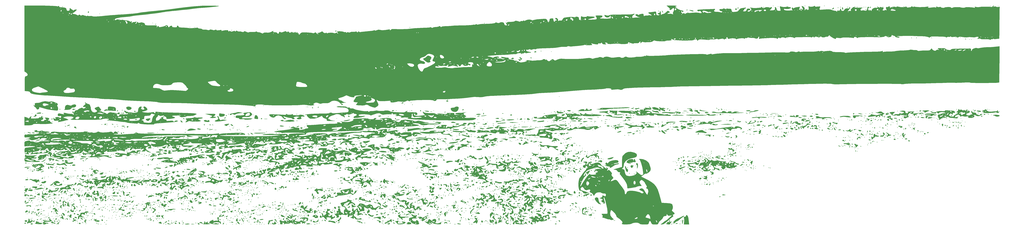
<source format=gbr>
%TF.GenerationSoftware,KiCad,Pcbnew,(6.0.7)*%
%TF.CreationDate,2022-10-27T18:37:50+02:00*%
%TF.ProjectId,skoosk backplate,736b6f6f-736b-4206-9261-636b706c6174,rev?*%
%TF.SameCoordinates,Original*%
%TF.FileFunction,Legend,Bot*%
%TF.FilePolarity,Positive*%
%FSLAX46Y46*%
G04 Gerber Fmt 4.6, Leading zero omitted, Abs format (unit mm)*
G04 Created by KiCad (PCBNEW (6.0.7)) date 2022-10-27 18:37:50*
%MOMM*%
%LPD*%
G01*
G04 APERTURE LIST*
G04 APERTURE END LIST*
%TO.C,G\u002A\u002A\u002A*%
G36*
X-52815066Y-69430900D02*
G01*
X-52991455Y-69607289D01*
X-53167844Y-69430900D01*
X-52991455Y-69254512D01*
X-52815066Y-69430900D01*
G37*
G36*
X-63554403Y-69623163D02*
G01*
X-63222011Y-69960067D01*
X-63156302Y-70084969D01*
X-63180371Y-70312845D01*
X-63242396Y-70296971D01*
X-63574789Y-69960067D01*
X-63640498Y-69835165D01*
X-63616428Y-69607289D01*
X-63554403Y-69623163D01*
G37*
G36*
X398128694Y-38342559D02*
G01*
X398196438Y-38478238D01*
X398555044Y-38059431D01*
X398949779Y-37663607D01*
X399282810Y-37576462D01*
X399275244Y-37833584D01*
X398899413Y-38353525D01*
X398598852Y-38793376D01*
X398551007Y-39537878D01*
X398629826Y-39769969D01*
X398555573Y-39865036D01*
X398101617Y-39440618D01*
X397668831Y-38919272D01*
X397548219Y-38595304D01*
X397562211Y-38464290D01*
X397303540Y-38002545D01*
X397297427Y-37995121D01*
X397230460Y-37728214D01*
X397391780Y-37728214D01*
X397682156Y-37857289D01*
X397868915Y-37831830D01*
X397917341Y-37622104D01*
X397865635Y-37579884D01*
X397446971Y-37622104D01*
X397391780Y-37728214D01*
X397230460Y-37728214D01*
X397187781Y-37558110D01*
X397707155Y-37138355D01*
X398185218Y-36914865D01*
X398370598Y-37046649D01*
X398272307Y-37622104D01*
X398253688Y-37731114D01*
X398128694Y-38342559D01*
G37*
G36*
X9485981Y-66801301D02*
G01*
X9802989Y-67137845D01*
X9858112Y-67274498D01*
X9647420Y-67490623D01*
X9545021Y-67477066D01*
X9273823Y-67137845D01*
X9277867Y-67058008D01*
X9429392Y-66785067D01*
X9485981Y-66801301D01*
G37*
G36*
X129571045Y-68725345D02*
G01*
X129394656Y-68901734D01*
X129218267Y-68725345D01*
X129394656Y-68548956D01*
X129571045Y-68725345D01*
G37*
G36*
X89803219Y-34780456D02*
G01*
X89917698Y-34796713D01*
X90011713Y-34860010D01*
X89502260Y-34903765D01*
X88472434Y-34919307D01*
X88171035Y-34917836D01*
X87302199Y-34892647D01*
X86999958Y-34843024D01*
X87333774Y-34777611D01*
X87380920Y-34772849D01*
X88636625Y-34721230D01*
X89803219Y-34780456D01*
G37*
G36*
X158498822Y-63786456D02*
G01*
X158322434Y-63962845D01*
X158146045Y-63786456D01*
X158322434Y-63610067D01*
X158498822Y-63786456D01*
G37*
G36*
X373759413Y-44671857D02*
G01*
X373922702Y-44798839D01*
X373546276Y-44884994D01*
X373188467Y-44860050D01*
X373083255Y-44699708D01*
X373208064Y-44629801D01*
X373759413Y-44671857D01*
G37*
G36*
X-47288215Y-79249882D02*
G01*
X-47233024Y-79355991D01*
X-47523400Y-79485067D01*
X-47710159Y-79459608D01*
X-47758585Y-79249882D01*
X-47706879Y-79207661D01*
X-47288215Y-79249882D01*
G37*
G36*
X-104961540Y-36791486D02*
G01*
X-104673400Y-37016490D01*
X-104902494Y-37106279D01*
X-105576164Y-37151734D01*
X-106136250Y-37066244D01*
X-106281368Y-36832075D01*
X-106137744Y-36734602D01*
X-105575091Y-36683138D01*
X-104961540Y-36791486D01*
G37*
G36*
X2923823Y-83542012D02*
G01*
X2747434Y-83718400D01*
X2571045Y-83542012D01*
X2747434Y-83365623D01*
X2923823Y-83542012D01*
G37*
G36*
X6180402Y-26581957D02*
G01*
X6451600Y-26921178D01*
X6447556Y-27001015D01*
X6296031Y-27273956D01*
X6239442Y-27257723D01*
X5922434Y-26921178D01*
X5867311Y-26784525D01*
X6078003Y-26568400D01*
X6180402Y-26581957D01*
G37*
G36*
X366637711Y-39092012D02*
G01*
X366461322Y-39268401D01*
X366284934Y-39092012D01*
X366461322Y-38915623D01*
X366637711Y-39092012D01*
G37*
G36*
X81946045Y-41914234D02*
G01*
X81769656Y-42090623D01*
X81593267Y-41914234D01*
X81769656Y-41737845D01*
X81946045Y-41914234D01*
G37*
G36*
X394330767Y-30096178D02*
G01*
X394626630Y-30362736D01*
X394859934Y-30657469D01*
X394789994Y-30691120D01*
X394330767Y-30576530D01*
X394083385Y-30439774D01*
X393801600Y-30015239D01*
X393901019Y-29881519D01*
X394330767Y-30096178D01*
G37*
G36*
X94708020Y-87806067D02*
G01*
X95403843Y-88131390D01*
X95704378Y-88508931D01*
X95575904Y-88798436D01*
X95009894Y-89010067D01*
X94575830Y-88915963D01*
X94518471Y-88480900D01*
X94501095Y-88090358D01*
X93919436Y-87951734D01*
X93452140Y-87901966D01*
X93327300Y-87741774D01*
X93365205Y-87710550D01*
X93925583Y-87632581D01*
X94708020Y-87806067D01*
G37*
G36*
X367470841Y-35211456D02*
G01*
X367435454Y-35621801D01*
X367764963Y-35702384D01*
X368331045Y-35317289D01*
X368561563Y-35134869D01*
X368754378Y-35190204D01*
X368632252Y-35459268D01*
X368137017Y-35955095D01*
X367823402Y-36175310D01*
X367206916Y-36419214D01*
X366990489Y-36126427D01*
X366860757Y-35972664D01*
X366313693Y-35983663D01*
X365825770Y-36012447D01*
X364990776Y-35751979D01*
X364696321Y-35554493D01*
X364673160Y-35437119D01*
X365274429Y-35538556D01*
X365900588Y-35576486D01*
X366640541Y-35208046D01*
X367157475Y-34758696D01*
X367495887Y-34754439D01*
X367470841Y-35211456D01*
G37*
G36*
X-17408680Y-74469603D02*
G01*
X-17375965Y-74923332D01*
X-17655419Y-75203560D01*
X-18001311Y-75177648D01*
X-18018418Y-74724593D01*
X-17873015Y-74486888D01*
X-17494568Y-74396192D01*
X-17408680Y-74469603D01*
G37*
G36*
X383100674Y-42208215D02*
G01*
X383155865Y-42314325D01*
X382865489Y-42443401D01*
X382678730Y-42417941D01*
X382630304Y-42208215D01*
X382682010Y-42165995D01*
X383100674Y-42208215D01*
G37*
G36*
X-32001177Y-35211456D02*
G01*
X-32177566Y-35387845D01*
X-32353955Y-35211456D01*
X-32177566Y-35035067D01*
X-32001177Y-35211456D01*
G37*
G36*
X125925674Y-60199882D02*
G01*
X125980865Y-60305991D01*
X125690489Y-60435067D01*
X125503730Y-60409608D01*
X125455304Y-60199882D01*
X125507010Y-60157661D01*
X125925674Y-60199882D01*
G37*
G36*
X-34470622Y-62728123D02*
G01*
X-34647011Y-62904512D01*
X-34823400Y-62728123D01*
X-34647011Y-62551734D01*
X-34470622Y-62728123D01*
G37*
G36*
X152568172Y-77877193D02*
G01*
X152854378Y-78118053D01*
X152836621Y-78209896D01*
X152463857Y-78426734D01*
X152291917Y-78502833D01*
X152276396Y-78955900D01*
X152331854Y-79226478D01*
X152137751Y-79485067D01*
X151941234Y-79357870D01*
X151796045Y-78790583D01*
X151682109Y-78324534D01*
X151209007Y-78321367D01*
X150885162Y-78396492D01*
X150849795Y-78178004D01*
X151237765Y-77932512D01*
X151922718Y-77818533D01*
X152568172Y-77877193D01*
G37*
G36*
X217765489Y-58650358D02*
G01*
X217751933Y-58752757D01*
X217412711Y-59023956D01*
X217332875Y-59019911D01*
X217059934Y-58868387D01*
X217076167Y-58811798D01*
X217412711Y-58494789D01*
X217549364Y-58439667D01*
X217765489Y-58650358D01*
G37*
G36*
X105111785Y-39385993D02*
G01*
X105166976Y-39492102D01*
X104876600Y-39621178D01*
X104689841Y-39595719D01*
X104641415Y-39385993D01*
X104693121Y-39343772D01*
X105111785Y-39385993D01*
G37*
G36*
X191774586Y-61819720D02*
G01*
X192232867Y-62062764D01*
X193074174Y-62198956D01*
X193780773Y-62300032D01*
X194637795Y-62669326D01*
X194849067Y-62828312D01*
X195063188Y-63083654D01*
X194705222Y-63139697D01*
X194418883Y-63100516D01*
X194129378Y-62845715D01*
X194118787Y-62807266D01*
X193710971Y-62625614D01*
X192894656Y-62551734D01*
X192732394Y-62554969D01*
X191969983Y-62678419D01*
X191659934Y-62925331D01*
X191687632Y-63052930D01*
X192012711Y-63080901D01*
X192189928Y-63043917D01*
X192365489Y-63395329D01*
X192261220Y-63751258D01*
X191748128Y-64287366D01*
X191291647Y-64535097D01*
X190810904Y-64610720D01*
X190248823Y-64315623D01*
X190074872Y-64174216D01*
X190196853Y-64014979D01*
X190954378Y-63962845D01*
X191169930Y-63956673D01*
X191755598Y-63862082D01*
X191789971Y-63692860D01*
X191520328Y-63252556D01*
X191393096Y-62437081D01*
X191395064Y-62294634D01*
X191496508Y-61741261D01*
X191774586Y-61819720D01*
G37*
G36*
X64856708Y-68917608D02*
G01*
X65189100Y-69254512D01*
X65254809Y-69379413D01*
X65230740Y-69607289D01*
X65168715Y-69591415D01*
X64836322Y-69254512D01*
X64770613Y-69129610D01*
X64794683Y-68901734D01*
X64856708Y-68917608D01*
G37*
G36*
X-42937289Y-78955900D02*
G01*
X-43113677Y-79132289D01*
X-43290066Y-78955900D01*
X-43113677Y-78779512D01*
X-42937289Y-78955900D01*
G37*
G36*
X39791553Y-86658591D02*
G01*
X39578520Y-87110988D01*
X39267063Y-87455295D01*
X39017968Y-87513461D01*
X39001234Y-86932160D01*
X39109458Y-86568094D01*
X39517480Y-86444192D01*
X39791553Y-86658591D01*
G37*
G36*
X-29863513Y-64861496D02*
G01*
X-30609682Y-64913832D01*
X-31109696Y-64904928D01*
X-31896587Y-65223662D01*
X-32222109Y-65542946D01*
X-32177566Y-65740309D01*
X-32115618Y-65828772D01*
X-32530344Y-66060163D01*
X-33272171Y-66237311D01*
X-33556848Y-65952762D01*
X-33337798Y-65174958D01*
X-32992451Y-64654503D01*
X-32702600Y-64675088D01*
X-32485783Y-64829451D01*
X-32015036Y-64508710D01*
X-32001328Y-64492012D01*
X-30237289Y-64492012D01*
X-30060900Y-64668401D01*
X-29884511Y-64492012D01*
X-30060900Y-64315623D01*
X-30237289Y-64492012D01*
X-32001328Y-64492012D01*
X-31969592Y-64453353D01*
X-31743593Y-64056819D01*
X-32046176Y-63957443D01*
X-32322458Y-63886385D01*
X-32001177Y-63610067D01*
X-31333019Y-63304445D01*
X-30853366Y-63350883D01*
X-30812970Y-63780460D01*
X-30873930Y-64038812D01*
X-30647535Y-64134182D01*
X-29919953Y-63922338D01*
X-29844438Y-63895348D01*
X-29122791Y-63555665D01*
X-28826177Y-63261023D01*
X-28589456Y-63018317D01*
X-27950796Y-62768506D01*
X-27240365Y-62632907D01*
X-26793055Y-62703375D01*
X-26890010Y-62917725D01*
X-27452043Y-63227349D01*
X-27908845Y-63468655D01*
X-27835219Y-63587706D01*
X-27644675Y-63645901D01*
X-27628507Y-64022796D01*
X-27674785Y-64269849D01*
X-27208354Y-64177394D01*
X-26886997Y-64073405D01*
X-26856845Y-64187099D01*
X-27345118Y-64677352D01*
X-28048514Y-65146475D01*
X-28722185Y-65218601D01*
X-28945385Y-65120024D01*
X-29056585Y-64880665D01*
X-28615745Y-64445089D01*
X-28338106Y-64203689D01*
X-28364908Y-64156078D01*
X-28950383Y-64486525D01*
X-28959698Y-64492012D01*
X-28970124Y-64498154D01*
X-29863513Y-64861496D01*
G37*
G36*
X169421741Y-83013455D02*
G01*
X169561516Y-83320479D01*
X169504269Y-84002345D01*
X169298228Y-84784926D01*
X168991619Y-85394095D01*
X168835382Y-85647321D01*
X169001217Y-85835067D01*
X169172600Y-85882373D01*
X169547185Y-86324305D01*
X169549443Y-86640262D01*
X169055762Y-86635938D01*
X168671268Y-86449070D01*
X168376600Y-85970311D01*
X168319517Y-85748292D01*
X167858505Y-85482289D01*
X167621587Y-85420417D01*
X167527065Y-84995876D01*
X167697516Y-84761609D01*
X168309572Y-84554904D01*
X168699584Y-84443137D01*
X169018327Y-83806595D01*
X169149685Y-83312584D01*
X169410549Y-83012845D01*
X169421741Y-83013455D01*
G37*
G36*
X-8636265Y-60095846D02*
G01*
X-8365066Y-60435067D01*
X-8369111Y-60514904D01*
X-8520635Y-60787845D01*
X-8577224Y-60771611D01*
X-8894233Y-60435067D01*
X-8949356Y-60298414D01*
X-8738664Y-60082289D01*
X-8636265Y-60095846D01*
G37*
G36*
X-101993879Y-85075004D02*
G01*
X-102102779Y-85231719D01*
X-102401164Y-85482289D01*
X-102450482Y-85478855D01*
X-102528171Y-85274645D01*
X-102149448Y-84919435D01*
X-101952300Y-84833600D01*
X-101993879Y-85075004D01*
G37*
G36*
X-13421548Y-67960993D02*
G01*
X-13366357Y-68067102D01*
X-13656733Y-68196178D01*
X-13843493Y-68170719D01*
X-13891918Y-67960993D01*
X-13840213Y-67918772D01*
X-13421548Y-67960993D01*
G37*
G36*
X-63515992Y-80660993D02*
G01*
X-63460801Y-80767102D01*
X-63751177Y-80896178D01*
X-63937937Y-80870719D01*
X-63986363Y-80660993D01*
X-63934657Y-80618772D01*
X-63515992Y-80660993D01*
G37*
G36*
X-29708122Y-35035067D02*
G01*
X-29376663Y-35201654D01*
X-29442995Y-35319469D01*
X-30149094Y-35363050D01*
X-30237399Y-35363916D01*
X-30987665Y-35268361D01*
X-31295622Y-35035067D01*
X-31221256Y-34831064D01*
X-30684108Y-34734029D01*
X-29708122Y-35035067D01*
G37*
G36*
X69304286Y-44270600D02*
G01*
X69598822Y-44560067D01*
X69368932Y-44794626D01*
X68696058Y-44912845D01*
X68136220Y-44821661D01*
X68011322Y-44560067D01*
X68238747Y-44369282D01*
X68914087Y-44207289D01*
X69304286Y-44270600D01*
G37*
G36*
X343764990Y-29423840D02*
G01*
X344215521Y-29470587D01*
X344094534Y-29613504D01*
X343354378Y-29919789D01*
X342211554Y-30306312D01*
X341472270Y-30397046D01*
X341237711Y-30137323D01*
X341264834Y-30040422D01*
X341737896Y-29722267D01*
X342627238Y-29494435D01*
X343707156Y-29422278D01*
X343764990Y-29423840D01*
G37*
G36*
X-97617844Y-71018400D02*
G01*
X-97643303Y-71205160D01*
X-97853029Y-71253586D01*
X-97895250Y-71201880D01*
X-97853029Y-70783215D01*
X-97746920Y-70728024D01*
X-97617844Y-71018400D01*
G37*
G36*
X153912711Y-79577461D02*
G01*
X153896263Y-79775514D01*
X153677526Y-80308215D01*
X153560761Y-80402813D01*
X153096794Y-80535844D01*
X152854378Y-80341813D01*
X152955120Y-80123105D01*
X153383545Y-79611059D01*
X153481696Y-79514641D01*
X153830022Y-79276679D01*
X153912711Y-79577461D01*
G37*
G36*
X-54099078Y-60102392D02*
G01*
X-53934370Y-60315781D01*
X-54049789Y-60354576D01*
X-54385449Y-60300817D01*
X-55108122Y-60454416D01*
X-55512893Y-60606127D01*
X-56093812Y-60744400D01*
X-56110933Y-60602500D01*
X-55510190Y-60212903D01*
X-55186037Y-60047127D01*
X-54533294Y-59865054D01*
X-54099078Y-60102392D01*
G37*
G36*
X427029986Y-30597333D02*
G01*
X427315489Y-30860530D01*
X427309119Y-30917817D01*
X426983531Y-31154512D01*
X426935165Y-31151607D01*
X426469883Y-30860530D01*
X426446111Y-30719467D01*
X426801841Y-30566549D01*
X427029986Y-30597333D01*
G37*
G36*
X375809934Y-39444789D02*
G01*
X375633545Y-39621178D01*
X375457156Y-39444789D01*
X375633545Y-39268401D01*
X375809934Y-39444789D01*
G37*
G36*
X140831059Y-89439277D02*
G01*
X141741878Y-89698471D01*
X142018159Y-89837866D01*
X141896428Y-89942276D01*
X141124517Y-89956537D01*
X140887196Y-89946928D01*
X140113627Y-89834256D01*
X139801600Y-89645706D01*
X139801808Y-89636985D01*
X140106374Y-89416661D01*
X140831059Y-89439277D01*
G37*
G36*
X376515489Y-32036456D02*
G01*
X376339100Y-32212845D01*
X376162711Y-32036456D01*
X376339100Y-31860067D01*
X376515489Y-32036456D01*
G37*
G36*
X-72217844Y-77544789D02*
G01*
X-72394233Y-77721178D01*
X-72570622Y-77544789D01*
X-72394233Y-77368400D01*
X-72217844Y-77544789D01*
G37*
G36*
X133142920Y-66668512D02*
G01*
X133855515Y-66986794D01*
X134068961Y-67671714D01*
X133965654Y-68223328D01*
X133563618Y-68299050D01*
X133345563Y-68148020D01*
X133243865Y-67621488D01*
X133231929Y-67332702D01*
X132753708Y-67085109D01*
X131864100Y-67121267D01*
X131704863Y-67117890D01*
X131864100Y-66837403D01*
X132326518Y-66651755D01*
X133142920Y-66668512D01*
G37*
G36*
X309722897Y-45383215D02*
G01*
X309778087Y-45489325D01*
X309487711Y-45618401D01*
X309300952Y-45592941D01*
X309252526Y-45383215D01*
X309304232Y-45340995D01*
X309722897Y-45383215D01*
G37*
G36*
X17270119Y-58083215D02*
G01*
X17325310Y-58189325D01*
X17034934Y-58318401D01*
X16848174Y-58292941D01*
X16799748Y-58083215D01*
X16851454Y-58040995D01*
X17270119Y-58083215D01*
G37*
G36*
X197539563Y-76427660D02*
G01*
X197594754Y-76533769D01*
X197304378Y-76662845D01*
X197117619Y-76637386D01*
X197069193Y-76427660D01*
X197120899Y-76385439D01*
X197539563Y-76427660D01*
G37*
G36*
X5393267Y-78603123D02*
G01*
X5216878Y-78779512D01*
X5040489Y-78603123D01*
X5216878Y-78426734D01*
X5393267Y-78603123D01*
G37*
G36*
X139448822Y-43501734D02*
G01*
X139423363Y-43688493D01*
X139213637Y-43736919D01*
X139171417Y-43685213D01*
X139213637Y-43266549D01*
X139319747Y-43211358D01*
X139448822Y-43501734D01*
G37*
G36*
X29617341Y-36210993D02*
G01*
X29672532Y-36317102D01*
X29382156Y-36446178D01*
X29195396Y-36420719D01*
X29146971Y-36210993D01*
X29198676Y-36168772D01*
X29617341Y-36210993D01*
G37*
G36*
X31498823Y-54614234D02*
G01*
X31322434Y-54790623D01*
X31146045Y-54614234D01*
X31322434Y-54437845D01*
X31498823Y-54614234D01*
G37*
G36*
X262298884Y-24939646D02*
G01*
X262526337Y-24951094D01*
X264129501Y-25031877D01*
X265165405Y-25091345D01*
X265757031Y-25145723D01*
X266027359Y-25211232D01*
X266099370Y-25304095D01*
X266096045Y-25440534D01*
X265923166Y-25555422D01*
X265218536Y-25668769D01*
X264156112Y-25705117D01*
X263358682Y-25680652D01*
X262535223Y-25604123D01*
X262215834Y-25497569D01*
X261948984Y-25420590D01*
X261152137Y-25387166D01*
X260010628Y-25414461D01*
X259580242Y-25432878D01*
X258607645Y-25436840D01*
X258243873Y-25345670D01*
X258418329Y-25147532D01*
X258483287Y-25114484D01*
X259260952Y-24959234D01*
X260578833Y-24898490D01*
X262298884Y-24939646D01*
G37*
G36*
X140077666Y-81602098D02*
G01*
X140352161Y-81709030D01*
X140080092Y-82117482D01*
X139643070Y-82486952D01*
X139156362Y-82667769D01*
X138907556Y-82549992D01*
X139096045Y-82130900D01*
X139404222Y-81851201D01*
X140035094Y-81601734D01*
X140077666Y-81602098D01*
G37*
G36*
X86598302Y-89121857D02*
G01*
X86761591Y-89248839D01*
X86385165Y-89334994D01*
X86027356Y-89310050D01*
X85922144Y-89149708D01*
X86046952Y-89079801D01*
X86598302Y-89121857D01*
G37*
G36*
X423583352Y-32593322D02*
G01*
X423611323Y-32918401D01*
X423538916Y-33023974D01*
X423237725Y-33271178D01*
X423202518Y-33262006D01*
X423082156Y-32918401D01*
X423096512Y-32821708D01*
X423455753Y-32565623D01*
X423583352Y-32593322D01*
G37*
G36*
X29382156Y-63786456D02*
G01*
X29205767Y-63962845D01*
X29029378Y-63786456D01*
X29205767Y-63610067D01*
X29382156Y-63786456D01*
G37*
G36*
X87329246Y-42799890D02*
G01*
X86593706Y-43064020D01*
X86258779Y-43054981D01*
X86179378Y-42796178D01*
X86119677Y-42633890D01*
X85650211Y-42443401D01*
X85406780Y-42403600D01*
X85325276Y-42314325D01*
X86594558Y-42314325D01*
X86884934Y-42443401D01*
X87071693Y-42417941D01*
X87120119Y-42208215D01*
X87068413Y-42165995D01*
X86649748Y-42208215D01*
X86594558Y-42314325D01*
X85325276Y-42314325D01*
X85121045Y-42090623D01*
X85411476Y-41844110D01*
X86135281Y-41737845D01*
X87089130Y-41681820D01*
X88251947Y-41517359D01*
X89073592Y-41442131D01*
X89311164Y-41625177D01*
X88957856Y-42000552D01*
X88570150Y-42208215D01*
X88029663Y-42497711D01*
X87329246Y-42799890D01*
G37*
G36*
X148685637Y-64400194D02*
G01*
X148973822Y-64844789D01*
X148830050Y-65169138D01*
X148180072Y-65333033D01*
X147918967Y-65317019D01*
X147655248Y-65253469D01*
X148054888Y-65120916D01*
X148108323Y-65106924D01*
X148495124Y-64914343D01*
X148231277Y-64638074D01*
X148228436Y-64636274D01*
X147961094Y-64387318D01*
X148356461Y-64321025D01*
X148685637Y-64400194D01*
G37*
G36*
X213744314Y-47398523D02*
G01*
X214061323Y-47735067D01*
X214116445Y-47871720D01*
X213905753Y-48087845D01*
X213803355Y-48074288D01*
X213532156Y-47735067D01*
X213536200Y-47655231D01*
X213687725Y-47382289D01*
X213744314Y-47398523D01*
G37*
G36*
X168205286Y-83074456D02*
G01*
X168149227Y-83334241D01*
X167563178Y-83905938D01*
X167009105Y-84381352D01*
X166509209Y-84708833D01*
X166325517Y-84552825D01*
X166339229Y-83914123D01*
X166352765Y-83774617D01*
X166511042Y-83300771D01*
X166864444Y-83428152D01*
X167168808Y-83620181D01*
X167318267Y-83408818D01*
X167412885Y-83200518D01*
X167935628Y-83023993D01*
X168205286Y-83074456D01*
G37*
G36*
X360640489Y-29214234D02*
G01*
X360464100Y-29390623D01*
X360287711Y-29214234D01*
X360464100Y-29037845D01*
X360640489Y-29214234D01*
G37*
G36*
X142623822Y-87069789D02*
G01*
X142447434Y-87246178D01*
X142271045Y-87069789D01*
X142447434Y-86893400D01*
X142623822Y-87069789D01*
G37*
G36*
X-91743943Y-21112882D02*
G01*
X-91447130Y-21751969D01*
X-91181802Y-22375678D01*
X-91177800Y-22511456D01*
X-91153207Y-23345907D01*
X-91351242Y-23837681D01*
X-91774992Y-24036888D01*
X-92640481Y-23951848D01*
X-92882900Y-23912956D01*
X-94172198Y-23734147D01*
X-95501178Y-23581828D01*
X-96104193Y-23506519D01*
X-97522430Y-23232565D01*
X-99324194Y-22767615D01*
X-100186973Y-22511456D01*
X-95501178Y-22511456D01*
X-95490938Y-22652043D01*
X-95199718Y-23029632D01*
X-94687620Y-22815028D01*
X-94598237Y-22668159D01*
X-94636445Y-22511456D01*
X-94090066Y-22511456D01*
X-93933364Y-22668159D01*
X-93913678Y-22687845D01*
X-93737289Y-22511456D01*
X-93913678Y-22335067D01*
X-94090066Y-22511456D01*
X-94636445Y-22511456D01*
X-94708556Y-22215708D01*
X-95169220Y-21982289D01*
X-95321733Y-22041827D01*
X-95501178Y-22511456D01*
X-100186973Y-22511456D01*
X-101646097Y-22078242D01*
X-102131145Y-22033701D01*
X-102109345Y-22425555D01*
X-102067188Y-22742943D01*
X-102431472Y-23187816D01*
X-102628378Y-23258880D01*
X-103372817Y-23364252D01*
X-103615066Y-23003200D01*
X-103615235Y-22995404D01*
X-103879884Y-22516796D01*
X-104497011Y-21919262D01*
X-104512877Y-21906714D01*
X-105123483Y-21300713D01*
X-105373553Y-20810157D01*
X-105308648Y-20656329D01*
X-105026178Y-20923956D01*
X-104970306Y-21009460D01*
X-104723230Y-21275253D01*
X-104637004Y-20923956D01*
X-104624395Y-20711070D01*
X-104626570Y-20646961D01*
X-100081887Y-20646961D01*
X-100006226Y-20853882D01*
X-99532352Y-21213078D01*
X-98915589Y-21400137D01*
X-98500378Y-21277688D01*
X-98167865Y-21054398D01*
X-97420635Y-20923956D01*
X-96729126Y-20833468D01*
X-96606223Y-20588017D01*
X-97061622Y-20261010D01*
X-98048900Y-19926176D01*
X-99185831Y-19754740D01*
X-99859877Y-19981786D01*
X-100081887Y-20646961D01*
X-104626570Y-20646961D01*
X-104650606Y-19938405D01*
X-104652196Y-19866501D01*
X-104320355Y-19596106D01*
X-103369487Y-19557178D01*
X-103302684Y-19560147D01*
X-102851494Y-19512845D01*
X-95677566Y-19512845D01*
X-95657011Y-19729818D01*
X-95169220Y-19865623D01*
X-94739202Y-19796700D01*
X-94676399Y-19736547D01*
X-92969331Y-19736547D01*
X-92678955Y-19865623D01*
X-92492196Y-19840164D01*
X-92443770Y-19630438D01*
X-92495476Y-19588217D01*
X-92914140Y-19630438D01*
X-92969331Y-19736547D01*
X-94676399Y-19736547D01*
X-94442844Y-19512845D01*
X-94495245Y-19357312D01*
X-94951191Y-19160067D01*
X-95167140Y-19188245D01*
X-95677566Y-19512845D01*
X-102851494Y-19512845D01*
X-102050202Y-19428839D01*
X-100898558Y-19043424D01*
X-100386765Y-18813863D01*
X-98706420Y-18495680D01*
X-97088678Y-18787765D01*
X-96588873Y-18891721D01*
X-95771845Y-18753814D01*
X-95717515Y-18729413D01*
X-94953660Y-18676820D01*
X-93882763Y-18873746D01*
X-92757070Y-19239989D01*
X-92200859Y-19512845D01*
X-91961148Y-19630438D01*
X-91828828Y-19695349D01*
X-91350285Y-20159626D01*
X-91300809Y-20456970D01*
X-91385176Y-20588017D01*
X-91548019Y-20840959D01*
X-91743943Y-21112882D01*
G37*
G36*
X427315489Y-32436271D02*
G01*
X427312893Y-32492900D01*
X427080304Y-33035993D01*
X427031432Y-33077990D01*
X426662850Y-33088910D01*
X426628497Y-32938229D01*
X426898035Y-32489188D01*
X427136506Y-32305104D01*
X427315489Y-32436271D01*
G37*
G36*
X175869256Y-49861985D02*
G01*
X176137711Y-50204512D01*
X176127460Y-50288834D01*
X175784934Y-50557289D01*
X175700611Y-50547038D01*
X175432156Y-50204512D01*
X175442407Y-50120189D01*
X175784934Y-49851734D01*
X175869256Y-49861985D01*
G37*
G36*
X77686714Y-65504772D02*
G01*
X78193063Y-65903123D01*
X78258993Y-66215699D01*
X78037721Y-66421330D01*
X77518684Y-66113754D01*
X77225778Y-65914985D01*
X76477989Y-65625510D01*
X76333625Y-65586313D01*
X76255968Y-65475687D01*
X76881218Y-65414879D01*
X77686714Y-65504772D01*
G37*
G36*
X163672897Y-50322104D02*
G01*
X163728087Y-50428214D01*
X163437711Y-50557289D01*
X163250952Y-50531830D01*
X163202526Y-50322104D01*
X163254232Y-50279884D01*
X163672897Y-50322104D01*
G37*
G36*
X89228309Y-84251488D02*
G01*
X89365955Y-84485913D01*
X89719745Y-84592564D01*
X89843617Y-84552766D01*
X90243353Y-84788110D01*
X90454883Y-84967037D01*
X90973285Y-84750668D01*
X91365382Y-84532996D01*
X91471045Y-84884060D01*
X91378490Y-85190810D01*
X90853684Y-85562811D01*
X90505546Y-85584782D01*
X89473149Y-85278566D01*
X88406947Y-84546415D01*
X88156074Y-84194517D01*
X88494854Y-83935001D01*
X88788107Y-83900734D01*
X89228309Y-84251488D01*
G37*
G36*
X-104919655Y-57859120D02*
G01*
X-104768556Y-58342840D01*
X-104761286Y-58786469D01*
X-104886904Y-58987123D01*
X-105149416Y-58506087D01*
X-105211612Y-58243508D01*
X-105084002Y-57824971D01*
X-104919655Y-57859120D01*
G37*
G36*
X52665489Y-84953123D02*
G01*
X52489100Y-85129512D01*
X52312711Y-84953123D01*
X52489100Y-84776734D01*
X52665489Y-84953123D01*
G37*
G36*
X-57753955Y-86011456D02*
G01*
X-57930344Y-86187845D01*
X-58106733Y-86011456D01*
X-57930344Y-85835067D01*
X-57753955Y-86011456D01*
G37*
G36*
X299492341Y-42913771D02*
G01*
X299547532Y-43019880D01*
X299257156Y-43148956D01*
X299070396Y-43123497D01*
X299021971Y-42913771D01*
X299073676Y-42871550D01*
X299492341Y-42913771D01*
G37*
G36*
X374046045Y-32036456D02*
G01*
X373869656Y-32212845D01*
X373693267Y-32036456D01*
X373869656Y-31860067D01*
X374046045Y-32036456D01*
G37*
G36*
X229642341Y-23158215D02*
G01*
X229697532Y-23264325D01*
X229407156Y-23393400D01*
X229220396Y-23367941D01*
X229171971Y-23158215D01*
X229223676Y-23115995D01*
X229642341Y-23158215D01*
G37*
G36*
X194464440Y-64481062D02*
G01*
X194593093Y-64599142D01*
X194620202Y-65083218D01*
X194456427Y-65231483D01*
X194104462Y-64980864D01*
X193974630Y-64728350D01*
X193998924Y-64359696D01*
X194464440Y-64481062D01*
G37*
G36*
X-47534619Y-76339465D02*
G01*
X-47553500Y-76607290D01*
X-47758585Y-77133215D01*
X-48023727Y-77262014D01*
X-48728724Y-77340550D01*
X-49167950Y-77271776D01*
X-48934511Y-77106930D01*
X-48601088Y-76921038D01*
X-47975591Y-76341031D01*
X-47841156Y-76169253D01*
X-47591236Y-75964409D01*
X-47534619Y-76339465D01*
G37*
G36*
X-26121548Y-45383215D02*
G01*
X-26066357Y-45489325D01*
X-26356733Y-45618401D01*
X-26543493Y-45592941D01*
X-26591918Y-45383215D01*
X-26540213Y-45340995D01*
X-26121548Y-45383215D01*
G37*
G36*
X-81742844Y-72429512D02*
G01*
X-81768303Y-72616271D01*
X-81978029Y-72664697D01*
X-82020250Y-72612991D01*
X-81978029Y-72194326D01*
X-81871920Y-72139136D01*
X-81742844Y-72429512D01*
G37*
G36*
X120464968Y-57724635D02*
G01*
X120628258Y-57851616D01*
X120251832Y-57937772D01*
X119894023Y-57912828D01*
X119788811Y-57752486D01*
X119913619Y-57682579D01*
X120464968Y-57724635D01*
G37*
G36*
X197873598Y-51068913D02*
G01*
X198400651Y-51255972D01*
X198414035Y-51496543D01*
X197850468Y-51615623D01*
X197604637Y-51679229D01*
X197173672Y-52152952D01*
X197137992Y-52251715D01*
X197160350Y-52517593D01*
X197641903Y-52329341D01*
X198097028Y-52123812D01*
X198713117Y-51968401D01*
X198873442Y-51994916D01*
X198921808Y-52252988D01*
X198549541Y-52652832D01*
X197885640Y-53029094D01*
X197600111Y-53143345D01*
X197017224Y-53299878D01*
X196786230Y-53030696D01*
X196710503Y-52196485D01*
X196716786Y-51438298D01*
X196970057Y-51095153D01*
X197645962Y-51050080D01*
X197873598Y-51068913D01*
G37*
G36*
X176010088Y-67604712D02*
G01*
X176049527Y-67867732D01*
X175567591Y-68501187D01*
X175121582Y-68870703D01*
X174244675Y-68960458D01*
X174028197Y-68898272D01*
X173745094Y-68749716D01*
X174109239Y-68625550D01*
X174433706Y-68493758D01*
X174726600Y-68068995D01*
X174858063Y-67810907D01*
X175432156Y-67587620D01*
X176010088Y-67604712D01*
G37*
G36*
X239637711Y-60435067D02*
G01*
X239612252Y-60621827D01*
X239402526Y-60670252D01*
X239360306Y-60618547D01*
X239402526Y-60199882D01*
X239508636Y-60144691D01*
X239637711Y-60435067D01*
G37*
G36*
X174373822Y-68019789D02*
G01*
X174197434Y-68196178D01*
X174021045Y-68019789D01*
X174197434Y-67843400D01*
X174373822Y-68019789D01*
G37*
G36*
X59015489Y-73664234D02*
G01*
X58839100Y-73840623D01*
X58662711Y-73664234D01*
X58839100Y-73487845D01*
X59015489Y-73664234D01*
G37*
G36*
X-31060437Y-38680438D02*
G01*
X-31005246Y-38786547D01*
X-31295622Y-38915623D01*
X-31482381Y-38890164D01*
X-31530807Y-38680438D01*
X-31479101Y-38638217D01*
X-31060437Y-38680438D01*
G37*
G36*
X-32001177Y-78250345D02*
G01*
X-32177566Y-78426734D01*
X-32353955Y-78250345D01*
X-32177566Y-78073956D01*
X-32001177Y-78250345D01*
G37*
G36*
X179150719Y-70716658D02*
G01*
X179312711Y-71391998D01*
X179382950Y-71782586D01*
X179703232Y-72076734D01*
X179875172Y-72000634D01*
X179890693Y-71547567D01*
X179835235Y-71276989D01*
X180029339Y-71018400D01*
X180229883Y-71155719D01*
X180371045Y-71735028D01*
X180343864Y-71971810D01*
X179993555Y-72531232D01*
X179445257Y-72729085D01*
X178962896Y-72434306D01*
X178694828Y-72256527D01*
X178445561Y-72735678D01*
X178310461Y-73019418D01*
X177860861Y-73418635D01*
X177404629Y-73465760D01*
X177196045Y-73088909D01*
X177196020Y-73085502D01*
X176874949Y-72843391D01*
X175953417Y-72891623D01*
X175771335Y-72918546D01*
X175068188Y-72938442D01*
X174915904Y-72761393D01*
X174980948Y-72697831D01*
X175575745Y-72506520D01*
X176511309Y-72429512D01*
X177026724Y-72419208D01*
X177736310Y-72298804D01*
X177808122Y-72001427D01*
X177284239Y-71475119D01*
X176965617Y-71194929D01*
X176993958Y-71052070D01*
X177637017Y-71122724D01*
X178353917Y-71124232D01*
X178607156Y-70772271D01*
X178650256Y-70559644D01*
X178959934Y-70489234D01*
X179150719Y-70716658D01*
G37*
G36*
X151796045Y-86011456D02*
G01*
X151619656Y-86187845D01*
X151443267Y-86011456D01*
X151619656Y-85835067D01*
X151796045Y-86011456D01*
G37*
G36*
X19217746Y-37263524D02*
G01*
X19381035Y-37390505D01*
X19004610Y-37476661D01*
X18646801Y-37451717D01*
X18541589Y-37291375D01*
X18666397Y-37221468D01*
X19217746Y-37263524D01*
G37*
G36*
X64861175Y-81033289D02*
G01*
X65148917Y-81125260D01*
X65923509Y-81248956D01*
X66135444Y-81264990D01*
X66422285Y-81478203D01*
X66190321Y-81812682D01*
X65516817Y-82105668D01*
X65352072Y-82153102D01*
X64810998Y-82532388D01*
X64926605Y-83039404D01*
X65689136Y-83590100D01*
X66149791Y-83922165D01*
X66102250Y-84228281D01*
X65956130Y-84295940D01*
X65398389Y-84267900D01*
X65239912Y-84298803D01*
X65263145Y-84776247D01*
X65459919Y-85264530D01*
X65889483Y-85432450D01*
X66549815Y-84953123D01*
X66932446Y-84658113D01*
X67545152Y-84451807D01*
X67787080Y-84494315D01*
X67590168Y-84650988D01*
X67414234Y-84792637D01*
X67363328Y-85328693D01*
X67395963Y-85401786D01*
X67816479Y-85772702D01*
X68305654Y-85783613D01*
X68540489Y-85411734D01*
X68611792Y-85168387D01*
X68957943Y-85405854D01*
X69150388Y-85633544D01*
X69222526Y-85917382D01*
X69202883Y-85929269D01*
X68764122Y-86185333D01*
X68011322Y-86619430D01*
X67656158Y-86816643D01*
X66851473Y-87177309D01*
X66536665Y-87152546D01*
X66759302Y-86737855D01*
X66928681Y-86450771D01*
X66730369Y-86198317D01*
X65943443Y-85997333D01*
X65468480Y-85924521D01*
X64533008Y-85936659D01*
X64131148Y-86222225D01*
X64333221Y-86748419D01*
X64562202Y-87131934D01*
X64275409Y-87246178D01*
X64225780Y-87241568D01*
X63672593Y-86928952D01*
X63023822Y-86276039D01*
X62657729Y-85854651D01*
X62190635Y-85554387D01*
X61793487Y-85746873D01*
X61550706Y-85949087D01*
X60886144Y-86202551D01*
X60405348Y-86033981D01*
X60324383Y-85482289D01*
X60567260Y-84940632D01*
X60932258Y-84838426D01*
X61228082Y-85394095D01*
X61283511Y-85611253D01*
X61424712Y-85800988D01*
X61662403Y-85347364D01*
X61760179Y-84922533D01*
X61537620Y-84024447D01*
X61325613Y-83612603D01*
X61330754Y-83365623D01*
X61439559Y-83388685D01*
X61881889Y-83709833D01*
X62260708Y-84184567D01*
X62326608Y-84523022D01*
X62285381Y-84610605D01*
X62519796Y-84938617D01*
X62676867Y-85001373D01*
X62896045Y-84797554D01*
X62963526Y-84618801D01*
X63446031Y-84423956D01*
X63698015Y-84373192D01*
X63777989Y-84071178D01*
X63729478Y-83914719D01*
X64021753Y-83712998D01*
X64259133Y-83647026D01*
X63956097Y-83374150D01*
X63791173Y-83260615D01*
X63657806Y-82961252D01*
X64101610Y-82548622D01*
X64476938Y-82155839D01*
X64536863Y-81437081D01*
X64469151Y-81002184D01*
X64861175Y-81033289D01*
G37*
G36*
X279148822Y-57083678D02*
G01*
X278972434Y-57260067D01*
X278796045Y-57083678D01*
X278972434Y-56907289D01*
X279148822Y-57083678D01*
G37*
G36*
X193776600Y-68725345D02*
G01*
X193600211Y-68901734D01*
X193423823Y-68725345D01*
X193600211Y-68548956D01*
X193776600Y-68725345D01*
G37*
G36*
X168546152Y-78100300D02*
G01*
X168553917Y-78425233D01*
X168663395Y-78789750D01*
X169248663Y-79191976D01*
X169367505Y-79247802D01*
X169859263Y-79597435D01*
X169709528Y-79887727D01*
X169480109Y-79979794D01*
X169140952Y-79826540D01*
X168964484Y-79638983D01*
X168347202Y-79485067D01*
X167966650Y-79459308D01*
X167671045Y-79337531D01*
X167744128Y-78958109D01*
X168062399Y-78355886D01*
X168435163Y-78073956D01*
X168546152Y-78100300D01*
G37*
G36*
X130864563Y-80660993D02*
G01*
X130919754Y-80767102D01*
X130629378Y-80896178D01*
X130442619Y-80870719D01*
X130394193Y-80660993D01*
X130445899Y-80618772D01*
X130864563Y-80660993D01*
G37*
G36*
X358406230Y-28802660D02*
G01*
X358461421Y-28908769D01*
X358171045Y-29037845D01*
X357984285Y-29012386D01*
X357935860Y-28802660D01*
X357987565Y-28760439D01*
X358406230Y-28802660D01*
G37*
G36*
X204812291Y-47392387D02*
G01*
X205065489Y-47735067D01*
X204998178Y-47903660D01*
X204515503Y-48087845D01*
X204263519Y-48037080D01*
X204183545Y-47735067D01*
X204255751Y-47638723D01*
X204733531Y-47382289D01*
X204812291Y-47392387D01*
G37*
G36*
X231259239Y-87718096D02*
G01*
X231319081Y-87840593D01*
X230818267Y-87896032D01*
X230332978Y-87846857D01*
X230377295Y-87718096D01*
X230536981Y-87671502D01*
X231259239Y-87718096D01*
G37*
G36*
X152215189Y-79816953D02*
G01*
X152501600Y-80197151D01*
X152402265Y-80332051D01*
X151884239Y-80362788D01*
X151548986Y-80303138D01*
X150931739Y-80217614D01*
X150807455Y-80160354D01*
X150960943Y-79826280D01*
X151023907Y-79773607D01*
X151600402Y-79646350D01*
X152215189Y-79816953D01*
G37*
G36*
X115695119Y-84188771D02*
G01*
X115750310Y-84294880D01*
X115459934Y-84423956D01*
X115273174Y-84398497D01*
X115224748Y-84188771D01*
X115276454Y-84146550D01*
X115695119Y-84188771D01*
G37*
G36*
X268355106Y-25849426D02*
G01*
X268046976Y-25789468D01*
X267356408Y-25530255D01*
X266856743Y-25296931D01*
X267602700Y-25296931D01*
X267608163Y-25417356D01*
X268065721Y-25482216D01*
X268412483Y-25425724D01*
X268278857Y-25269080D01*
X268074854Y-25212716D01*
X267602700Y-25296931D01*
X266856743Y-25296931D01*
X266590126Y-25172431D01*
X265992892Y-24833249D01*
X265809473Y-24629960D01*
X265984773Y-24605329D01*
X266696628Y-24625277D01*
X267746028Y-24709181D01*
X268054085Y-24741179D01*
X268951090Y-24882319D01*
X269281404Y-25072177D01*
X269157139Y-25362673D01*
X269088664Y-25425724D01*
X268901777Y-25597809D01*
X268355106Y-25849426D01*
G37*
G36*
X57604378Y-68725345D02*
G01*
X57427989Y-68901734D01*
X57251600Y-68725345D01*
X57427989Y-68548956D01*
X57604378Y-68725345D01*
G37*
G36*
X89883545Y-67363049D02*
G01*
X90136854Y-67477282D01*
X90412711Y-67704755D01*
X90354224Y-67767923D01*
X89883545Y-67843400D01*
X89640282Y-67804906D01*
X89354378Y-67501695D01*
X89429288Y-67355716D01*
X89883545Y-67363049D01*
G37*
G36*
X-63045622Y-60258678D02*
G01*
X-63222011Y-60435067D01*
X-63398400Y-60258678D01*
X-63222011Y-60082289D01*
X-63045622Y-60258678D01*
G37*
G36*
X167489739Y-52663062D02*
G01*
X167534113Y-53227509D01*
X167492517Y-53460799D01*
X167737291Y-53949621D01*
X168079729Y-54079933D01*
X168997953Y-54157966D01*
X169965392Y-54041123D01*
X170612157Y-53754510D01*
X170979853Y-53516746D01*
X171568108Y-53384979D01*
X172016106Y-53470381D01*
X172057409Y-53770084D01*
X172010973Y-53884528D01*
X172220628Y-54001017D01*
X172776208Y-53864205D01*
X173477533Y-53539668D01*
X174124421Y-53092981D01*
X174424046Y-52837438D01*
X174640228Y-52750482D01*
X174507387Y-53187510D01*
X174428730Y-53423283D01*
X174513143Y-53703762D01*
X175112498Y-53623382D01*
X175759021Y-53568846D01*
X176493420Y-53770077D01*
X176609507Y-53852988D01*
X176703693Y-54006308D01*
X176181728Y-53893993D01*
X175649660Y-53810221D01*
X175561021Y-54008171D01*
X175566515Y-54116113D01*
X175117588Y-54285779D01*
X174105893Y-54334348D01*
X173605826Y-54333507D01*
X172561690Y-54374952D01*
X171904378Y-54461644D01*
X171623563Y-54475548D01*
X171483311Y-54113546D01*
X171495319Y-54055020D01*
X171456621Y-53795301D01*
X171053617Y-54059187D01*
X170757532Y-54349193D01*
X170546322Y-54736264D01*
X170551107Y-54774596D01*
X170485273Y-55547644D01*
X170116716Y-55848956D01*
X169921037Y-55679730D01*
X169957172Y-55055206D01*
X170037177Y-54749578D01*
X170048744Y-54510380D01*
X169785463Y-54881611D01*
X169606672Y-55306812D01*
X169637426Y-55891192D01*
X169692188Y-56127524D01*
X169391935Y-56588551D01*
X169376490Y-56598393D01*
X169152333Y-56834731D01*
X169583545Y-56901887D01*
X170068084Y-56997348D01*
X170842949Y-57433654D01*
X171159266Y-57682682D01*
X171588725Y-57716241D01*
X172178892Y-57257265D01*
X172333649Y-57116562D01*
X172947716Y-56651177D01*
X173227304Y-56601561D01*
X173077128Y-56995484D01*
X172963535Y-57189363D01*
X172747627Y-57701039D01*
X172654031Y-58142012D01*
X172413509Y-58310671D01*
X171767241Y-58312522D01*
X171026221Y-58124672D01*
X170499419Y-57796647D01*
X170021258Y-57466985D01*
X169345727Y-57660587D01*
X168895009Y-57859352D01*
X168734673Y-57684908D01*
X168842049Y-56961297D01*
X168847436Y-56933742D01*
X168892262Y-56121197D01*
X168712068Y-55661869D01*
X168609711Y-55573482D01*
X168568055Y-55119024D01*
X168597599Y-54954830D01*
X168237631Y-54790623D01*
X167722592Y-54712499D01*
X166901046Y-54417420D01*
X166202386Y-54027068D01*
X165907156Y-53675663D01*
X166056683Y-53498040D01*
X166650455Y-53379512D01*
X167148596Y-53271227D01*
X167183662Y-52832022D01*
X167119531Y-52543438D01*
X167346358Y-52514928D01*
X167489739Y-52663062D01*
G37*
G36*
X198321789Y-76574650D02*
G01*
X198251310Y-77076325D01*
X197812725Y-77368400D01*
X197560742Y-77419165D01*
X197480767Y-77721178D01*
X197404064Y-77959607D01*
X196816851Y-78073956D01*
X196808782Y-78073948D01*
X195968277Y-77922156D01*
X195728515Y-77526024D01*
X196139591Y-76967400D01*
X196334576Y-76813019D01*
X196605441Y-76691771D01*
X196499556Y-77103817D01*
X196429036Y-77455765D01*
X196609894Y-77721178D01*
X196691245Y-77711010D01*
X196951600Y-77368400D01*
X197002280Y-77214579D01*
X197454900Y-77015623D01*
X197744115Y-76922569D01*
X198119533Y-76398262D01*
X198146850Y-76298202D01*
X198261866Y-76097190D01*
X198321789Y-76574650D01*
G37*
G36*
X284859413Y-64427413D02*
G01*
X285022702Y-64554394D01*
X284646276Y-64640550D01*
X284288467Y-64615606D01*
X284183255Y-64455264D01*
X284308064Y-64385357D01*
X284859413Y-64427413D01*
G37*
G36*
X-102909511Y-71547567D02*
G01*
X-103085900Y-71723956D01*
X-103262289Y-71547567D01*
X-103085900Y-71371178D01*
X-102909511Y-71547567D01*
G37*
G36*
X-18242844Y-70489234D02*
G01*
X-18419233Y-70665623D01*
X-18595622Y-70489234D01*
X-18419233Y-70312845D01*
X-18242844Y-70489234D01*
G37*
G36*
X4544565Y-78206187D02*
G01*
X4687711Y-78779512D01*
X4682626Y-78912021D01*
X4443693Y-79351471D01*
X3717573Y-79437025D01*
X3211357Y-79405546D01*
X3063988Y-79346670D01*
X3568155Y-79232566D01*
X4076811Y-79034440D01*
X4196588Y-78575052D01*
X4146490Y-78330304D01*
X4346005Y-78073956D01*
X4544565Y-78206187D01*
G37*
G36*
X183193267Y-89157058D02*
G01*
X183229280Y-89368993D01*
X183634239Y-89836419D01*
X183679159Y-89948706D01*
X183157095Y-89969568D01*
X183032976Y-89961479D01*
X182450915Y-89777105D01*
X182404490Y-89290207D01*
X182679473Y-88777644D01*
X183025499Y-88701662D01*
X183193267Y-89157058D01*
G37*
G36*
X194909179Y-65826729D02*
G01*
X195159861Y-66344095D01*
X195109116Y-66646833D01*
X194953341Y-66518286D01*
X194849391Y-66348009D01*
X194476401Y-66259457D01*
X194360372Y-66300857D01*
X193956546Y-66085266D01*
X193973621Y-65864317D01*
X194461336Y-65726734D01*
X194909179Y-65826729D01*
G37*
G36*
X199773823Y-75780900D02*
G01*
X199597434Y-75957289D01*
X199421045Y-75780900D01*
X199597434Y-75604512D01*
X199773823Y-75780900D01*
G37*
G36*
X436487711Y-23922567D02*
G01*
X436311322Y-24098956D01*
X436134934Y-23922567D01*
X436311322Y-23746178D01*
X436487711Y-23922567D01*
G37*
G36*
X59802624Y-74206957D02*
G01*
X60073822Y-74546178D01*
X60069778Y-74626015D01*
X59918253Y-74898956D01*
X59861664Y-74882723D01*
X59544656Y-74546178D01*
X59489533Y-74409525D01*
X59700225Y-74193400D01*
X59802624Y-74206957D01*
G37*
G36*
X-46751698Y-82419080D02*
G01*
X-46588409Y-82546061D01*
X-46964835Y-82632216D01*
X-47322644Y-82607272D01*
X-47427856Y-82446931D01*
X-47303048Y-82377024D01*
X-46751698Y-82419080D01*
G37*
G36*
X182572034Y-51625874D02*
G01*
X182840489Y-51968401D01*
X182830238Y-52052723D01*
X182487711Y-52321178D01*
X182403389Y-52310927D01*
X182134934Y-51968401D01*
X182145185Y-51884078D01*
X182487711Y-51615623D01*
X182572034Y-51625874D01*
G37*
G36*
X196481230Y-59494326D02*
G01*
X196536421Y-59600436D01*
X196246045Y-59729512D01*
X196059285Y-59704052D01*
X196010860Y-59494326D01*
X196062565Y-59452106D01*
X196481230Y-59494326D01*
G37*
G36*
X78598375Y-49669742D02*
G01*
X77889100Y-49851734D01*
X77306438Y-49961144D01*
X76995936Y-50292706D01*
X76886610Y-50453996D01*
X76516073Y-50116317D01*
X76487308Y-50078947D01*
X75984041Y-49592804D01*
X75672876Y-49554386D01*
X75708296Y-49988194D01*
X75724115Y-50290980D01*
X75269782Y-50313662D01*
X74845217Y-50009944D01*
X74613748Y-49102437D01*
X74614912Y-48969789D01*
X76654378Y-48969789D01*
X76830767Y-49146178D01*
X77007156Y-48969789D01*
X76830767Y-48793401D01*
X76654378Y-48969789D01*
X74614912Y-48969789D01*
X74617651Y-48657658D01*
X74780469Y-48232947D01*
X75248084Y-48265763D01*
X75369983Y-48299540D01*
X76248827Y-48445186D01*
X77341623Y-48533547D01*
X78008948Y-48586559D01*
X78607623Y-48794108D01*
X78674855Y-48969789D01*
X78771045Y-49221141D01*
X78598375Y-49669742D01*
G37*
G36*
X96329690Y-68205928D02*
G01*
X96682063Y-68293316D01*
X96409934Y-68548956D01*
X96044294Y-68780545D01*
X95752063Y-68848916D01*
X95527989Y-68548956D01*
X95579909Y-68320142D01*
X96124530Y-68201580D01*
X96329690Y-68205928D01*
G37*
G36*
X73714563Y-46441549D02*
G01*
X73769754Y-46547658D01*
X73479378Y-46676734D01*
X73292619Y-46651275D01*
X73244193Y-46441549D01*
X73295899Y-46399328D01*
X73714563Y-46441549D01*
G37*
G36*
X15506230Y-61258215D02*
G01*
X15561421Y-61364325D01*
X15271045Y-61493401D01*
X15084285Y-61467941D01*
X15035860Y-61258215D01*
X15087565Y-61215995D01*
X15506230Y-61258215D01*
G37*
G36*
X-12010437Y-66197104D02*
G01*
X-11955246Y-66303214D01*
X-12245622Y-66432289D01*
X-12432381Y-66406830D01*
X-12480807Y-66197104D01*
X-12429101Y-66154884D01*
X-12010437Y-66197104D01*
G37*
G36*
X208652063Y-77399867D02*
G01*
X209030439Y-77633567D01*
X209298823Y-77909979D01*
X209193584Y-77999360D01*
X208652063Y-78073956D01*
X208295953Y-77989094D01*
X208005304Y-77563844D01*
X208137909Y-77241409D01*
X208652063Y-77399867D01*
G37*
G36*
X-53019425Y-25184988D02*
G01*
X-52991455Y-25510067D01*
X-53063862Y-25615641D01*
X-53365053Y-25862845D01*
X-53400260Y-25853673D01*
X-53520622Y-25510067D01*
X-53506265Y-25413375D01*
X-53147024Y-25157289D01*
X-53019425Y-25184988D01*
G37*
G36*
X-70218770Y-43619326D02*
G01*
X-70163579Y-43725436D01*
X-70453955Y-43854512D01*
X-70640715Y-43829052D01*
X-70689140Y-43619326D01*
X-70637435Y-43577106D01*
X-70218770Y-43619326D01*
G37*
G36*
X119542310Y-58407190D02*
G01*
X120272830Y-58847567D01*
X120427464Y-59006797D01*
X120646935Y-59324663D01*
X120339804Y-59272278D01*
X119469009Y-58849741D01*
X119179931Y-58691984D01*
X118825449Y-58408679D01*
X119101104Y-58320574D01*
X119542310Y-58407190D01*
G37*
G36*
X-48825807Y-58856844D02*
G01*
X-48267226Y-59187980D01*
X-48110316Y-59576406D01*
X-48140045Y-59649875D01*
X-48379551Y-59874666D01*
X-48817585Y-59544057D01*
X-49178037Y-59251156D01*
X-49724061Y-59023956D01*
X-49846183Y-59011837D01*
X-49916879Y-58830398D01*
X-49485352Y-58707174D01*
X-48825807Y-58856844D01*
G37*
G36*
X200009008Y-68666549D02*
G01*
X200064199Y-68772658D01*
X199773823Y-68901734D01*
X199587063Y-68876275D01*
X199538637Y-68666549D01*
X199590343Y-68624328D01*
X200009008Y-68666549D01*
G37*
G36*
X38907156Y-83189234D02*
G01*
X38730767Y-83365623D01*
X38554378Y-83189234D01*
X38730767Y-83012845D01*
X38907156Y-83189234D01*
G37*
G36*
X8001100Y-55737969D02*
G01*
X7991535Y-55891398D01*
X8297767Y-56287956D01*
X8448743Y-56394964D01*
X8429961Y-56845669D01*
X8162908Y-57103309D01*
X7747933Y-56952373D01*
X7409027Y-56206745D01*
X7356526Y-55803906D01*
X7512702Y-55674278D01*
X7579591Y-55706940D01*
X7951151Y-55586571D01*
X8004612Y-55513295D01*
X8001100Y-55737969D01*
G37*
G36*
X438839563Y-23510993D02*
G01*
X438894754Y-23617102D01*
X438604378Y-23746178D01*
X438417619Y-23720719D01*
X438369193Y-23510993D01*
X438420899Y-23468772D01*
X438839563Y-23510993D01*
G37*
G36*
X-55049326Y-75369326D02*
G01*
X-54994135Y-75475436D01*
X-55284511Y-75604512D01*
X-55471270Y-75579052D01*
X-55519696Y-75369326D01*
X-55467990Y-75327106D01*
X-55049326Y-75369326D01*
G37*
G36*
X19239823Y-32929785D02*
G01*
X19502794Y-32996269D01*
X19151600Y-33271178D01*
X18848349Y-33428546D01*
X18093267Y-33613152D01*
X18005044Y-33612572D01*
X17742073Y-33546088D01*
X18093267Y-33271178D01*
X18396519Y-33113810D01*
X19151600Y-32929205D01*
X19239823Y-32929785D01*
G37*
G36*
X66423822Y-71194789D02*
G01*
X66247434Y-71371178D01*
X66071045Y-71194789D01*
X66247434Y-71018400D01*
X66423822Y-71194789D01*
G37*
G36*
X224468267Y-52144789D02*
G01*
X224291878Y-52321178D01*
X224115489Y-52144789D01*
X224291878Y-51968401D01*
X224468267Y-52144789D01*
G37*
G36*
X223437456Y-52881960D02*
G01*
X223776132Y-53285316D01*
X223527526Y-53849882D01*
X223420507Y-53941132D01*
X222940483Y-54067027D01*
X222704378Y-53765316D01*
X222561355Y-53610288D01*
X221998823Y-53630072D01*
X221571466Y-53664485D01*
X221293267Y-53399837D01*
X221322008Y-53254082D01*
X221646045Y-53203123D01*
X221777459Y-53263682D01*
X221999072Y-53135748D01*
X222217124Y-52935845D01*
X222881016Y-52799470D01*
X223437456Y-52881960D01*
G37*
G36*
X124455589Y-40027973D02*
G01*
X124919676Y-40307351D01*
X125012983Y-40458064D01*
X125543498Y-40679512D01*
X125684909Y-40691019D01*
X126033458Y-40988465D01*
X125808082Y-41502660D01*
X125777042Y-41531113D01*
X125220119Y-41737845D01*
X125121786Y-41727097D01*
X125085727Y-41519459D01*
X125153346Y-41346715D01*
X124897308Y-40903670D01*
X124293219Y-40476307D01*
X123550085Y-40238911D01*
X123202211Y-40240032D01*
X122704415Y-40468436D01*
X122639689Y-40831758D01*
X123113328Y-41118050D01*
X123207296Y-41179096D01*
X122798740Y-41236895D01*
X121898127Y-41256693D01*
X121174691Y-41232026D01*
X120533349Y-41127861D01*
X120487015Y-40963203D01*
X120551586Y-40911360D01*
X120417228Y-40764345D01*
X119693267Y-40749101D01*
X119564575Y-40758126D01*
X118715873Y-40894001D01*
X118264619Y-41098279D01*
X118145358Y-41212217D01*
X117548430Y-41469587D01*
X116772411Y-41622730D01*
X116099704Y-41630796D01*
X115812711Y-41452937D01*
X115834838Y-41324834D01*
X116115330Y-41045124D01*
X116797842Y-40797986D01*
X117982798Y-40553727D01*
X119770619Y-40282654D01*
X121500846Y-40070474D01*
X123316114Y-39949015D01*
X124455589Y-40027973D01*
G37*
G36*
X76654378Y-73664234D02*
G01*
X76477989Y-73840623D01*
X76301600Y-73664234D01*
X76477989Y-73487845D01*
X76654378Y-73664234D01*
G37*
G36*
X-35607657Y-51690731D02*
G01*
X-35793539Y-51849261D01*
X-35967779Y-51960472D01*
X-36234511Y-52526965D01*
X-36296706Y-52760711D01*
X-36766667Y-53026734D01*
X-36907845Y-53021080D01*
X-37117125Y-52854419D01*
X-36858196Y-52321178D01*
X-36472840Y-51892383D01*
X-35885068Y-51643474D01*
X-35607657Y-51690731D01*
G37*
G36*
X242107156Y-27803123D02*
G01*
X241930767Y-27979512D01*
X241754378Y-27803123D01*
X241930767Y-27626734D01*
X242107156Y-27803123D01*
G37*
G36*
X-53086265Y-77734735D02*
G01*
X-52815066Y-78073956D01*
X-52819111Y-78153793D01*
X-52970635Y-78426734D01*
X-53027224Y-78410500D01*
X-53344233Y-78073956D01*
X-53399356Y-77937303D01*
X-53188664Y-77721178D01*
X-53086265Y-77734735D01*
G37*
G36*
X184339795Y-68668096D02*
G01*
X184399636Y-68790593D01*
X183898822Y-68846032D01*
X183413533Y-68796857D01*
X183457850Y-68668096D01*
X183617536Y-68621502D01*
X184339795Y-68668096D01*
G37*
G36*
X-9776177Y-65550345D02*
G01*
X-9952566Y-65726734D01*
X-10128955Y-65550345D01*
X-9952566Y-65373956D01*
X-9776177Y-65550345D01*
G37*
G36*
X376750674Y-37974882D02*
G01*
X376805865Y-38080991D01*
X376515489Y-38210067D01*
X376328730Y-38184608D01*
X376280304Y-37974882D01*
X376332010Y-37932661D01*
X376750674Y-37974882D01*
G37*
G36*
X237385311Y-56423035D02*
G01*
X237665911Y-57083678D01*
X237929989Y-57665011D01*
X238360790Y-57965623D01*
X238649525Y-58130462D01*
X238665721Y-58847567D01*
X238514292Y-59429628D01*
X238336665Y-59729512D01*
X237973262Y-59520512D01*
X237533692Y-58940894D01*
X237309329Y-58318401D01*
X237240271Y-57856550D01*
X237020972Y-56995484D01*
X236935052Y-56481831D01*
X237106250Y-56201734D01*
X237385311Y-56423035D01*
G37*
G36*
X276804639Y-58876763D02*
G01*
X277072309Y-59069540D01*
X277108498Y-59670513D01*
X277054846Y-59803987D01*
X276880422Y-60062614D01*
X276751296Y-59636998D01*
X276625557Y-59324694D01*
X276299901Y-59216846D01*
X276186077Y-59263573D01*
X275973822Y-59044776D01*
X275986916Y-58848609D01*
X276187335Y-58689695D01*
X276804639Y-58876763D01*
G37*
G36*
X-31295622Y-80014234D02*
G01*
X-31472011Y-80190623D01*
X-31648400Y-80014234D01*
X-31472011Y-79837845D01*
X-31295622Y-80014234D01*
G37*
G36*
X17387711Y-63433678D02*
G01*
X17211323Y-63610067D01*
X17034934Y-63433678D01*
X17211323Y-63257289D01*
X17387711Y-63433678D01*
G37*
G36*
X-62810437Y-87716549D02*
G01*
X-62755246Y-87822658D01*
X-63045622Y-87951734D01*
X-63232381Y-87926275D01*
X-63280807Y-87716549D01*
X-63229101Y-87674328D01*
X-62810437Y-87716549D01*
G37*
G36*
X-53873400Y-84953123D02*
G01*
X-54049789Y-85129512D01*
X-54226177Y-84953123D01*
X-54049789Y-84776734D01*
X-53873400Y-84953123D01*
G37*
G36*
X72068267Y-54261456D02*
G01*
X71891878Y-54437845D01*
X71715489Y-54261456D01*
X71891878Y-54085067D01*
X72068267Y-54261456D01*
G37*
G36*
X150384934Y-27097567D02*
G01*
X150208545Y-27273956D01*
X150032156Y-27097567D01*
X150208545Y-26921178D01*
X150384934Y-27097567D01*
G37*
G36*
X266020337Y-31242739D02*
G01*
X265743267Y-31507289D01*
X265438024Y-31663287D01*
X264684934Y-31829870D01*
X264463720Y-31747892D01*
X264861322Y-31507289D01*
X265106877Y-31407085D01*
X265763853Y-31209337D01*
X266020337Y-31242739D01*
G37*
G36*
X-23115587Y-46435746D02*
G01*
X-22952298Y-46562727D01*
X-23328724Y-46648883D01*
X-23686533Y-46623939D01*
X-23791745Y-46463597D01*
X-23666936Y-46393690D01*
X-23115587Y-46435746D01*
G37*
G36*
X334887711Y-32389234D02*
G01*
X334711323Y-32565623D01*
X334534934Y-32389234D01*
X334711323Y-32212845D01*
X334887711Y-32389234D01*
G37*
G36*
X358171045Y-30272567D02*
G01*
X357994656Y-30448956D01*
X357818267Y-30272567D01*
X357994656Y-30096178D01*
X358171045Y-30272567D01*
G37*
G36*
X171786785Y-49263771D02*
G01*
X171841976Y-49369880D01*
X171551600Y-49498956D01*
X171364841Y-49473497D01*
X171316415Y-49263771D01*
X171368121Y-49221550D01*
X171786785Y-49263771D01*
G37*
G36*
X174899706Y-74188088D02*
G01*
X174906884Y-74200345D01*
X174760624Y-74386359D01*
X174038582Y-74320380D01*
X173938306Y-74300765D01*
X173183706Y-74237027D01*
X173006923Y-74525906D01*
X173327901Y-75274926D01*
X173513821Y-75699382D01*
X173504290Y-75957289D01*
X173197666Y-75799375D01*
X172642091Y-75280316D01*
X172129536Y-74655183D01*
X171904378Y-74193400D01*
X171894529Y-74109413D01*
X171562672Y-73840623D01*
X171423160Y-73898723D01*
X171406756Y-74324783D01*
X171424191Y-74374250D01*
X171331776Y-74668530D01*
X170690128Y-74636435D01*
X170543852Y-74605935D01*
X169890348Y-74329500D01*
X169931767Y-74002407D01*
X170669656Y-73695757D01*
X170750940Y-73657143D01*
X172332528Y-73657143D01*
X172374748Y-74075808D01*
X172480858Y-74130999D01*
X172609934Y-73840623D01*
X172584474Y-73653863D01*
X172374748Y-73605438D01*
X172332528Y-73657143D01*
X170750940Y-73657143D01*
X171250568Y-73419795D01*
X171551600Y-72951957D01*
X171495577Y-72660002D01*
X171083444Y-72400204D01*
X170140489Y-72377449D01*
X169868814Y-72365795D01*
X170052295Y-72213460D01*
X170217148Y-72109346D01*
X170493267Y-71592456D01*
X170598061Y-71427327D01*
X171310004Y-71202102D01*
X172662003Y-71081327D01*
X173794860Y-71019428D01*
X174787296Y-70889057D01*
X175291648Y-70673965D01*
X175432156Y-70340945D01*
X175178046Y-70195988D01*
X174497780Y-70236525D01*
X173878521Y-70276885D01*
X173794422Y-70041347D01*
X173860619Y-69893285D01*
X173758659Y-69518850D01*
X173685352Y-69465564D01*
X173907798Y-69468034D01*
X173957272Y-69479358D01*
X174631074Y-69618411D01*
X175587389Y-69802985D01*
X176472213Y-70045127D01*
X176997720Y-70330485D01*
X177050198Y-70566998D01*
X176532129Y-70665623D01*
X176104689Y-70725053D01*
X175608545Y-71018400D01*
X175462181Y-71126578D01*
X174760580Y-71304071D01*
X173735642Y-71376580D01*
X173252904Y-71391712D01*
X172210312Y-71516129D01*
X171551600Y-71723956D01*
X171279761Y-71949371D01*
X171463406Y-72071332D01*
X171667071Y-72134034D01*
X171904378Y-72605900D01*
X171976648Y-72934816D01*
X172351961Y-73115446D01*
X172810699Y-72742848D01*
X172866275Y-72503910D01*
X172566935Y-72038872D01*
X172495618Y-71988510D01*
X172522544Y-71827243D01*
X173228686Y-71844520D01*
X174055226Y-71987002D01*
X174570577Y-72183440D01*
X174622955Y-72355644D01*
X174101766Y-72429512D01*
X173584541Y-72560590D01*
X173412487Y-73135067D01*
X173543500Y-73542386D01*
X174075297Y-73840623D01*
X174399938Y-73885002D01*
X174899706Y-74188088D01*
G37*
G36*
X-55990066Y-71194789D02*
G01*
X-56166455Y-71371178D01*
X-56342844Y-71194789D01*
X-56166455Y-71018400D01*
X-55990066Y-71194789D01*
G37*
G36*
X130864563Y-61963771D02*
G01*
X130919754Y-62069880D01*
X130629378Y-62198956D01*
X130442619Y-62173497D01*
X130394193Y-61963771D01*
X130445899Y-61921550D01*
X130864563Y-61963771D01*
G37*
G36*
X55487711Y-89892012D02*
G01*
X55311322Y-90068400D01*
X55134934Y-89892012D01*
X55311322Y-89715623D01*
X55487711Y-89892012D01*
G37*
G36*
X-77862289Y-87775345D02*
G01*
X-78038677Y-87951734D01*
X-78215066Y-87775345D01*
X-78038677Y-87598956D01*
X-77862289Y-87775345D01*
G37*
G36*
X146245674Y-76971847D02*
G01*
X146291255Y-77018309D01*
X146460335Y-77276737D01*
X146048191Y-77169330D01*
X145718966Y-76993398D01*
X145613099Y-76730976D01*
X145783142Y-76693194D01*
X146245674Y-76971847D01*
G37*
G36*
X256806230Y-33388771D02*
G01*
X256861421Y-33494880D01*
X256571045Y-33623956D01*
X256384285Y-33598497D01*
X256335860Y-33388771D01*
X256387565Y-33346550D01*
X256806230Y-33388771D01*
G37*
G36*
X5746045Y-74722567D02*
G01*
X5569656Y-74898956D01*
X5393267Y-74722567D01*
X5569656Y-74546178D01*
X5746045Y-74722567D01*
G37*
G36*
X28061810Y-64620147D02*
G01*
X29013568Y-65103707D01*
X30440489Y-65912392D01*
X30898538Y-66236806D01*
X30925083Y-66479491D01*
X30309016Y-66459639D01*
X30177039Y-66519054D01*
X30216780Y-66965352D01*
X30282622Y-67254274D01*
X30083671Y-67311736D01*
X29891261Y-67075550D01*
X29734934Y-66394440D01*
X29734683Y-66378695D01*
X29412885Y-65777589D01*
X28661618Y-65244493D01*
X27746009Y-64917459D01*
X26931186Y-64934537D01*
X26896296Y-64946535D01*
X26576751Y-64990850D01*
X26820985Y-64653299D01*
X27079014Y-64452807D01*
X27459023Y-64417813D01*
X28061810Y-64620147D01*
G37*
G36*
X16682156Y-87422567D02*
G01*
X16505767Y-87598956D01*
X16329378Y-87422567D01*
X16505767Y-87246178D01*
X16682156Y-87422567D01*
G37*
G36*
X30087711Y-79485067D02*
G01*
X30062252Y-79671827D01*
X29852526Y-79720252D01*
X29810306Y-79668547D01*
X29852526Y-79249882D01*
X29958636Y-79194691D01*
X30087711Y-79485067D01*
G37*
G36*
X87237711Y-60964234D02*
G01*
X87061322Y-61140623D01*
X86884934Y-60964234D01*
X87061322Y-60787845D01*
X87237711Y-60964234D01*
G37*
G36*
X-9352742Y-76895219D02*
G01*
X-8822341Y-77003700D01*
X-8136635Y-77227309D01*
X-8048980Y-77499136D01*
X-8488105Y-77902181D01*
X-8989082Y-78144226D01*
X-9696480Y-78164426D01*
X-9824302Y-78112706D01*
X-10020670Y-77920122D01*
X-9573995Y-77684284D01*
X-9423376Y-77623907D01*
X-9134277Y-77451567D01*
X-9490774Y-77393196D01*
X-9799597Y-77339586D01*
X-10302061Y-77020935D01*
X-10317996Y-76990874D01*
X-10126252Y-76821902D01*
X-9352742Y-76895219D01*
G37*
G36*
X-98793770Y-63022104D02*
G01*
X-98738579Y-63128214D01*
X-99028955Y-63257289D01*
X-99215715Y-63231830D01*
X-99264140Y-63022104D01*
X-99212435Y-62979884D01*
X-98793770Y-63022104D01*
G37*
G36*
X250202220Y-60204889D02*
G01*
X249495886Y-60565909D01*
X249058993Y-60566534D01*
X248933794Y-60552046D01*
X248371215Y-60803782D01*
X247567910Y-61346498D01*
X246279547Y-62329181D01*
X249396823Y-63823195D01*
X250520450Y-64384561D01*
X252350098Y-65466726D01*
X253788301Y-66639916D01*
X254925607Y-68026504D01*
X255852559Y-69748861D01*
X256659703Y-71929363D01*
X257437584Y-74690380D01*
X258158545Y-77500022D01*
X260968413Y-77646891D01*
X261364865Y-77669595D01*
X262830562Y-77813441D01*
X263741454Y-78039354D01*
X264220388Y-78374831D01*
X264418990Y-78727092D01*
X264536628Y-79249882D01*
X264646249Y-79737045D01*
X264588760Y-80794808D01*
X264243961Y-81554846D01*
X264083319Y-81768857D01*
X264153261Y-82168286D01*
X264773128Y-82713159D01*
X264987753Y-82874965D01*
X265620514Y-83498549D01*
X265618057Y-83935624D01*
X264991100Y-84262361D01*
X264865112Y-84304109D01*
X264481719Y-84539182D01*
X264726516Y-84832048D01*
X264914604Y-85018470D01*
X264822051Y-85380044D01*
X264180316Y-85940009D01*
X263451721Y-86520050D01*
X262384154Y-87417180D01*
X261266164Y-88392706D01*
X260695494Y-88880464D01*
X259398744Y-89773160D01*
X258429092Y-90068400D01*
X257472388Y-90068400D01*
X258344633Y-89465477D01*
X259048384Y-88944636D01*
X259683049Y-88407143D01*
X259961870Y-88167977D01*
X260388604Y-87942189D01*
X260748976Y-87718956D01*
X261469158Y-87138911D01*
X262391878Y-86328245D01*
X264155767Y-84723847D01*
X263008948Y-84954773D01*
X262740120Y-85003333D01*
X261996790Y-84995789D01*
X261648288Y-84628439D01*
X261502474Y-84352817D01*
X261130484Y-84071178D01*
X261004326Y-84145188D01*
X261029582Y-84600345D01*
X261049584Y-84657543D01*
X260955727Y-85023359D01*
X260282311Y-85129512D01*
X260247416Y-85129711D01*
X259448975Y-85349649D01*
X258962020Y-86099650D01*
X258936457Y-86162366D01*
X258474757Y-86841036D01*
X258346964Y-87028883D01*
X257493358Y-87780898D01*
X257373371Y-87862777D01*
X256641274Y-88569072D01*
X256630742Y-88589915D01*
X256281925Y-89280203D01*
X256231050Y-89534161D01*
X255991903Y-89881043D01*
X255420472Y-90034082D01*
X254330795Y-90068400D01*
X253544563Y-90056714D01*
X252795204Y-89946509D01*
X252384831Y-89632391D01*
X252092920Y-89010067D01*
X252074061Y-88961063D01*
X251699790Y-88246559D01*
X251354119Y-87951734D01*
X251348351Y-87951884D01*
X251049221Y-88268551D01*
X250803128Y-89010067D01*
X250733402Y-89337314D01*
X250557293Y-89758305D01*
X250181505Y-89975532D01*
X249437414Y-90056421D01*
X248156393Y-90068400D01*
X246886460Y-90029677D01*
X245833064Y-89860691D01*
X245282156Y-89539234D01*
X244957822Y-89308787D01*
X244020818Y-89067659D01*
X242840812Y-89023357D01*
X241692772Y-89176577D01*
X240851665Y-89528014D01*
X240579732Y-89681920D01*
X239416544Y-89957921D01*
X237609239Y-90057181D01*
X236307321Y-90018652D01*
X235338405Y-89857694D01*
X235030100Y-89578533D01*
X235401062Y-89188506D01*
X235506938Y-89030051D01*
X235349687Y-88483819D01*
X234874700Y-87842720D01*
X254812558Y-87842720D01*
X254860437Y-88054042D01*
X255159934Y-88657289D01*
X255206339Y-88728280D01*
X255450219Y-88984718D01*
X255507309Y-88589915D01*
X255466887Y-88278797D01*
X255159934Y-87775345D01*
X255028509Y-87714663D01*
X254812558Y-87842720D01*
X234874700Y-87842720D01*
X234811479Y-87757389D01*
X234019176Y-87005430D01*
X233781157Y-86844216D01*
X242508223Y-86844216D01*
X243018498Y-86882181D01*
X243059656Y-86882542D01*
X243921375Y-86688261D01*
X244223823Y-86129049D01*
X244177290Y-85956315D01*
X248850341Y-85956315D01*
X248905315Y-85984353D01*
X249313307Y-86129049D01*
X249446245Y-86176196D01*
X250331519Y-86448290D01*
X251676715Y-86841036D01*
X251433726Y-85720690D01*
X251352216Y-85398286D01*
X250856682Y-84425618D01*
X250140983Y-84076580D01*
X250081365Y-84092006D01*
X249705700Y-84436336D01*
X249255324Y-85036579D01*
X248910212Y-85630613D01*
X248850341Y-85956315D01*
X244177290Y-85956315D01*
X244170756Y-85932059D01*
X243746477Y-85894751D01*
X242968332Y-86353014D01*
X242589675Y-86649804D01*
X242508223Y-86844216D01*
X233781157Y-86844216D01*
X233099639Y-86382613D01*
X233086578Y-86375552D01*
X232201133Y-85711104D01*
X231876600Y-85032456D01*
X231743291Y-84611792D01*
X231212412Y-83791237D01*
X230414988Y-82883147D01*
X229662807Y-82153566D01*
X229154831Y-81765633D01*
X228871712Y-81777912D01*
X228675894Y-82130900D01*
X228360744Y-83422941D01*
X228566953Y-84899416D01*
X229443025Y-86169053D01*
X230537227Y-87214731D01*
X229581548Y-87454591D01*
X228921701Y-87531461D01*
X228350399Y-87248730D01*
X228177482Y-87072307D01*
X227664974Y-87056374D01*
X227545379Y-87096134D01*
X226863070Y-87017836D01*
X225949838Y-86675654D01*
X225676399Y-86549522D01*
X224770798Y-86221561D01*
X224172748Y-86137275D01*
X223877441Y-86053558D01*
X223940160Y-85478951D01*
X224004893Y-84956277D01*
X223589093Y-84293217D01*
X223447249Y-84179252D01*
X223385572Y-83982590D01*
X223830168Y-83892831D01*
X224880014Y-83878152D01*
X226761323Y-83894789D01*
X226812844Y-82660067D01*
X226785994Y-82082648D01*
X226626107Y-80947513D01*
X226359375Y-79548986D01*
X226316329Y-79355991D01*
X253105669Y-79355991D01*
X253396045Y-79485067D01*
X253582804Y-79459608D01*
X253631230Y-79249882D01*
X253579524Y-79207661D01*
X253160860Y-79249882D01*
X253105669Y-79355991D01*
X226316329Y-79355991D01*
X226024306Y-78046722D01*
X225659405Y-76600376D01*
X225303179Y-75369604D01*
X224994136Y-74514061D01*
X224770783Y-74193400D01*
X224693212Y-74227951D01*
X224630397Y-74711042D01*
X224808219Y-75648135D01*
X225202956Y-76891155D01*
X225327786Y-77336355D01*
X225191550Y-77901816D01*
X224497665Y-78068554D01*
X224413837Y-78067219D01*
X224126101Y-77996157D01*
X224468267Y-77721178D01*
X224543819Y-77671812D01*
X224803444Y-77429483D01*
X224423268Y-77373803D01*
X224062267Y-77294510D01*
X223413398Y-76843408D01*
X223410631Y-76840071D01*
X223175059Y-76377751D01*
X223546591Y-76100109D01*
X224054237Y-75767776D01*
X223932392Y-75400934D01*
X223145350Y-75070094D01*
X222175211Y-74811966D01*
X223125532Y-74479891D01*
X223795472Y-74099052D01*
X223858037Y-73580196D01*
X223854915Y-73572055D01*
X223762047Y-73257382D01*
X223901764Y-73170603D01*
X224413929Y-73325492D01*
X225438406Y-73735820D01*
X225746187Y-73663982D01*
X225879378Y-72996422D01*
X225823678Y-72450186D01*
X225489740Y-72143499D01*
X224665476Y-72076734D01*
X224557536Y-72075363D01*
X223702651Y-71962531D01*
X223233545Y-71723956D01*
X222756876Y-71466326D01*
X221885494Y-71393867D01*
X220934844Y-71516217D01*
X220209325Y-71823370D01*
X219839284Y-72176446D01*
X219268304Y-72950989D01*
X219006103Y-73364799D01*
X218777233Y-73337489D01*
X218455900Y-72713541D01*
X217951923Y-72032560D01*
X217184289Y-71566030D01*
X216933368Y-71495312D01*
X216542605Y-71212587D01*
X216700339Y-70678361D01*
X216812131Y-70426532D01*
X216786555Y-69866217D01*
X216282146Y-69699951D01*
X215415829Y-69990361D01*
X214596430Y-70234343D01*
X213706219Y-69930907D01*
X213007530Y-68961073D01*
X212638151Y-68419880D01*
X213594558Y-68419880D01*
X213884934Y-68548956D01*
X214071693Y-68523497D01*
X214120119Y-68313771D01*
X214068413Y-68271550D01*
X213649748Y-68313771D01*
X213594558Y-68419880D01*
X212638151Y-68419880D01*
X212586578Y-68344318D01*
X212057047Y-68299103D01*
X211463809Y-68955456D01*
X211292134Y-69291494D01*
X211290479Y-69756832D01*
X211721712Y-70156819D01*
X212672741Y-70556314D01*
X214230479Y-71020178D01*
X214670660Y-71149176D01*
X215831251Y-71641547D01*
X216287562Y-72166706D01*
X216266995Y-72537528D01*
X215801775Y-72782289D01*
X215366606Y-72896192D01*
X214728794Y-73399650D01*
X214412411Y-73717424D01*
X214248931Y-73576039D01*
X214218610Y-73414221D01*
X213864114Y-73135067D01*
X213736515Y-73162766D01*
X213708545Y-73487845D01*
X213741732Y-73669599D01*
X213376587Y-73840623D01*
X213113924Y-73799026D01*
X212826600Y-73500257D01*
X212874684Y-73336853D01*
X213308320Y-72920774D01*
X213918854Y-72640580D01*
X214367716Y-72677109D01*
X214459850Y-72730031D01*
X214590489Y-72464535D01*
X214710367Y-72230813D01*
X215296045Y-72253123D01*
X215726953Y-72316544D01*
X216001600Y-72100507D01*
X215753449Y-71785979D01*
X215085870Y-71772477D01*
X214214519Y-72089146D01*
X213717386Y-72277031D01*
X213532156Y-72051403D01*
X213462634Y-71875837D01*
X213020955Y-71844636D01*
X212747221Y-71892254D01*
X212681808Y-71592438D01*
X212691748Y-71555810D01*
X212474237Y-71138920D01*
X211892172Y-70711898D01*
X211229901Y-70439428D01*
X210771768Y-70486196D01*
X210670474Y-70443938D01*
X210423990Y-69925984D01*
X210144545Y-69002474D01*
X209973107Y-67856499D01*
X209972353Y-67729110D01*
X211127295Y-67729110D01*
X211166513Y-67846281D01*
X211412766Y-67778089D01*
X211578612Y-67490623D01*
X219705767Y-67490623D01*
X219777859Y-67585960D01*
X220276573Y-67843400D01*
X220395196Y-67816221D01*
X220411323Y-67490623D01*
X220339230Y-67395286D01*
X219840516Y-67137845D01*
X219721893Y-67165025D01*
X219705767Y-67490623D01*
X211578612Y-67490623D01*
X211831315Y-67052605D01*
X211979573Y-66766207D01*
X212283398Y-66255900D01*
X214590489Y-66255900D01*
X214642587Y-66825045D01*
X214960940Y-67430872D01*
X215460192Y-67425060D01*
X216013669Y-66762517D01*
X216066681Y-66608678D01*
X221998823Y-66608678D01*
X222175211Y-66785067D01*
X222351600Y-66608678D01*
X222175211Y-66432289D01*
X221998823Y-66608678D01*
X216066681Y-66608678D01*
X216188246Y-66255900D01*
X220940489Y-66255900D01*
X221116878Y-66432289D01*
X221293267Y-66255900D01*
X221116878Y-66079512D01*
X221038540Y-66157850D01*
X220940489Y-66255900D01*
X216188246Y-66255900D01*
X216222033Y-66157850D01*
X215982885Y-65527795D01*
X215797993Y-65326484D01*
X215183841Y-65005986D01*
X214752998Y-65330612D01*
X214590489Y-66255900D01*
X212283398Y-66255900D01*
X212586609Y-65746623D01*
X213200011Y-64803644D01*
X221293267Y-64803644D01*
X221428898Y-64918600D01*
X221998823Y-65123395D01*
X222423434Y-65169617D01*
X222704378Y-64988151D01*
X222572284Y-64802436D01*
X222358396Y-64752444D01*
X227435895Y-64752444D01*
X227492604Y-64988151D01*
X227497777Y-65009652D01*
X227834162Y-64644930D01*
X227904803Y-64502702D01*
X227898563Y-64100548D01*
X227781254Y-64092606D01*
X227521532Y-64476797D01*
X227435895Y-64752444D01*
X222358396Y-64752444D01*
X221998823Y-64668401D01*
X221590139Y-64693568D01*
X221293267Y-64803644D01*
X213200011Y-64803644D01*
X213425920Y-64456356D01*
X213984313Y-63651212D01*
X215648823Y-63651212D01*
X215685464Y-63895612D01*
X215930043Y-63879527D01*
X216551535Y-63451224D01*
X216915115Y-63172089D01*
X216990284Y-63023025D01*
X216442573Y-63139591D01*
X215945475Y-63333968D01*
X215648823Y-63651212D01*
X213984313Y-63651212D01*
X214362558Y-63105822D01*
X215009950Y-62225608D01*
X215026367Y-62205584D01*
X217371446Y-62205584D01*
X217775706Y-62565513D01*
X218409833Y-62785375D01*
X219352989Y-62883625D01*
X219709473Y-62878124D01*
X220071540Y-62832451D01*
X219861028Y-62691375D01*
X220683255Y-62691375D01*
X220688718Y-62811800D01*
X220834399Y-62832451D01*
X221146276Y-62876661D01*
X221493038Y-62820169D01*
X221359413Y-62663524D01*
X221155410Y-62607161D01*
X220683255Y-62691375D01*
X219861028Y-62691375D01*
X219854176Y-62686783D01*
X219013716Y-62375754D01*
X219012343Y-62375345D01*
X221998823Y-62375345D01*
X222175211Y-62551734D01*
X222351600Y-62375345D01*
X223057156Y-62375345D01*
X223233545Y-62551734D01*
X223409934Y-62375345D01*
X223233545Y-62198956D01*
X223762711Y-62198956D01*
X223772963Y-62283279D01*
X223890431Y-62375345D01*
X224115489Y-62551734D01*
X224199812Y-62541482D01*
X224468267Y-62198956D01*
X224458016Y-62114633D01*
X224115489Y-61846178D01*
X224031166Y-61856430D01*
X223762711Y-62198956D01*
X223233545Y-62198956D01*
X223057156Y-62375345D01*
X222351600Y-62375345D01*
X222175211Y-62198956D01*
X221998823Y-62375345D01*
X219012343Y-62375345D01*
X218187477Y-62129612D01*
X217542940Y-62055036D01*
X217371446Y-62205584D01*
X215026367Y-62205584D01*
X215803801Y-61257360D01*
X216316003Y-60824172D01*
X216592566Y-60880123D01*
X216686865Y-60972783D01*
X217298906Y-61163635D01*
X218209208Y-61228262D01*
X219168295Y-61175416D01*
X219926695Y-61013852D01*
X220234934Y-60752322D01*
X220204962Y-60635259D01*
X219793961Y-60399902D01*
X219726968Y-60309548D01*
X220208779Y-60125588D01*
X220790970Y-59862388D01*
X221224684Y-59406092D01*
X221256598Y-59191871D01*
X221016387Y-59153438D01*
X220839484Y-59208030D01*
X220463615Y-58937960D01*
X220189360Y-58762756D01*
X219700565Y-59200345D01*
X219340580Y-59626535D01*
X219179691Y-59687005D01*
X219237431Y-59202510D01*
X219340479Y-58878444D01*
X220002763Y-58180516D01*
X221072481Y-57779894D01*
X222348600Y-57769195D01*
X223586323Y-57972102D01*
X222399292Y-57439696D01*
X222011791Y-57266994D01*
X221402468Y-57037935D01*
X220836964Y-56962711D01*
X220135673Y-57054532D01*
X219118989Y-57326610D01*
X217607305Y-57792155D01*
X217179253Y-57927071D01*
X215861591Y-58389300D01*
X214984662Y-58830242D01*
X214353776Y-59368209D01*
X213774246Y-60121514D01*
X213392351Y-60712588D01*
X213013591Y-61489870D01*
X213048895Y-61834212D01*
X213508685Y-61684295D01*
X213687924Y-61502906D01*
X213895661Y-60855220D01*
X213902538Y-60661652D01*
X213993125Y-60478111D01*
X214283136Y-60906717D01*
X214337801Y-61005576D01*
X214426587Y-61561238D01*
X213932360Y-62064333D01*
X213927312Y-62067905D01*
X213410786Y-62642255D01*
X212758418Y-63647252D01*
X212110162Y-64867592D01*
X212077563Y-64936252D01*
X212049941Y-65000358D01*
X211557625Y-66142962D01*
X211216748Y-67144138D01*
X211127295Y-67729110D01*
X209972353Y-67729110D01*
X209964214Y-66354747D01*
X210086960Y-65218387D01*
X211062711Y-65218387D01*
X211071883Y-65253594D01*
X211415489Y-65373956D01*
X211512182Y-65359599D01*
X211768267Y-65000358D01*
X211740568Y-64872760D01*
X211415489Y-64844789D01*
X211309916Y-64917196D01*
X211062711Y-65218387D01*
X210086960Y-65218387D01*
X210125994Y-64857017D01*
X210431870Y-63595190D01*
X210855268Y-62801150D01*
X211148090Y-62449913D01*
X211754145Y-61633333D01*
X212466360Y-60611456D01*
X213027786Y-59821857D01*
X213685883Y-58996558D01*
X214125281Y-58565454D01*
X214320529Y-58397586D01*
X214590489Y-57750884D01*
X214638552Y-57513111D01*
X214943267Y-57436456D01*
X215149543Y-57502145D01*
X215286215Y-57195407D01*
X215167532Y-56730901D01*
X215648823Y-56730901D01*
X215825211Y-56907289D01*
X216001600Y-56730901D01*
X215825211Y-56554512D01*
X215648823Y-56730901D01*
X215167532Y-56730901D01*
X215090460Y-56429251D01*
X215087832Y-56425436D01*
X218180669Y-56425436D01*
X218471045Y-56554512D01*
X218657804Y-56529052D01*
X218706230Y-56319326D01*
X218654524Y-56277106D01*
X218235860Y-56319326D01*
X218180669Y-56425436D01*
X215087832Y-56425436D01*
X214922540Y-56185481D01*
X214407180Y-56076816D01*
X214204936Y-56222483D01*
X214121341Y-56760096D01*
X214074373Y-57145356D01*
X213603280Y-57238075D01*
X212902846Y-56961877D01*
X212724810Y-56789151D01*
X212641213Y-56226197D01*
X212943022Y-55718954D01*
X213492611Y-55588019D01*
X213909508Y-55530359D01*
X214112198Y-54910886D01*
X214014729Y-54300792D01*
X213494837Y-54085067D01*
X213121156Y-54039524D01*
X212826600Y-53820484D01*
X212831821Y-53795542D01*
X213209773Y-53625494D01*
X214002526Y-53555901D01*
X214020679Y-53555940D01*
X214860363Y-53679166D01*
X215178452Y-53996873D01*
X215157977Y-54158145D01*
X214884471Y-54437845D01*
X214749696Y-54497109D01*
X214590489Y-54967012D01*
X214640188Y-55311758D01*
X214920603Y-55489629D01*
X215131412Y-55319789D01*
X216001600Y-55319789D01*
X216001653Y-55352475D01*
X216078253Y-55985203D01*
X216423033Y-56134150D01*
X217217431Y-55883429D01*
X217549608Y-55744208D01*
X217614801Y-55635819D01*
X218566589Y-55635819D01*
X218572051Y-55756245D01*
X219029610Y-55821105D01*
X219376372Y-55764613D01*
X219242746Y-55607969D01*
X219038743Y-55551605D01*
X218872177Y-55581314D01*
X218566589Y-55635819D01*
X217614801Y-55635819D01*
X217647584Y-55581314D01*
X217496462Y-55532605D01*
X221017513Y-55532605D01*
X221220748Y-55764613D01*
X221222448Y-55766554D01*
X221377176Y-55850553D01*
X221617735Y-56319326D01*
X221646045Y-56374494D01*
X221764794Y-56632384D01*
X222351600Y-56656729D01*
X222775938Y-56608321D01*
X222975238Y-56730901D01*
X223057156Y-56781285D01*
X223212011Y-57070643D01*
X223762711Y-57530975D01*
X224015074Y-57680429D01*
X224386770Y-57753935D01*
X224468267Y-57304202D01*
X224371665Y-56911935D01*
X223850906Y-56413630D01*
X223246185Y-56149632D01*
X222371297Y-55688443D01*
X221687869Y-55405539D01*
X221153951Y-55405891D01*
X221017513Y-55532605D01*
X217496462Y-55532605D01*
X217093741Y-55402802D01*
X216619948Y-55175010D01*
X216516092Y-54814368D01*
X216578938Y-54657056D01*
X216375198Y-54437845D01*
X216129431Y-54656926D01*
X216001600Y-55319789D01*
X215131412Y-55319789D01*
X215325678Y-55163277D01*
X215713536Y-54403847D01*
X215745520Y-54314464D01*
X216077925Y-53688762D01*
X216356643Y-53735955D01*
X216556351Y-53957760D01*
X216863824Y-53764198D01*
X217073687Y-53577335D01*
X217530972Y-53633147D01*
X217765489Y-54094815D01*
X217712733Y-54221780D01*
X217295119Y-54235203D01*
X217058682Y-54214286D01*
X216824748Y-54585317D01*
X217074276Y-54909091D01*
X217737998Y-55011565D01*
X218560919Y-54869671D01*
X219286498Y-54493027D01*
X219364928Y-54439234D01*
X220100986Y-54216488D01*
X221105001Y-54152524D01*
X221662356Y-54198210D01*
X222456116Y-54493906D01*
X223019260Y-55200221D01*
X223045854Y-55246262D01*
X223547776Y-55920167D01*
X223972619Y-56199503D01*
X224388685Y-56378428D01*
X224997434Y-56907289D01*
X225476483Y-57304202D01*
X225552281Y-57367004D01*
X226198638Y-57607443D01*
X226281981Y-57606126D01*
X226573060Y-57534941D01*
X226232156Y-57260067D01*
X225999779Y-57061138D01*
X226100766Y-56912691D01*
X226285870Y-56936824D01*
X226796247Y-57258623D01*
X227081861Y-57746185D01*
X227007373Y-57972102D01*
X226954842Y-58131425D01*
X226844269Y-58216984D01*
X226584934Y-58735194D01*
X226694943Y-58881463D01*
X227151080Y-58640488D01*
X227211415Y-58591986D01*
X227616923Y-58420405D01*
X228058405Y-58657832D01*
X228716892Y-59391042D01*
X229005949Y-59768897D01*
X229385418Y-60419127D01*
X229385468Y-60729049D01*
X229090574Y-61018296D01*
X229177537Y-61634867D01*
X229616068Y-62198956D01*
X229737205Y-62354776D01*
X229971806Y-62573602D01*
X230127634Y-62820169D01*
X230199116Y-62933274D01*
X230157982Y-63023025D01*
X230015837Y-63333169D01*
X229372264Y-63996952D01*
X228918071Y-64502702D01*
X228796179Y-64638430D01*
X228726432Y-64967781D01*
X229237962Y-64905924D01*
X230326279Y-64450724D01*
X230575159Y-64337620D01*
X231352071Y-64117781D01*
X231997774Y-64281191D01*
X232667840Y-64906994D01*
X233517844Y-66074333D01*
X233644657Y-66255900D01*
X233843286Y-66540291D01*
X233893733Y-66608678D01*
X234544318Y-67490623D01*
X234698032Y-67699000D01*
X235176351Y-68313771D01*
X235586530Y-68840964D01*
X235799510Y-69116232D01*
X236545611Y-70355511D01*
X236815489Y-71377783D01*
X236850192Y-71920463D01*
X237075044Y-72506645D01*
X237427582Y-72461459D01*
X237812143Y-71749249D01*
X238123563Y-71114778D01*
X238686589Y-70716673D01*
X239712480Y-70486033D01*
X239925455Y-70461650D01*
X241154733Y-70478903D01*
X242642562Y-70669120D01*
X244147986Y-70984043D01*
X245430052Y-71375410D01*
X246247802Y-71794962D01*
X246250638Y-71797293D01*
X246850529Y-71987530D01*
X247467838Y-71839103D01*
X247751600Y-71435828D01*
X247698108Y-71327264D01*
X247196900Y-70939603D01*
X246339271Y-70488685D01*
X245950002Y-70310179D01*
X245327188Y-69964214D01*
X245233662Y-69702801D01*
X245578586Y-69395384D01*
X246526430Y-69089039D01*
X247429907Y-69399752D01*
X248083543Y-70262546D01*
X248304259Y-70712761D01*
X248768032Y-71456332D01*
X249288284Y-72155403D01*
X249752324Y-72674822D01*
X250047459Y-72879440D01*
X250060999Y-72634105D01*
X250009924Y-72201524D01*
X250246805Y-71708035D01*
X250331308Y-71633433D01*
X250487152Y-71050177D01*
X250379542Y-70255929D01*
X250080951Y-69555702D01*
X249663848Y-69254512D01*
X249370582Y-69190884D01*
X249177544Y-68818496D01*
X249521698Y-68368730D01*
X249592041Y-67964735D01*
X249168921Y-67242001D01*
X249153586Y-67222402D01*
X248661196Y-66458851D01*
X248457156Y-65879570D01*
X248452114Y-65830296D01*
X248125454Y-65305341D01*
X247445293Y-64701490D01*
X247337841Y-64625203D01*
X246685308Y-64218523D01*
X246284611Y-64220734D01*
X245857793Y-64617052D01*
X245659458Y-64843209D01*
X245340643Y-65383721D01*
X245439908Y-65933977D01*
X245450893Y-65951094D01*
X245971466Y-66762253D01*
X246660777Y-67730301D01*
X245401341Y-67777648D01*
X245300358Y-67782621D01*
X244326461Y-67939220D01*
X243664784Y-68220970D01*
X243447791Y-68344527D01*
X242604104Y-68595212D01*
X241500882Y-68759286D01*
X241018435Y-68804283D01*
X239854212Y-68943710D01*
X239020350Y-69084790D01*
X238610177Y-69144039D01*
X238296643Y-68928900D01*
X238226600Y-68188845D01*
X238197972Y-67677486D01*
X237986315Y-66757235D01*
X237519847Y-65720452D01*
X237452618Y-65612320D01*
X241875468Y-65612320D01*
X241919971Y-66372890D01*
X242253434Y-66843425D01*
X242760452Y-66817366D01*
X242940645Y-66630181D01*
X243106370Y-65951094D01*
X242974689Y-65207531D01*
X242578064Y-64764808D01*
X242281766Y-64830867D01*
X241939190Y-65347418D01*
X241875468Y-65612320D01*
X237452618Y-65612320D01*
X236741175Y-64468018D01*
X235592906Y-62900810D01*
X234017649Y-60919710D01*
X233900094Y-60692225D01*
X234090708Y-60125960D01*
X234154357Y-60057284D01*
X234169138Y-59803019D01*
X233558429Y-59729512D01*
X232921559Y-59613595D01*
X232405767Y-59023956D01*
X231987582Y-58485207D01*
X231059077Y-58286856D01*
X230623917Y-58270133D01*
X230326790Y-58210952D01*
X230610369Y-58066597D01*
X231523823Y-57783853D01*
X231904094Y-57670767D01*
X233153566Y-57297600D01*
X234169656Y-56992065D01*
X235227989Y-56671737D01*
X235227989Y-53645581D01*
X235231727Y-52834534D01*
X235278389Y-51597403D01*
X235412308Y-50784223D01*
X235675488Y-50205788D01*
X236109934Y-49672894D01*
X237251527Y-48654778D01*
X238715154Y-47968620D01*
X240264901Y-47930777D01*
X241140685Y-48096659D01*
X242683803Y-48528904D01*
X243579168Y-49043144D01*
X243865643Y-49658019D01*
X243755227Y-50420725D01*
X243342941Y-50941083D01*
X242494395Y-51297930D01*
X241075114Y-51584083D01*
X240740892Y-51644530D01*
X238833429Y-52292076D01*
X237373079Y-53337946D01*
X236438896Y-54706691D01*
X236109934Y-56322861D01*
X235980368Y-56914020D01*
X235492573Y-57447272D01*
X235247107Y-57564468D01*
X235184178Y-57746104D01*
X235757156Y-57941892D01*
X236343335Y-58179354D01*
X236655014Y-58510694D01*
X236874188Y-59974176D01*
X237336638Y-61107812D01*
X237967880Y-61723852D01*
X238174735Y-61801914D01*
X239463783Y-61999481D01*
X240922666Y-61888037D01*
X242267133Y-61511486D01*
X243212935Y-60913730D01*
X243617195Y-60449097D01*
X243790031Y-60021683D01*
X243509022Y-59716333D01*
X243283190Y-59527847D01*
X243382268Y-59382136D01*
X243536375Y-59421289D01*
X244164721Y-59792379D01*
X244969768Y-60429432D01*
X245443937Y-60831277D01*
X246267335Y-61366838D01*
X246861943Y-61407252D01*
X247379393Y-60987645D01*
X247475879Y-60664833D01*
X247450565Y-59744953D01*
X247263011Y-58450782D01*
X247249601Y-58385775D01*
X249187506Y-58385775D01*
X249253779Y-58766351D01*
X249515489Y-59553123D01*
X249674501Y-59894144D01*
X249800718Y-59927611D01*
X249843472Y-59309359D01*
X249770064Y-58622412D01*
X249515489Y-58142012D01*
X249360495Y-58093563D01*
X249187506Y-58385775D01*
X247249601Y-58385775D01*
X246954701Y-56956234D01*
X246567116Y-55435221D01*
X246203616Y-54261456D01*
X247751600Y-54261456D01*
X247927989Y-54437845D01*
X248104378Y-54261456D01*
X247927989Y-54085067D01*
X247751600Y-54261456D01*
X246203616Y-54261456D01*
X246141741Y-54061659D01*
X245720057Y-53009459D01*
X245343548Y-52452537D01*
X245294239Y-52415494D01*
X245073287Y-52163310D01*
X245358498Y-52051324D01*
X246248726Y-52033809D01*
X247408834Y-52188130D01*
X249251948Y-53007495D01*
X249564194Y-53212002D01*
X250383928Y-53896112D01*
X250621787Y-54261456D01*
X250933749Y-54740620D01*
X251405625Y-56013469D01*
X251481020Y-56256006D01*
X251789548Y-57441495D01*
X251835962Y-58230089D01*
X251637952Y-58836737D01*
X251542645Y-58992294D01*
X251252404Y-59309359D01*
X250957854Y-59631132D01*
X250202220Y-60204889D01*
G37*
G36*
X-62457659Y-68313771D02*
G01*
X-62402468Y-68419880D01*
X-62692844Y-68548956D01*
X-62879604Y-68523497D01*
X-62928029Y-68313771D01*
X-62876324Y-68271550D01*
X-62457659Y-68313771D01*
G37*
G36*
X-59517844Y-84953123D02*
G01*
X-59694233Y-85129512D01*
X-59870622Y-84953123D01*
X-59694233Y-84776734D01*
X-59517844Y-84953123D01*
G37*
G36*
X182487711Y-62022567D02*
G01*
X182311322Y-62198956D01*
X182134934Y-62022567D01*
X182311322Y-61846178D01*
X182487711Y-62022567D01*
G37*
G36*
X333829378Y-32742012D02*
G01*
X333652989Y-32918401D01*
X333476600Y-32742012D01*
X333652989Y-32565623D01*
X333829378Y-32742012D01*
G37*
G36*
X196738612Y-39972634D02*
G01*
X196958682Y-40130360D01*
X197684516Y-40326734D01*
X197970724Y-40380135D01*
X198557854Y-40724862D01*
X198972206Y-41201290D01*
X198984146Y-41586780D01*
X198755575Y-41584608D01*
X198253518Y-41225477D01*
X197840928Y-40884420D01*
X197335408Y-40670378D01*
X197115034Y-40803560D01*
X197349377Y-41274729D01*
X197508689Y-41475988D01*
X197628258Y-41744990D01*
X197216577Y-41638730D01*
X196681997Y-41564305D01*
X195805465Y-41726706D01*
X195097467Y-41983482D01*
X194610917Y-42028861D01*
X194482156Y-41747932D01*
X194487046Y-41714852D01*
X194855000Y-41387929D01*
X195628684Y-41074192D01*
X196316191Y-40858837D01*
X196405580Y-40749456D01*
X195893267Y-40700109D01*
X195402565Y-40664406D01*
X195243696Y-40523986D01*
X195697917Y-40137804D01*
X196181902Y-39865285D01*
X196738612Y-39972634D01*
G37*
G36*
X375692341Y-28097104D02*
G01*
X375747532Y-28203214D01*
X375457156Y-28332289D01*
X375270396Y-28306830D01*
X375221971Y-28097104D01*
X375273676Y-28054884D01*
X375692341Y-28097104D01*
G37*
G36*
X141298219Y-37157376D02*
G01*
X141565489Y-37445715D01*
X141511703Y-37576292D01*
X141051841Y-37739697D01*
X140827804Y-37703405D01*
X140719883Y-37445715D01*
X140748652Y-37404472D01*
X141233531Y-37151734D01*
X141298219Y-37157376D01*
G37*
G36*
X293055575Y-63990544D02*
G01*
X293083545Y-64315623D01*
X293011138Y-64421196D01*
X292709947Y-64668401D01*
X292674740Y-64659229D01*
X292554378Y-64315623D01*
X292568735Y-64218930D01*
X292927976Y-63962845D01*
X293055575Y-63990544D01*
G37*
G36*
X206006230Y-73605438D02*
G01*
X206061421Y-73711547D01*
X205771045Y-73840623D01*
X205584285Y-73815164D01*
X205535860Y-73605438D01*
X205587565Y-73563217D01*
X206006230Y-73605438D01*
G37*
G36*
X188367341Y-49263771D02*
G01*
X188422532Y-49369880D01*
X188132156Y-49498956D01*
X187945396Y-49473497D01*
X187896971Y-49263771D01*
X187948676Y-49221550D01*
X188367341Y-49263771D01*
G37*
G36*
X-10952103Y-66549882D02*
G01*
X-10896913Y-66655991D01*
X-11187289Y-66785067D01*
X-11374048Y-66759608D01*
X-11422474Y-66549882D01*
X-11370768Y-66507661D01*
X-10952103Y-66549882D01*
G37*
G36*
X3276600Y-53555901D02*
G01*
X3100211Y-53732289D01*
X2923823Y-53555901D01*
X3100211Y-53379512D01*
X3276600Y-53555901D01*
G37*
G36*
X-37801735Y-28525018D02*
G01*
X-37740222Y-28817111D01*
X-38229465Y-29451039D01*
X-38671774Y-29853125D01*
X-39418742Y-30052138D01*
X-40122142Y-29558486D01*
X-40356523Y-29250365D01*
X-40401981Y-28951123D01*
X-39977736Y-28760490D01*
X-38968539Y-28580790D01*
X-38466643Y-28512778D01*
X-37801735Y-28525018D01*
G37*
G36*
X12867746Y-35146857D02*
G01*
X13031035Y-35273839D01*
X12654610Y-35359994D01*
X12296801Y-35335050D01*
X12191589Y-35174708D01*
X12316397Y-35104801D01*
X12867746Y-35146857D01*
G37*
G36*
X197304378Y-74878136D02*
G01*
X197290821Y-74980535D01*
X196951600Y-75251734D01*
X196871764Y-75247689D01*
X196598823Y-75096165D01*
X196615056Y-75039576D01*
X196951600Y-74722567D01*
X197088253Y-74667445D01*
X197304378Y-74878136D01*
G37*
G36*
X162026600Y-81778123D02*
G01*
X161850211Y-81954512D01*
X161673822Y-81778123D01*
X161850211Y-81601734D01*
X162026600Y-81778123D01*
G37*
G36*
X275721838Y-58452792D02*
G01*
X275533296Y-58608843D01*
X275192496Y-58618436D01*
X274539519Y-58305988D01*
X273976385Y-57848411D01*
X273968044Y-57789234D01*
X274209934Y-57789234D01*
X274386322Y-57965623D01*
X274562711Y-57789234D01*
X274386322Y-57612845D01*
X274209934Y-57789234D01*
X273968044Y-57789234D01*
X273918338Y-57436585D01*
X274411521Y-57260067D01*
X274680643Y-57301676D01*
X275285813Y-57618716D01*
X275445183Y-57789234D01*
X275710287Y-58072883D01*
X275721838Y-58452792D01*
G37*
G36*
X87590489Y-67176252D02*
G01*
X87564619Y-67400652D01*
X87242596Y-68050182D01*
X87012649Y-68213835D01*
X86368422Y-68419940D01*
X85750141Y-68431106D01*
X85473822Y-68217449D01*
X85560130Y-67988854D01*
X86002989Y-67490623D01*
X86022101Y-67474827D01*
X86433373Y-67234371D01*
X86543375Y-67535621D01*
X86668280Y-67732850D01*
X87072542Y-67335002D01*
X87145928Y-67239733D01*
X87492417Y-66912009D01*
X87590489Y-67176252D01*
G37*
G36*
X199773823Y-51439234D02*
G01*
X199597434Y-51615623D01*
X199421045Y-51439234D01*
X199597434Y-51262845D01*
X199773823Y-51439234D01*
G37*
G36*
X-45318539Y-49602767D02*
G01*
X-45139829Y-49657769D01*
X-45349284Y-49728129D01*
X-46112289Y-49755650D01*
X-46629990Y-49745359D01*
X-47073216Y-49690008D01*
X-46906039Y-49602767D01*
X-46346527Y-49544403D01*
X-45318539Y-49602767D01*
G37*
G36*
X306665489Y-58494789D02*
G01*
X306489100Y-58671178D01*
X306312711Y-58494789D01*
X306489100Y-58318401D01*
X306665489Y-58494789D01*
G37*
G36*
X96409934Y-71703136D02*
G01*
X96396377Y-71805535D01*
X96057156Y-72076734D01*
X95977319Y-72072689D01*
X95704378Y-71921165D01*
X95720612Y-71864576D01*
X96057156Y-71547567D01*
X96193809Y-71492445D01*
X96409934Y-71703136D01*
G37*
G36*
X146752533Y-43279518D02*
G01*
X146766411Y-43309663D01*
X146481618Y-43534061D01*
X145749313Y-43802584D01*
X145524525Y-43871519D01*
X145060958Y-44077050D01*
X145181461Y-44175473D01*
X145506497Y-44249445D01*
X145798822Y-44586655D01*
X145528685Y-44820292D01*
X144828472Y-44864237D01*
X144094454Y-44848149D01*
X143505555Y-44965263D01*
X143012216Y-45162827D01*
X142168422Y-45403579D01*
X141532047Y-45663602D01*
X141382092Y-45959839D01*
X141377467Y-46220605D01*
X140955548Y-46644324D01*
X140383326Y-46928211D01*
X139915970Y-46945630D01*
X139940246Y-46471492D01*
X140030627Y-46188927D01*
X140154378Y-45413159D01*
X140181477Y-45197525D01*
X140418961Y-44954621D01*
X140844458Y-44971769D01*
X141653684Y-44954621D01*
X142113334Y-44880584D01*
X142566741Y-44621313D01*
X142585841Y-44339491D01*
X142073836Y-44207289D01*
X141820287Y-44163524D01*
X141715845Y-43896634D01*
X142022191Y-43658333D01*
X142701226Y-43441115D01*
X143389766Y-43386083D01*
X143758043Y-43549319D01*
X143813476Y-43605658D01*
X144340860Y-43641193D01*
X145214542Y-43472330D01*
X145500506Y-43398374D01*
X146329800Y-43249448D01*
X146752533Y-43279518D01*
G37*
G36*
X216580788Y-58801138D02*
G01*
X216476024Y-59245215D01*
X216158687Y-59891381D01*
X215716913Y-60523262D01*
X215315106Y-60896978D01*
X214800396Y-61135221D01*
X214675127Y-61068871D01*
X214943267Y-60787845D01*
X215010844Y-60743651D01*
X215263587Y-60498732D01*
X214855073Y-60440469D01*
X214800676Y-60439644D01*
X214225206Y-60321798D01*
X214303239Y-60003546D01*
X215040525Y-59478736D01*
X216442812Y-58741214D01*
X216580788Y-58801138D01*
G37*
G36*
X-74006601Y-67502453D02*
G01*
X-73639426Y-67797422D01*
X-73864140Y-68313771D01*
X-73874310Y-68323410D01*
X-74376050Y-68500093D01*
X-75123445Y-68542069D01*
X-75802294Y-68457606D01*
X-76098400Y-68254975D01*
X-76078546Y-68065013D01*
X-75738554Y-67693211D01*
X-75160720Y-67889657D01*
X-74825901Y-68102008D01*
X-74687289Y-67886596D01*
X-74627218Y-67703909D01*
X-74158122Y-67490623D01*
X-74006601Y-67502453D01*
G37*
G36*
X161089724Y-81762183D02*
G01*
X161132045Y-82059358D01*
X160773912Y-82075191D01*
X160635737Y-82019615D01*
X160285226Y-81753761D01*
X160578523Y-81448191D01*
X160757210Y-81418022D01*
X161089724Y-81762183D01*
G37*
G36*
X126833145Y-62209207D02*
G01*
X127101600Y-62551734D01*
X127091349Y-62636057D01*
X126748822Y-62904512D01*
X126664500Y-62894260D01*
X126396045Y-62551734D01*
X126406296Y-62467411D01*
X126748822Y-62198956D01*
X126833145Y-62209207D01*
G37*
G36*
X-107848400Y-58847567D02*
G01*
X-108024789Y-59023956D01*
X-108201178Y-58847567D01*
X-108024789Y-58671178D01*
X-107848400Y-58847567D01*
G37*
G36*
X-36587289Y-60964234D02*
G01*
X-36763677Y-61140623D01*
X-36940066Y-60964234D01*
X-36763677Y-60787845D01*
X-36587289Y-60964234D01*
G37*
G36*
X-23181733Y-35564234D02*
G01*
X-23358122Y-35740623D01*
X-23534511Y-35564234D01*
X-23358122Y-35387845D01*
X-23181733Y-35564234D01*
G37*
G36*
X139448822Y-68725345D02*
G01*
X139272434Y-68901734D01*
X139096045Y-68725345D01*
X139272434Y-68548956D01*
X139448822Y-68725345D01*
G37*
G36*
X154885505Y-51238863D02*
G01*
X154625342Y-51783486D01*
X154201524Y-52078663D01*
X153362104Y-52294262D01*
X152515270Y-52273890D01*
X151986904Y-51991815D01*
X151974708Y-51967173D01*
X152188661Y-51761090D01*
X152881634Y-51693678D01*
X153743848Y-51573657D01*
X154279912Y-51239508D01*
X154466441Y-51027377D01*
X154825745Y-50999953D01*
X154885505Y-51238863D01*
G37*
G36*
X94646045Y-72253123D02*
G01*
X94469656Y-72429512D01*
X94293267Y-72253123D01*
X94469656Y-72076734D01*
X94646045Y-72253123D01*
G37*
G36*
X171186903Y-80460702D02*
G01*
X171921109Y-81272779D01*
X172376302Y-82571873D01*
X172432825Y-82916327D01*
X172409262Y-83543268D01*
X172071947Y-83718400D01*
X171837790Y-83748241D01*
X171551600Y-83995583D01*
X171419747Y-84156442D01*
X170846045Y-84272766D01*
X170434897Y-84187222D01*
X170140489Y-83819194D01*
X170268533Y-83557562D01*
X170834973Y-83365623D01*
X171269037Y-83271518D01*
X171326396Y-82836456D01*
X171273164Y-82565249D01*
X171480666Y-82307289D01*
X171644319Y-82236517D01*
X171624560Y-81834730D01*
X171309868Y-81259303D01*
X170830542Y-80720553D01*
X170316878Y-80428796D01*
X170014821Y-80366021D01*
X169836242Y-80287410D01*
X170350396Y-80238665D01*
X171186903Y-80460702D01*
G37*
G36*
X108757156Y-19512845D02*
G01*
X108582787Y-19731643D01*
X107963406Y-19860221D01*
X107772153Y-19856299D01*
X107421771Y-19770177D01*
X107698822Y-19512845D01*
X107892548Y-19394705D01*
X108535075Y-19184583D01*
X108757156Y-19512845D01*
G37*
G36*
X205653452Y-30566549D02*
G01*
X205708643Y-30672658D01*
X205418267Y-30801734D01*
X205231507Y-30776275D01*
X205183082Y-30566549D01*
X205234787Y-30524328D01*
X205653452Y-30566549D01*
G37*
G36*
X-985025Y-61208083D02*
G01*
X-806978Y-61286212D01*
X-1242136Y-61440371D01*
X-1758200Y-61648650D01*
X-2035886Y-61934373D01*
X-2033941Y-61960626D01*
X-2015066Y-62551734D01*
X-2025318Y-62636057D01*
X-2367844Y-62904512D01*
X-2452167Y-62894260D01*
X-2720622Y-62551734D01*
X-2701244Y-62442953D01*
X-2324648Y-62198956D01*
X-2131711Y-62108140D01*
X-2367844Y-61669789D01*
X-2561521Y-61369729D01*
X-2381116Y-61195165D01*
X-1617290Y-61175788D01*
X-985025Y-61208083D01*
G37*
G36*
X428570597Y-32581497D02*
G01*
X428902989Y-32918401D01*
X428968698Y-33043302D01*
X428944629Y-33271178D01*
X428882604Y-33255304D01*
X428550211Y-32918401D01*
X428484502Y-32793499D01*
X428508572Y-32565623D01*
X428570597Y-32581497D01*
G37*
G36*
X301792746Y-44671857D02*
G01*
X301956035Y-44798839D01*
X301579610Y-44884994D01*
X301221801Y-44860050D01*
X301116589Y-44699708D01*
X301241397Y-44629801D01*
X301792746Y-44671857D01*
G37*
G36*
X131687711Y-88480900D02*
G01*
X131511322Y-88657289D01*
X131334934Y-88480900D01*
X131511322Y-88304512D01*
X131687711Y-88480900D01*
G37*
G36*
X126814968Y-33735746D02*
G01*
X126978258Y-33862727D01*
X126601832Y-33948883D01*
X126244023Y-33923939D01*
X126138811Y-33763597D01*
X126263619Y-33693690D01*
X126814968Y-33735746D01*
G37*
G36*
X153559934Y-89892012D02*
G01*
X153383545Y-90068400D01*
X153207156Y-89892012D01*
X153383545Y-89715623D01*
X153559934Y-89892012D01*
G37*
G36*
X274755152Y-22750302D02*
G01*
X275443600Y-22911957D01*
X275756516Y-23305206D01*
X275884506Y-23650238D01*
X276164421Y-24317292D01*
X276192440Y-24439562D01*
X275926961Y-24591208D01*
X275344516Y-24512932D01*
X274680625Y-24256938D01*
X274170809Y-23875425D01*
X274138246Y-23835863D01*
X273956823Y-23516010D01*
X274336424Y-23599457D01*
X274654370Y-23660417D01*
X274915489Y-23452439D01*
X274893923Y-23383803D01*
X274443354Y-23120868D01*
X273592572Y-22944832D01*
X273080663Y-22889304D01*
X272705004Y-22827379D01*
X272968500Y-22786982D01*
X273904205Y-22747148D01*
X274755152Y-22750302D01*
G37*
G36*
X69682118Y-58671699D02*
G01*
X70342574Y-58767892D01*
X70508021Y-58979859D01*
X70174924Y-59178696D01*
X69428867Y-59288539D01*
X68842836Y-59211365D01*
X68540489Y-58979859D01*
X68540899Y-58971320D01*
X68867421Y-58759049D01*
X69619642Y-58671178D01*
X69682118Y-58671699D01*
G37*
G36*
X-4055674Y-61201957D02*
G01*
X-3778955Y-61669789D01*
X-3814326Y-61912667D01*
X-4093990Y-62198956D01*
X-4265808Y-62136615D01*
X-4612085Y-61669789D01*
X-4652951Y-61374363D01*
X-4297050Y-61140623D01*
X-4055674Y-61201957D01*
G37*
G36*
X128512711Y-37680901D02*
G01*
X128336322Y-37857289D01*
X128159934Y-37680901D01*
X128336322Y-37504512D01*
X128512711Y-37680901D01*
G37*
G36*
X195958633Y-70588985D02*
G01*
X195602861Y-70556106D01*
X195617913Y-70256962D01*
X195729046Y-70136456D01*
X195893267Y-70136456D01*
X196069656Y-70312845D01*
X196246045Y-70136456D01*
X196069656Y-69960067D01*
X195893267Y-70136456D01*
X195729046Y-70136456D01*
X195875007Y-69978185D01*
X196458999Y-69752036D01*
X197040508Y-69718145D01*
X197304378Y-69936414D01*
X197210156Y-70132913D01*
X197203754Y-70136456D01*
X196687017Y-70422444D01*
X195958633Y-70588985D01*
G37*
G36*
X340884934Y36755211D02*
G01*
X340708545Y36578822D01*
X340532156Y36755211D01*
X340708545Y36931599D01*
X340884934Y36755211D01*
G37*
G36*
X176720069Y-83513688D02*
G01*
X176874382Y-84032365D01*
X176972699Y-84929449D01*
X176991392Y-85638449D01*
X176872907Y-86083729D01*
X176459597Y-86012369D01*
X175608545Y-85482289D01*
X175261460Y-85240730D01*
X174915067Y-84888468D01*
X175167572Y-84779058D01*
X175494145Y-84834762D01*
X175784934Y-85150331D01*
X175812632Y-85277930D01*
X176137711Y-85305900D01*
X176368408Y-84937932D01*
X176490489Y-84167951D01*
X176492683Y-84005130D01*
X176572067Y-83471811D01*
X176720069Y-83513688D01*
G37*
G36*
X-15773400Y-68372567D02*
G01*
X-15949789Y-68548956D01*
X-16126177Y-68372567D01*
X-15949789Y-68196178D01*
X-15773400Y-68372567D01*
G37*
G36*
X-34498473Y26201275D02*
G01*
X-34523417Y25843466D01*
X-34683759Y25738255D01*
X-34753666Y25863063D01*
X-34711609Y26414412D01*
X-34584628Y26577701D01*
X-34498473Y26201275D01*
G37*
G36*
X77085311Y-26934635D02*
G01*
X77536322Y-27273956D01*
X77569510Y-27455710D01*
X77204365Y-27626734D01*
X76941526Y-27583558D01*
X76654378Y-27273956D01*
X76663880Y-27190257D01*
X76986336Y-26921178D01*
X77085311Y-26934635D01*
G37*
G36*
X176075241Y-75353832D02*
G01*
X176082540Y-75727416D01*
X175696739Y-76076429D01*
X175523464Y-76146101D01*
X175178644Y-76282216D01*
X175167338Y-76225682D01*
X175304582Y-75780900D01*
X175437025Y-75532478D01*
X175822677Y-75251734D01*
X176075241Y-75353832D01*
G37*
G36*
X109462711Y-20394789D02*
G01*
X109286322Y-20571178D01*
X109109934Y-20394789D01*
X109286322Y-20218400D01*
X109462711Y-20394789D01*
G37*
G36*
X126073976Y-70526236D02*
G01*
X126286050Y-70823989D01*
X126358121Y-71115120D01*
X126122560Y-71251018D01*
X125514100Y-71602449D01*
X125325512Y-71702657D01*
X124736006Y-71780509D01*
X124102989Y-71326252D01*
X123914650Y-71135735D01*
X123627357Y-70667427D01*
X123868537Y-70349984D01*
X124220593Y-70099186D01*
X124354362Y-69710862D01*
X124238534Y-69537265D01*
X124462657Y-69537265D01*
X124527962Y-69852841D01*
X124646941Y-70312845D01*
X124673932Y-70753817D01*
X124670980Y-70773209D01*
X124733773Y-70997568D01*
X125161322Y-70748415D01*
X125387337Y-70540031D01*
X125529791Y-69931279D01*
X124995403Y-69342920D01*
X124844271Y-69251552D01*
X124469193Y-69138436D01*
X124462657Y-69537265D01*
X124238534Y-69537265D01*
X123955079Y-69112438D01*
X123709235Y-68749268D01*
X123778690Y-68617245D01*
X123868582Y-68633337D01*
X124102989Y-68372567D01*
X124092071Y-68280607D01*
X123812184Y-68116724D01*
X123709862Y-68120557D01*
X123759012Y-67829160D01*
X124033731Y-67672028D01*
X124630592Y-68018374D01*
X125085874Y-68328524D01*
X125451055Y-68208924D01*
X125527164Y-68080940D01*
X125531739Y-68275553D01*
X125454987Y-68445776D01*
X125002809Y-68628410D01*
X124837914Y-68626209D01*
X124817346Y-68915974D01*
X125102507Y-69066517D01*
X125718157Y-68700306D01*
X126074767Y-68394736D01*
X126396291Y-68305158D01*
X126619580Y-68720995D01*
X126677060Y-69131897D01*
X126254595Y-69679437D01*
X125982228Y-69931279D01*
X125859581Y-70044683D01*
X126073976Y-70526236D01*
G37*
G36*
X-29585429Y-76448132D02*
G01*
X-29124958Y-76716883D01*
X-29025412Y-77052588D01*
X-29069348Y-77113093D01*
X-29573373Y-77368400D01*
X-29691996Y-77341221D01*
X-29708122Y-77015623D01*
X-29656900Y-76869789D01*
X-29922487Y-76662845D01*
X-30080063Y-76647306D01*
X-30170188Y-76478152D01*
X-30069640Y-76415530D01*
X-29585429Y-76448132D01*
G37*
G36*
X-50985032Y-47494080D02*
G01*
X-50821742Y-47621061D01*
X-51198168Y-47707216D01*
X-51555977Y-47682272D01*
X-51661189Y-47521931D01*
X-51536381Y-47452024D01*
X-50985032Y-47494080D01*
G37*
G36*
X-29091664Y-72924660D02*
G01*
X-28890279Y-72941019D01*
X-28011978Y-73075043D01*
X-27533562Y-73251757D01*
X-27502610Y-73384653D01*
X-27894685Y-73448346D01*
X-28637778Y-73357776D01*
X-29531733Y-73125583D01*
X-29991688Y-72948850D01*
X-29866648Y-72888310D01*
X-29091664Y-72924660D01*
G37*
G36*
X-23299326Y-75016549D02*
G01*
X-23244135Y-75122658D01*
X-23534511Y-75251734D01*
X-23721270Y-75226275D01*
X-23769696Y-75016549D01*
X-23717990Y-74974328D01*
X-23299326Y-75016549D01*
G37*
G36*
X154618267Y-64492012D02*
G01*
X154441878Y-64668401D01*
X154265489Y-64492012D01*
X154441878Y-64315623D01*
X154618267Y-64492012D01*
G37*
G36*
X66281648Y-72638323D02*
G01*
X66639413Y-73243615D01*
X66548924Y-73923607D01*
X66608067Y-74149344D01*
X67261755Y-74115471D01*
X67947069Y-74074324D01*
X68393340Y-74240711D01*
X68407686Y-74288059D01*
X68106837Y-74471769D01*
X67347407Y-74546178D01*
X67223277Y-74544301D01*
X66358633Y-74422073D01*
X65878643Y-74167491D01*
X65578886Y-74093744D01*
X65086061Y-74586233D01*
X64649209Y-75051296D01*
X64383986Y-74953058D01*
X64380370Y-74624021D01*
X64692092Y-73978263D01*
X64700053Y-73968644D01*
X64958701Y-73474462D01*
X64637249Y-73113582D01*
X64417938Y-72933630D01*
X64501184Y-72787691D01*
X64719385Y-72832558D01*
X65289054Y-73199743D01*
X65538423Y-73375934D01*
X65966754Y-73356950D01*
X66024698Y-73164971D01*
X65708050Y-72768510D01*
X65660815Y-72738403D01*
X65388438Y-72493298D01*
X65768718Y-72434914D01*
X66281648Y-72638323D01*
G37*
G36*
X414615489Y18234377D02*
G01*
X414590030Y18047618D01*
X414380304Y17999192D01*
X414338083Y18050898D01*
X414380304Y18469562D01*
X414486413Y18524753D01*
X414615489Y18234377D01*
G37*
G36*
X383218267Y-36798956D02*
G01*
X383384590Y-37101153D01*
X383560241Y-37680901D01*
X383497798Y-37786883D01*
X383218267Y-37504512D01*
X383051944Y-37202314D01*
X382876293Y-36622567D01*
X382938736Y-36516584D01*
X383218267Y-36798956D01*
G37*
G36*
X-14715066Y24407988D02*
G01*
X-14891455Y24231599D01*
X-15067844Y24407988D01*
X-14891455Y24584377D01*
X-14715066Y24407988D01*
G37*
G36*
X193130746Y-52130688D02*
G01*
X193600211Y-52321178D01*
X193628301Y-52320685D01*
X194111576Y-52013226D01*
X194175386Y-51187346D01*
X194232509Y-51087221D01*
X194671781Y-51140350D01*
X194983326Y-51355099D01*
X194829214Y-51798904D01*
X194674911Y-52055997D01*
X194732015Y-52405442D01*
X194805488Y-52464347D01*
X194520452Y-52431673D01*
X194464424Y-52417797D01*
X194210905Y-52443152D01*
X194475453Y-52842269D01*
X194680606Y-53164686D01*
X194613546Y-53384914D01*
X194533077Y-53449183D01*
X194834934Y-53732289D01*
X195103409Y-53955400D01*
X194926117Y-54079665D01*
X194560492Y-53931063D01*
X194047508Y-53379512D01*
X193694354Y-53028714D01*
X192885710Y-52712653D01*
X192037450Y-52710148D01*
X191463013Y-53059955D01*
X191119166Y-53268241D01*
X190383860Y-53285264D01*
X189836406Y-53240049D01*
X189543267Y-53369476D01*
X189539304Y-53389929D01*
X189188939Y-53512463D01*
X188496148Y-53511406D01*
X187779378Y-53384115D01*
X187732090Y-53359456D01*
X187897109Y-53193535D01*
X188467954Y-52978838D01*
X189215005Y-52789273D01*
X189908644Y-52698751D01*
X190588346Y-52528680D01*
X190803188Y-51968401D01*
X190751388Y-51558941D01*
X190526005Y-51262845D01*
X190461403Y-51272583D01*
X190248823Y-51615623D01*
X190125938Y-51816655D01*
X189564087Y-51968401D01*
X189158905Y-52024822D01*
X188661323Y-52321178D01*
X188441462Y-52566246D01*
X187994264Y-52618853D01*
X187779378Y-52144789D01*
X187717913Y-51898010D01*
X187250211Y-51615623D01*
X187222526Y-51615296D01*
X186769413Y-51425082D01*
X186819178Y-51086456D01*
X191307156Y-51086456D01*
X191483545Y-51262845D01*
X191499226Y-51247164D01*
X192043061Y-51247164D01*
X192321714Y-51709697D01*
X192368175Y-51755278D01*
X192626604Y-51924358D01*
X192519197Y-51512214D01*
X192343264Y-51182988D01*
X192080843Y-51077121D01*
X192078769Y-51086456D01*
X192043061Y-51247164D01*
X191499226Y-51247164D01*
X191659934Y-51086456D01*
X191483545Y-50910067D01*
X191307156Y-51086456D01*
X186819178Y-51086456D01*
X186819693Y-51082951D01*
X187338406Y-50880357D01*
X187387857Y-50877954D01*
X188104282Y-50841950D01*
X189268733Y-50782471D01*
X190654778Y-50711075D01*
X191664799Y-50670441D01*
X192719534Y-50690151D01*
X193303094Y-50825095D01*
X193554123Y-51093562D01*
X193608204Y-51357583D01*
X193412751Y-51615623D01*
X193331400Y-51625791D01*
X193104514Y-51924358D01*
X193071045Y-51968401D01*
X193130746Y-52130688D01*
G37*
G36*
X51755575Y-62579433D02*
G01*
X51783545Y-62904512D01*
X51711138Y-63010085D01*
X51409947Y-63257289D01*
X51374740Y-63248117D01*
X51254378Y-62904512D01*
X51268735Y-62807819D01*
X51627976Y-62551734D01*
X51755575Y-62579433D01*
G37*
G36*
X-66860032Y-66896857D02*
G01*
X-66696742Y-67023839D01*
X-67073168Y-67109994D01*
X-67430977Y-67085050D01*
X-67536189Y-66924708D01*
X-67411381Y-66854801D01*
X-66860032Y-66896857D01*
G37*
G36*
X270760311Y-50570746D02*
G01*
X271211322Y-50910067D01*
X271244510Y-51091821D01*
X270879365Y-51262845D01*
X270616526Y-51219670D01*
X270329378Y-50910067D01*
X270338880Y-50826368D01*
X270661336Y-50557289D01*
X270760311Y-50570746D01*
G37*
G36*
X396010883Y-29091751D02*
G01*
X396094656Y-29390623D01*
X396022352Y-29497353D01*
X395741878Y-29743400D01*
X395690851Y-29726799D01*
X395389100Y-29390623D01*
X395360846Y-29203778D01*
X395741878Y-29037845D01*
X396010883Y-29091751D01*
G37*
G36*
X313015489Y-27097567D02*
G01*
X312839100Y-27273956D01*
X312662711Y-27097567D01*
X312839100Y-26921178D01*
X313015489Y-27097567D01*
G37*
G36*
X296278930Y-49514830D02*
G01*
X296611322Y-49851734D01*
X296677032Y-49976636D01*
X296652962Y-50204512D01*
X296590937Y-50188638D01*
X296258545Y-49851734D01*
X296192836Y-49726832D01*
X296216905Y-49498956D01*
X296278930Y-49514830D01*
G37*
G36*
X124561198Y-54754137D02*
G01*
X124630431Y-54882719D01*
X125015064Y-54948390D01*
X125167764Y-54914076D01*
X125337711Y-55250049D01*
X125156784Y-55574713D01*
X124447944Y-55581025D01*
X124141062Y-55513292D01*
X123785026Y-55292610D01*
X123994077Y-54885707D01*
X124289094Y-54619401D01*
X124561198Y-54754137D01*
G37*
G36*
X92031699Y-54136015D02*
G01*
X92039568Y-54147760D01*
X92532770Y-54346038D01*
X93365913Y-54320867D01*
X93498222Y-54299132D01*
X94041311Y-54241673D01*
X94028684Y-54314725D01*
X93866356Y-54414898D01*
X93587711Y-54967012D01*
X93618560Y-55151576D01*
X94028684Y-55611391D01*
X94094357Y-55650462D01*
X93875758Y-55737508D01*
X93146739Y-55760018D01*
X92909311Y-55750660D01*
X92135816Y-55635153D01*
X91823822Y-55439018D01*
X91854097Y-55330556D01*
X92264795Y-55127489D01*
X92311769Y-55121995D01*
X92241704Y-54965287D01*
X91659415Y-54665311D01*
X91195582Y-54450415D01*
X90916096Y-54196015D01*
X91207145Y-53991074D01*
X91557690Y-53927322D01*
X92031699Y-54136015D01*
G37*
G36*
X-105271053Y-74604574D02*
G01*
X-104309150Y-74633678D01*
X-103990105Y-74676335D01*
X-104268657Y-74750086D01*
X-105099545Y-74872468D01*
X-105624137Y-74956287D01*
X-106537352Y-75160996D01*
X-107010424Y-75354499D01*
X-107113001Y-75450653D01*
X-107411508Y-75579024D01*
X-107282182Y-75191783D01*
X-107215946Y-74954614D01*
X-107614139Y-75004322D01*
X-107938515Y-75071506D01*
X-108201178Y-74887884D01*
X-107885104Y-74721757D01*
X-107034192Y-74615711D01*
X-105819928Y-74593314D01*
X-105271053Y-74604574D01*
G37*
G36*
X95326685Y-51222531D02*
G01*
X95542703Y-51465332D01*
X95857490Y-51300508D01*
X96108054Y-51022179D01*
X96553507Y-50965726D01*
X96762711Y-51439234D01*
X96666987Y-51720546D01*
X96145350Y-51962998D01*
X95955168Y-51951753D01*
X95232003Y-51743877D01*
X94761983Y-51386536D01*
X94763637Y-51027660D01*
X94937206Y-50954077D01*
X95326685Y-51222531D01*
G37*
G36*
X52665489Y-21805900D02*
G01*
X52489100Y-21982289D01*
X52312711Y-21805900D01*
X52489100Y-21629512D01*
X52665489Y-21805900D01*
G37*
G36*
X310630367Y-44923096D02*
G01*
X310898822Y-45265623D01*
X310888571Y-45349945D01*
X310546045Y-45618401D01*
X310461722Y-45608149D01*
X310193267Y-45265623D01*
X310203518Y-45181300D01*
X310546045Y-44912845D01*
X310630367Y-44923096D01*
G37*
G36*
X123826130Y-45432168D02*
G01*
X123814185Y-46010175D01*
X123800988Y-46582888D01*
X124302207Y-46933265D01*
X124651605Y-47050794D01*
X124976947Y-47339169D01*
X124712079Y-47553951D01*
X123931185Y-47568188D01*
X123133335Y-47568195D01*
X122677667Y-47758061D01*
X122608067Y-47822348D01*
X122009447Y-47987256D01*
X121071063Y-48026168D01*
X120719136Y-48003895D01*
X120113434Y-47882135D01*
X120102876Y-47699943D01*
X120309665Y-47603713D01*
X120825657Y-47604448D01*
X121113863Y-47596422D01*
X121661449Y-47228393D01*
X122069888Y-46907521D01*
X122679333Y-46676734D01*
X122762703Y-46670793D01*
X123218634Y-46375662D01*
X123375750Y-45872815D01*
X123113032Y-45492655D01*
X122993128Y-45383738D01*
X123350384Y-45293474D01*
X123353492Y-45293344D01*
X123826130Y-45432168D01*
G37*
G36*
X176556635Y-79244080D02*
G01*
X176719924Y-79371061D01*
X176343498Y-79457216D01*
X175985689Y-79432272D01*
X175880478Y-79271931D01*
X176005286Y-79202024D01*
X176556635Y-79244080D01*
G37*
G36*
X-5703995Y-62317714D02*
G01*
X-7019076Y-62543445D01*
X-7759192Y-62652229D01*
X-8650177Y-62786658D01*
X-9070622Y-62855099D01*
X-9237255Y-62825913D01*
X-9776177Y-62551734D01*
X-9861682Y-62495861D01*
X-10127474Y-62248791D01*
X-9776177Y-62162582D01*
X-9543113Y-62147255D01*
X-8982427Y-62157180D01*
X-8710252Y-62050796D01*
X-8790824Y-61877052D01*
X-8169597Y-61877052D01*
X-7812793Y-62087982D01*
X-7050728Y-62198956D01*
X-6616066Y-62169945D01*
X-6355965Y-62018661D01*
X-6664928Y-61816515D01*
X-7473308Y-61653419D01*
X-8029088Y-61673122D01*
X-8169597Y-61877052D01*
X-8790824Y-61877052D01*
X-8883388Y-61677449D01*
X-9423400Y-61222493D01*
X-9860223Y-60862278D01*
X-10128955Y-60377402D01*
X-9936007Y-60269945D01*
X-9430017Y-60605468D01*
X-9328806Y-60694722D01*
X-8737135Y-61027524D01*
X-8229601Y-60821808D01*
X-7826791Y-60586187D01*
X-7582016Y-60843939D01*
X-7484561Y-61026738D01*
X-7218210Y-60930014D01*
X-7153308Y-60800961D01*
X-7241066Y-60202930D01*
X-7928734Y-59698786D01*
X-9128829Y-59360396D01*
X-9333456Y-59326766D01*
X-9929178Y-59212133D01*
X-9970555Y-59144506D01*
X-9407188Y-59109543D01*
X-8188677Y-59092907D01*
X-8068254Y-59092134D01*
X-6835652Y-59117859D01*
X-6292009Y-59212053D01*
X-6424789Y-59376734D01*
X-6769946Y-59534723D01*
X-6838959Y-59670562D01*
X-6248400Y-59732567D01*
X-5734617Y-59823486D01*
X-5895622Y-59986648D01*
X-5971661Y-60018162D01*
X-6647587Y-60542323D01*
X-6948553Y-61200787D01*
X-6947840Y-61210866D01*
X-6619030Y-61444320D01*
X-5870396Y-61675330D01*
X-5757806Y-61700703D01*
X-5096150Y-61913566D01*
X-5082728Y-62018661D01*
X-5070617Y-62113496D01*
X-5703995Y-62317714D01*
G37*
G36*
X84477326Y-68209349D02*
G01*
X84944656Y-68548956D01*
X85001171Y-68684377D01*
X84809907Y-68901734D01*
X84706430Y-68888563D01*
X84239100Y-68548956D01*
X84182585Y-68413535D01*
X84373849Y-68196178D01*
X84477326Y-68209349D01*
G37*
G36*
X79895524Y-65838524D02*
G01*
X80058813Y-65965505D01*
X79682387Y-66051661D01*
X79324578Y-66026717D01*
X79219366Y-65866375D01*
X79344175Y-65796468D01*
X79895524Y-65838524D01*
G37*
G36*
X53371045Y-80719789D02*
G01*
X53194656Y-80896178D01*
X53018267Y-80719789D01*
X53194656Y-80543400D01*
X53371045Y-80719789D01*
G37*
G36*
X-75569233Y-51708503D02*
G01*
X-76803955Y-51968401D01*
X-77834139Y-52180217D01*
X-78363399Y-52255397D01*
X-78498947Y-52184791D01*
X-78391455Y-51968401D01*
X-78346321Y-51917933D01*
X-77779578Y-51718710D01*
X-76871330Y-51662063D01*
X-75569233Y-51708503D01*
G37*
G36*
X56546045Y-87069789D02*
G01*
X56369656Y-87246178D01*
X56193267Y-87069789D01*
X56369656Y-86893400D01*
X56546045Y-87069789D01*
G37*
G36*
X92258179Y-65034735D02*
G01*
X92529378Y-65373956D01*
X92525333Y-65453793D01*
X92373809Y-65726734D01*
X92317220Y-65710500D01*
X92000211Y-65373956D01*
X91945089Y-65237303D01*
X92155780Y-65021178D01*
X92258179Y-65034735D01*
G37*
G36*
X-45759511Y-81072567D02*
G01*
X-45935900Y-81248956D01*
X-46112289Y-81072567D01*
X-45935900Y-80896178D01*
X-45759511Y-81072567D01*
G37*
G36*
X112398292Y-88792952D02*
G01*
X112919934Y-89080623D01*
X113126775Y-89312690D01*
X113341271Y-89697984D01*
X113305597Y-89742382D01*
X112814174Y-89868596D01*
X111930160Y-89944961D01*
X111613479Y-89948722D01*
X110833314Y-89867413D01*
X110521045Y-89680378D01*
X110535132Y-89594147D01*
X110894642Y-89362845D01*
X111022241Y-89335146D01*
X111050211Y-89010067D01*
X111020260Y-88946458D01*
X111191507Y-88716173D01*
X111736501Y-88668236D01*
X112398292Y-88792952D01*
G37*
G36*
X71715489Y-51439234D02*
G01*
X71539100Y-51615623D01*
X71362711Y-51439234D01*
X71539100Y-51262845D01*
X71715489Y-51439234D01*
G37*
G36*
X-49219764Y-21893815D02*
G01*
X-48668062Y-22300402D01*
X-48629618Y-22820550D01*
X-49199094Y-23365143D01*
X-49476844Y-23512319D01*
X-50437730Y-23700516D01*
X-51252765Y-23242210D01*
X-51696147Y-22576954D01*
X-51617423Y-21990728D01*
X-50962983Y-21704605D01*
X-50190059Y-21689908D01*
X-49219764Y-21893815D01*
G37*
G36*
X48950092Y-58703288D02*
G01*
X48950752Y-59041060D01*
X48922024Y-59109107D01*
X49200185Y-59283306D01*
X50135776Y-59240551D01*
X50208300Y-59232152D01*
X51245076Y-59226571D01*
X51709718Y-59488030D01*
X51721075Y-59536808D01*
X51475961Y-59751750D01*
X50659838Y-59877850D01*
X49206969Y-59926628D01*
X48880110Y-59928127D01*
X47764469Y-59913491D01*
X47078891Y-59871132D01*
X46961060Y-59808303D01*
X47107989Y-59728279D01*
X47178812Y-59346603D01*
X47133143Y-59235678D01*
X47353003Y-59023956D01*
X47455402Y-59037513D01*
X47726600Y-59376734D01*
X47821524Y-59559829D01*
X48343961Y-59701661D01*
X48646700Y-59650917D01*
X48518152Y-59495141D01*
X48280629Y-59281132D01*
X48354553Y-58878965D01*
X48826573Y-58671178D01*
X48950092Y-58703288D01*
G37*
G36*
X59248399Y-86025490D02*
G01*
X59238944Y-86034659D01*
X58759187Y-86261045D01*
X58117234Y-86358037D01*
X57595427Y-86312174D01*
X57476104Y-86109993D01*
X57338205Y-85875207D01*
X56725602Y-85627951D01*
X56239019Y-85489347D01*
X56054959Y-85284542D01*
X56223018Y-85129512D01*
X57604378Y-85129512D01*
X57614629Y-85213834D01*
X57957156Y-85482289D01*
X58041479Y-85472038D01*
X58309934Y-85129512D01*
X58299682Y-85045189D01*
X57957156Y-84776734D01*
X57872833Y-84786985D01*
X57604378Y-85129512D01*
X56223018Y-85129512D01*
X56446591Y-84923272D01*
X56919080Y-84655615D01*
X57790560Y-84435176D01*
X58327249Y-84547677D01*
X58966600Y-84977714D01*
X59066670Y-85129512D01*
X59336631Y-85539022D01*
X59248399Y-86025490D01*
G37*
G36*
X106111322Y-29390623D02*
G01*
X105627686Y-29551765D01*
X104700211Y-29693810D01*
X103994656Y-29693810D01*
X104700211Y-29390623D01*
X105183848Y-29229480D01*
X106111322Y-29087435D01*
X106816878Y-29087435D01*
X106111322Y-29390623D01*
G37*
G36*
X298044730Y-42554127D02*
G01*
X298198822Y-43192152D01*
X298198081Y-43273770D01*
X298090354Y-43712433D01*
X297725391Y-43547990D01*
X297435862Y-43382768D01*
X296943272Y-43416600D01*
X296856837Y-43437307D01*
X297107121Y-43060762D01*
X297628401Y-42547407D01*
X298044730Y-42554127D01*
G37*
G36*
X160691575Y-42472744D02*
G01*
X160968267Y-42833922D01*
X160967848Y-42849678D01*
X160695734Y-43118432D01*
X160161316Y-43086986D01*
X159719039Y-42772708D01*
X159647903Y-42630775D01*
X159647727Y-42235237D01*
X159665074Y-42220110D01*
X160125285Y-42208345D01*
X160691575Y-42472744D01*
G37*
G36*
X177196045Y-68372567D02*
G01*
X177019656Y-68548956D01*
X176843267Y-68372567D01*
X177019656Y-68196178D01*
X177196045Y-68372567D01*
G37*
G36*
X93587711Y-65550345D02*
G01*
X93411322Y-65726734D01*
X93234934Y-65550345D01*
X93411322Y-65373956D01*
X93587711Y-65550345D01*
G37*
G36*
X-34588215Y-83835993D02*
G01*
X-34533024Y-83942102D01*
X-34823400Y-84071178D01*
X-35010159Y-84045719D01*
X-35058585Y-83835993D01*
X-35006879Y-83793772D01*
X-34588215Y-83835993D01*
G37*
G36*
X80887711Y-44383678D02*
G01*
X80711322Y-44560067D01*
X80534934Y-44383678D01*
X80711322Y-44207289D01*
X80887711Y-44383678D01*
G37*
G36*
X-56460437Y-33035993D02*
G01*
X-56405246Y-33142102D01*
X-56695622Y-33271178D01*
X-56882381Y-33245719D01*
X-56930807Y-33035993D01*
X-56879101Y-32993772D01*
X-56460437Y-33035993D01*
G37*
G36*
X448482156Y36755211D02*
G01*
X448305767Y36578822D01*
X448129378Y36755211D01*
X448305767Y36931599D01*
X448482156Y36755211D01*
G37*
G36*
X-107090978Y-79001287D02*
G01*
X-106790066Y-79505887D01*
X-106892495Y-79769197D01*
X-107261553Y-79784793D01*
X-107596521Y-79396873D01*
X-107868809Y-79134706D01*
X-108451235Y-79364497D01*
X-108943387Y-79551952D01*
X-109619447Y-79480643D01*
X-109719279Y-79401472D01*
X-109608378Y-79166188D01*
X-108817021Y-78948886D01*
X-107958758Y-78849141D01*
X-107090978Y-79001287D01*
G37*
G36*
X112872897Y-51733215D02*
G01*
X112928087Y-51839325D01*
X112637711Y-51968401D01*
X112450952Y-51942941D01*
X112402526Y-51733215D01*
X112454232Y-51690995D01*
X112872897Y-51733215D01*
G37*
G36*
X68187711Y-81072567D02*
G01*
X68011322Y-81248956D01*
X67834934Y-81072567D01*
X68011322Y-80896178D01*
X68187711Y-81072567D01*
G37*
G36*
X285576287Y-25918012D02*
G01*
X286005270Y-26013347D01*
X285851600Y-26231450D01*
X285848537Y-26233531D01*
X285788388Y-26410518D01*
X286354445Y-26448879D01*
X287579959Y-26350912D01*
X287766449Y-26331674D01*
X288949319Y-26248728D01*
X289529610Y-26308249D01*
X289587611Y-26516875D01*
X289544349Y-26563703D01*
X289001690Y-26751782D01*
X288068456Y-26871194D01*
X286962822Y-26918476D01*
X285902963Y-26890169D01*
X285107053Y-26782809D01*
X284793267Y-26592937D01*
X284619007Y-26354744D01*
X283999517Y-26111812D01*
X283820824Y-26053956D01*
X284030219Y-25968148D01*
X284793267Y-25916289D01*
X285576287Y-25918012D01*
G37*
G36*
X307519463Y-55171099D02*
G01*
X307547434Y-55496178D01*
X307475027Y-55601752D01*
X307173836Y-55848956D01*
X307138629Y-55839784D01*
X307018267Y-55496178D01*
X307032624Y-55399486D01*
X307391865Y-55143401D01*
X307519463Y-55171099D01*
G37*
G36*
X33070196Y-48820580D02*
G01*
X33086323Y-49146178D01*
X33014230Y-49241515D01*
X32515516Y-49498956D01*
X32396893Y-49471776D01*
X32380767Y-49146178D01*
X32452859Y-49050841D01*
X32951573Y-48793401D01*
X33070196Y-48820580D01*
G37*
G36*
X265037711Y-53555901D02*
G01*
X264861322Y-53732289D01*
X264684934Y-53555901D01*
X264861322Y-53379512D01*
X265037711Y-53555901D01*
G37*
G36*
X-109519673Y-54138973D02*
G01*
X-109435900Y-54437845D01*
X-109508204Y-54544575D01*
X-109788678Y-54790623D01*
X-109839705Y-54774022D01*
X-110141455Y-54437845D01*
X-110169709Y-54251001D01*
X-109788678Y-54085067D01*
X-109519673Y-54138973D01*
G37*
G36*
X290437711Y-56730901D02*
G01*
X290261322Y-56907289D01*
X290084934Y-56730901D01*
X290261322Y-56554512D01*
X290437711Y-56730901D01*
G37*
G36*
X19762247Y-37965595D02*
G01*
X19822903Y-37983052D01*
X19875131Y-38090424D01*
X19327989Y-38141294D01*
X19244446Y-38141778D01*
X18692187Y-38094479D01*
X18703914Y-37978667D01*
X18993788Y-37913950D01*
X19762247Y-37965595D01*
G37*
G36*
X38201600Y-80719789D02*
G01*
X38025211Y-80896178D01*
X37848823Y-80719789D01*
X38025211Y-80543400D01*
X38201600Y-80719789D01*
G37*
G36*
X276951946Y-29391012D02*
G01*
X277229193Y-29498100D01*
X276957870Y-29906371D01*
X276484072Y-30332781D01*
X276156833Y-30374567D01*
X276199027Y-29919789D01*
X276350269Y-29675433D01*
X276907419Y-29390623D01*
X276951946Y-29391012D01*
G37*
G36*
X198715489Y-63786456D02*
G01*
X198539100Y-63962845D01*
X198362711Y-63786456D01*
X198539100Y-63610067D01*
X198715489Y-63786456D01*
G37*
G36*
X159311190Y-37622965D02*
G01*
X159907573Y-37704754D01*
X159835619Y-37910684D01*
X159621320Y-38035557D01*
X159204378Y-38199263D01*
X159082983Y-38170670D01*
X158573137Y-37910684D01*
X158531075Y-37881943D01*
X158535144Y-37689228D01*
X159204378Y-37622104D01*
X159311190Y-37622965D01*
G37*
G36*
X26442341Y-72194326D02*
G01*
X26497532Y-72300436D01*
X26207156Y-72429512D01*
X26020396Y-72404052D01*
X25971971Y-72194326D01*
X26023676Y-72152106D01*
X26442341Y-72194326D01*
G37*
G36*
X5393267Y-76486456D02*
G01*
X5216878Y-76662845D01*
X5040489Y-76486456D01*
X5216878Y-76310067D01*
X5393267Y-76486456D01*
G37*
G36*
X380314040Y-37343140D02*
G01*
X380234162Y-37833819D01*
X380187315Y-37907415D01*
X379844822Y-38185575D01*
X379480413Y-37802782D01*
X379394578Y-37605634D01*
X379635982Y-37647213D01*
X379823578Y-37714242D01*
X380043267Y-37466535D01*
X380061755Y-37308808D01*
X380254981Y-37245856D01*
X380314040Y-37343140D01*
G37*
G36*
X-89790587Y-84888524D02*
G01*
X-89627298Y-85015505D01*
X-90003724Y-85101661D01*
X-90361533Y-85076717D01*
X-90466745Y-84916375D01*
X-90341936Y-84846468D01*
X-89790587Y-84888524D01*
G37*
G36*
X344765489Y-32036456D02*
G01*
X344589100Y-32212845D01*
X344412711Y-32036456D01*
X344589100Y-31860067D01*
X344765489Y-32036456D01*
G37*
G36*
X348175674Y-30213771D02*
G01*
X348230865Y-30319880D01*
X347940489Y-30448956D01*
X347753730Y-30423497D01*
X347705304Y-30213771D01*
X347757010Y-30171550D01*
X348175674Y-30213771D01*
G37*
G36*
X114401600Y-45971178D02*
G01*
X114525759Y-46055346D01*
X114652493Y-46262854D01*
X114137017Y-46318554D01*
X113642052Y-46244426D01*
X113343267Y-45971178D01*
X113354183Y-45853038D01*
X113671571Y-45642916D01*
X114401600Y-45971178D01*
G37*
G36*
X86767341Y-69724882D02*
G01*
X86822532Y-69830991D01*
X86532156Y-69960067D01*
X86345396Y-69934608D01*
X86296971Y-69724882D01*
X86348676Y-69682661D01*
X86767341Y-69724882D01*
G37*
G36*
X240202647Y-26231856D02*
G01*
X240519656Y-26568400D01*
X240574778Y-26705053D01*
X240364087Y-26921178D01*
X240261688Y-26907622D01*
X239990489Y-26568400D01*
X239994534Y-26488564D01*
X240146058Y-26215623D01*
X240202647Y-26231856D01*
G37*
G36*
X2995856Y-78078825D02*
G01*
X3276600Y-78464477D01*
X3217188Y-78609072D01*
X2747434Y-78779512D01*
X2500899Y-78719460D01*
X2218267Y-78261417D01*
X2292316Y-78000587D01*
X2747434Y-77946382D01*
X2995856Y-78078825D01*
G37*
G36*
X28084445Y-44954008D02*
G01*
X28270757Y-45033724D01*
X27794656Y-45265623D01*
X27353158Y-45452698D01*
X27000906Y-45593605D01*
X26980236Y-45589568D01*
X26912711Y-45265623D01*
X27087700Y-45050761D01*
X27706461Y-44937640D01*
X28084445Y-44954008D01*
G37*
G36*
X10482740Y-50300002D02*
G01*
X10257870Y-50698097D01*
X9981584Y-50954416D01*
X9679469Y-51074346D01*
X9653147Y-50834929D01*
X9942967Y-50418204D01*
X10366885Y-50204512D01*
X10482740Y-50300002D01*
G37*
G36*
X101348822Y-64844789D02*
G01*
X101172434Y-65021178D01*
X100996045Y-64844789D01*
X101172434Y-64668401D01*
X101348822Y-64844789D01*
G37*
G36*
X268366815Y-26527256D02*
G01*
X269620292Y-26580579D01*
X270562135Y-26660851D01*
X270996488Y-26765140D01*
X270858091Y-26814461D01*
X270157408Y-26869615D01*
X268994215Y-26907254D01*
X267507156Y-26921178D01*
X266355031Y-26907520D01*
X265126948Y-26853714D01*
X264337740Y-26768563D01*
X264120705Y-26662259D01*
X264153748Y-26642058D01*
X264695172Y-26558282D01*
X265708397Y-26513177D01*
X266997564Y-26503812D01*
X268366815Y-26527256D01*
G37*
G36*
X95351600Y-53555901D02*
G01*
X95175211Y-53732289D01*
X94998822Y-53555901D01*
X95175211Y-53379512D01*
X95351600Y-53555901D01*
G37*
G36*
X23737711Y-83189234D02*
G01*
X23561323Y-83365623D01*
X23384934Y-83189234D01*
X23561323Y-83012845D01*
X23737711Y-83189234D01*
G37*
G36*
X82298822Y-54614234D02*
G01*
X82122434Y-54790623D01*
X81946045Y-54614234D01*
X82122434Y-54437845D01*
X82298822Y-54614234D01*
G37*
G36*
X-108421140Y-63868541D02*
G01*
X-108351880Y-64054192D01*
X-108753760Y-64327658D01*
X-109015706Y-64398941D01*
X-109677224Y-64428810D01*
X-110137758Y-64286638D01*
X-110146459Y-64026645D01*
X-109874572Y-63864095D01*
X-109102130Y-63730725D01*
X-108421140Y-63868541D01*
G37*
G36*
X77947897Y-73958215D02*
G01*
X78003087Y-74064325D01*
X77712711Y-74193400D01*
X77525952Y-74167941D01*
X77477526Y-73958215D01*
X77529232Y-73915995D01*
X77947897Y-73958215D01*
G37*
G36*
X-51060285Y-85136054D02*
G01*
X-50726865Y-85208900D01*
X-51051177Y-85482289D01*
X-51397164Y-85698716D01*
X-51702547Y-85790327D01*
X-51756733Y-85482289D01*
X-51662707Y-85296550D01*
X-51139372Y-85134914D01*
X-51060285Y-85136054D01*
G37*
G36*
X-51051177Y-71723956D02*
G01*
X-51076637Y-71910716D01*
X-51286363Y-71959141D01*
X-51328583Y-71907436D01*
X-51286363Y-71488771D01*
X-51180253Y-71433580D01*
X-51051177Y-71723956D01*
G37*
G36*
X171551600Y-60964234D02*
G01*
X171375211Y-61140623D01*
X171198822Y-60964234D01*
X171375211Y-60787845D01*
X171551600Y-60964234D01*
G37*
G36*
X263509008Y-33388771D02*
G01*
X263564199Y-33494880D01*
X263273822Y-33623956D01*
X263087063Y-33598497D01*
X263038637Y-33388771D01*
X263090343Y-33346550D01*
X263509008Y-33388771D01*
G37*
G36*
X123456230Y-59141549D02*
G01*
X123511421Y-59247658D01*
X123221045Y-59376734D01*
X123034285Y-59351275D01*
X122985860Y-59141549D01*
X123037565Y-59099328D01*
X123456230Y-59141549D01*
G37*
G36*
X394859934Y-24275345D02*
G01*
X394683545Y-24451734D01*
X394507156Y-24275345D01*
X394683545Y-24098956D01*
X394859934Y-24275345D01*
G37*
G36*
X147628857Y-34088524D02*
G01*
X147792146Y-34215505D01*
X147415721Y-34301661D01*
X147057912Y-34276717D01*
X146952700Y-34116375D01*
X147077508Y-34046468D01*
X147628857Y-34088524D01*
G37*
G36*
X410794557Y-37167859D02*
G01*
X410888476Y-37541477D01*
X410699162Y-37753533D01*
X410250865Y-37804846D01*
X410029378Y-37339195D01*
X410102856Y-37079381D01*
X410556519Y-37023383D01*
X410794557Y-37167859D01*
G37*
G36*
X-81875103Y-69097526D02*
G01*
X-81586507Y-69871873D01*
X-81505075Y-70385263D01*
X-81719071Y-70665623D01*
X-81892565Y-70605723D01*
X-82095622Y-70136456D01*
X-82143883Y-69891832D01*
X-82518955Y-69607289D01*
X-82762302Y-69535986D01*
X-82524835Y-69189836D01*
X-82153617Y-68914416D01*
X-81875103Y-69097526D01*
G37*
G36*
X208069502Y-70930206D02*
G01*
X208094915Y-71072137D01*
X208354906Y-71635762D01*
X208404217Y-71947918D01*
X207883995Y-72076734D01*
X207855891Y-72076584D01*
X207311294Y-71902465D01*
X207245814Y-71282984D01*
X207268421Y-71167056D01*
X207542552Y-70690143D01*
X207890801Y-70576406D01*
X208069502Y-70930206D01*
G37*
G36*
X-84212289Y-78250345D02*
G01*
X-84388678Y-78426734D01*
X-84565066Y-78250345D01*
X-84388678Y-78073956D01*
X-84212289Y-78250345D01*
G37*
G36*
X268918267Y-89715623D02*
G01*
X268892808Y-89902382D01*
X268683082Y-89950808D01*
X268640861Y-89899102D01*
X268683082Y-89480438D01*
X268789191Y-89425247D01*
X268918267Y-89715623D01*
G37*
G36*
X156970119Y-37269326D02*
G01*
X157025310Y-37375436D01*
X156734934Y-37504512D01*
X156548174Y-37479052D01*
X156499748Y-37269326D01*
X156551454Y-37227106D01*
X156970119Y-37269326D01*
G37*
G36*
X56336026Y-57331500D02*
G01*
X56644110Y-57400364D01*
X56281461Y-57509034D01*
X55786785Y-57680892D01*
X55487711Y-58010979D01*
X55460624Y-58128014D01*
X55134934Y-58142012D01*
X55062721Y-58094877D01*
X54772541Y-57689413D01*
X55090462Y-57396410D01*
X55928684Y-57308109D01*
X56336026Y-57331500D01*
G37*
G36*
X221712191Y-27738524D02*
G01*
X221875480Y-27865505D01*
X221499054Y-27951661D01*
X221141245Y-27926717D01*
X221036033Y-27766375D01*
X221160841Y-27696468D01*
X221712191Y-27738524D01*
G37*
G36*
X279950940Y-57860847D02*
G01*
X280207156Y-58339220D01*
X280188528Y-58537063D01*
X280004450Y-58620247D01*
X279719773Y-58123689D01*
X279657951Y-57848514D01*
X279858419Y-57791731D01*
X279950940Y-57860847D01*
G37*
G36*
X142976600Y-69078123D02*
G01*
X142800211Y-69254512D01*
X142623822Y-69078123D01*
X142800211Y-68901734D01*
X142976600Y-69078123D01*
G37*
G36*
X-35494009Y-78225748D02*
G01*
X-35388904Y-78485530D01*
X-35423682Y-78538263D01*
X-35705344Y-78779512D01*
X-35732463Y-78774741D01*
X-36021784Y-78485530D01*
X-36048629Y-78348333D01*
X-35705344Y-78191549D01*
X-35494009Y-78225748D01*
G37*
G36*
X415321045Y-23922567D02*
G01*
X415144656Y-24098956D01*
X414968267Y-23922567D01*
X415144656Y-23746178D01*
X415321045Y-23922567D01*
G37*
G36*
X273151600Y34482975D02*
G01*
X273138044Y34380576D01*
X272798822Y34109377D01*
X272718986Y34113422D01*
X272446045Y34264946D01*
X272462278Y34321535D01*
X272798822Y34638544D01*
X272935475Y34693666D01*
X273151600Y34482975D01*
G37*
G36*
X397749030Y-29429117D02*
G01*
X398034934Y-29732329D01*
X397960024Y-29878307D01*
X397505767Y-29870974D01*
X397252457Y-29756741D01*
X396976600Y-29529268D01*
X397035088Y-29466100D01*
X397505767Y-29390623D01*
X397749030Y-29429117D01*
G37*
G36*
X242459934Y-60787845D02*
G01*
X242434474Y-60974604D01*
X242224748Y-61023030D01*
X242182528Y-60971324D01*
X242224748Y-60552660D01*
X242330858Y-60497469D01*
X242459934Y-60787845D01*
G37*
G36*
X282022627Y-35349536D02*
G01*
X282323822Y-35597302D01*
X282324016Y-35605769D01*
X282642352Y-35980810D01*
X283385234Y-36270466D01*
X283444385Y-36284084D01*
X284086203Y-36549621D01*
X284228693Y-36856247D01*
X283875436Y-37028069D01*
X283079086Y-36932448D01*
X282310577Y-36807511D01*
X281074487Y-36732403D01*
X279677989Y-36732154D01*
X278485703Y-36755130D01*
X277802625Y-36717135D01*
X277643190Y-36595736D01*
X277914100Y-36371875D01*
X278390470Y-36092303D01*
X278796045Y-35895755D01*
X278934411Y-35854854D01*
X279501600Y-35648151D01*
X280303271Y-35411800D01*
X281272419Y-35289084D01*
X282022627Y-35349536D01*
G37*
G36*
X152920524Y-45024635D02*
G01*
X153083813Y-45151616D01*
X152707387Y-45237772D01*
X152349578Y-45212828D01*
X152244366Y-45052486D01*
X152369175Y-44982579D01*
X152920524Y-45024635D01*
G37*
G36*
X11687565Y-79485067D02*
G01*
X11638390Y-79970357D01*
X11509629Y-79926039D01*
X11463035Y-79766353D01*
X11509629Y-79044095D01*
X11632126Y-78984253D01*
X11687565Y-79485067D01*
G37*
G36*
X215620972Y-81395947D02*
G01*
X215596028Y-81753756D01*
X215435686Y-81858968D01*
X215365779Y-81734159D01*
X215407835Y-81182810D01*
X215534816Y-81019521D01*
X215620972Y-81395947D01*
G37*
G36*
X117459008Y-77838771D02*
G01*
X117514199Y-77944880D01*
X117223822Y-78073956D01*
X117037063Y-78048497D01*
X116988637Y-77838771D01*
X117040343Y-77796550D01*
X117459008Y-77838771D01*
G37*
G36*
X355584008Y-35858215D02*
G01*
X355639199Y-35964325D01*
X355348822Y-36093401D01*
X355162063Y-36067941D01*
X355113637Y-35858215D01*
X355165343Y-35815995D01*
X355584008Y-35858215D01*
G37*
G36*
X29823128Y-28788878D02*
G01*
X30001838Y-28843880D01*
X29792382Y-28914240D01*
X29029378Y-28941761D01*
X28511676Y-28931470D01*
X28068451Y-28876119D01*
X28235628Y-28788878D01*
X28795140Y-28730514D01*
X29823128Y-28788878D01*
G37*
G36*
X151796045Y-73664234D02*
G01*
X151619656Y-73840623D01*
X151443267Y-73664234D01*
X151619656Y-73487845D01*
X151796045Y-73664234D01*
G37*
G36*
X141171388Y-52528574D02*
G01*
X140817884Y-53621129D01*
X140788888Y-53691922D01*
X140477177Y-54209508D01*
X140259319Y-54173262D01*
X139961373Y-53893873D01*
X139243035Y-53732289D01*
X138653451Y-53627065D01*
X138391776Y-53283262D01*
X138743267Y-52850345D01*
X138890094Y-52799315D01*
X139096045Y-53067408D01*
X139098889Y-53103427D01*
X139352235Y-53149723D01*
X139912532Y-52735450D01*
X140701520Y-52099057D01*
X141132099Y-52020726D01*
X141171388Y-52528574D01*
G37*
G36*
X-57753955Y-80543400D02*
G01*
X-57779414Y-80730160D01*
X-57989140Y-80778586D01*
X-58031361Y-80726880D01*
X-57989140Y-80308215D01*
X-57883031Y-80253024D01*
X-57753955Y-80543400D01*
G37*
G36*
X90059934Y-53555901D02*
G01*
X89883545Y-53732289D01*
X89707156Y-53555901D01*
X89883545Y-53379512D01*
X90059934Y-53555901D01*
G37*
G36*
X271270119Y-25274882D02*
G01*
X271325310Y-25380991D01*
X271034934Y-25510067D01*
X270848174Y-25484608D01*
X270799748Y-25274882D01*
X270851454Y-25232661D01*
X271270119Y-25274882D01*
G37*
G36*
X-79213914Y-84131740D02*
G01*
X-78920622Y-84443176D01*
X-79054379Y-84602314D01*
X-79626177Y-84679736D01*
X-80035058Y-84570496D01*
X-80331733Y-84205521D01*
X-80202377Y-83983942D01*
X-79626177Y-83968961D01*
X-79213914Y-84131740D01*
G37*
G36*
X185662711Y-77897567D02*
G01*
X185486323Y-78073956D01*
X185309934Y-77897567D01*
X185486323Y-77721178D01*
X185662711Y-77897567D01*
G37*
G36*
X51320524Y-57371857D02*
G01*
X51483813Y-57498839D01*
X51107387Y-57584994D01*
X50749578Y-57560050D01*
X50644366Y-57399708D01*
X50769175Y-57329801D01*
X51320524Y-57371857D01*
G37*
G36*
X185806273Y-81181366D02*
G01*
X185824035Y-81626110D01*
X185759895Y-81725518D01*
X185504482Y-81920186D01*
X185427526Y-81440863D01*
X185464657Y-81216946D01*
X185727262Y-81112462D01*
X185806273Y-81181366D01*
G37*
G36*
X11743267Y-56025345D02*
G01*
X11566878Y-56201734D01*
X11390489Y-56025345D01*
X11566878Y-55848956D01*
X11743267Y-56025345D01*
G37*
G36*
X196687017Y-24570874D02*
G01*
X196746859Y-24693370D01*
X196246045Y-24748810D01*
X195760755Y-24699635D01*
X195805073Y-24570874D01*
X195964759Y-24524280D01*
X196687017Y-24570874D01*
G37*
G36*
X347974971Y-25868861D02*
G01*
X348679123Y-25972043D01*
X348822434Y-26215623D01*
X348740781Y-26323768D01*
X348107730Y-26545357D01*
X347234934Y-26215623D01*
X347063329Y-26081207D01*
X347150869Y-25917902D01*
X347873115Y-25868247D01*
X347974971Y-25868861D01*
G37*
G36*
X209651600Y-50536470D02*
G01*
X209638044Y-50638868D01*
X209298823Y-50910067D01*
X209218986Y-50906023D01*
X208946045Y-50754498D01*
X208962278Y-50697909D01*
X209298823Y-50380901D01*
X209435475Y-50325778D01*
X209651600Y-50536470D01*
G37*
G36*
X98526600Y-39797567D02*
G01*
X98350211Y-39973956D01*
X98173822Y-39797567D01*
X98350211Y-39621178D01*
X98526600Y-39797567D01*
G37*
G36*
X209863758Y-82323523D02*
G01*
X210180767Y-82660067D01*
X210235889Y-82796720D01*
X210025198Y-83012845D01*
X209922799Y-82999288D01*
X209651600Y-82660067D01*
X209655645Y-82580231D01*
X209807169Y-82307289D01*
X209863758Y-82323523D01*
G37*
G36*
X31734008Y-49616549D02*
G01*
X31789199Y-49722658D01*
X31498823Y-49851734D01*
X31312063Y-49826275D01*
X31263637Y-49616549D01*
X31315343Y-49574328D01*
X31734008Y-49616549D01*
G37*
G36*
X-72673283Y-64982728D02*
G01*
X-72399250Y-64839985D01*
X-71718089Y-64882318D01*
X-71322301Y-65130112D01*
X-71570904Y-65417648D01*
X-71593801Y-65432425D01*
X-71730671Y-65650730D01*
X-71204510Y-65721332D01*
X-70913911Y-65730417D01*
X-70583357Y-65865704D01*
X-70820592Y-66272599D01*
X-71218070Y-66605820D01*
X-71542456Y-66383478D01*
X-71544405Y-66380333D01*
X-71886629Y-66145046D01*
X-72435065Y-66454974D01*
X-72786117Y-66685622D01*
X-72808975Y-66544860D01*
X-72741569Y-66345332D01*
X-72964098Y-65877970D01*
X-73248244Y-65838061D01*
X-73692938Y-66206371D01*
X-73951467Y-66505326D01*
X-74616624Y-66760272D01*
X-74759406Y-66752061D01*
X-74956121Y-66665233D01*
X-74510900Y-66432289D01*
X-74177251Y-66283784D01*
X-74049491Y-66145752D01*
X-74599094Y-66104307D01*
X-75093167Y-66011693D01*
X-75392844Y-65726734D01*
X-75452545Y-65564446D01*
X-75922011Y-65373956D01*
X-76165774Y-65416228D01*
X-76451177Y-65747554D01*
X-76478876Y-65875153D01*
X-76803955Y-65903123D01*
X-76899292Y-65831031D01*
X-77156733Y-65332316D01*
X-77144126Y-65235439D01*
X-77023284Y-65197516D01*
X-75254113Y-65197516D01*
X-74905317Y-65373956D01*
X-74667033Y-65342234D01*
X-74158122Y-65021178D01*
X-74120464Y-64844840D01*
X-74469260Y-64668401D01*
X-74707544Y-64700123D01*
X-75216455Y-65021178D01*
X-75254113Y-65197516D01*
X-77023284Y-65197516D01*
X-76877873Y-65151883D01*
X-76743693Y-65177750D01*
X-76101812Y-65029322D01*
X-75231537Y-64671799D01*
X-74396481Y-64223159D01*
X-73860260Y-63801380D01*
X-73706119Y-63665978D01*
X-73727863Y-63964702D01*
X-73762494Y-64162334D01*
X-73585163Y-64747007D01*
X-73461314Y-64844840D01*
X-73146053Y-65093876D01*
X-72673283Y-64982728D01*
G37*
G36*
X27331635Y-83830191D02*
G01*
X27494924Y-83957172D01*
X27118498Y-84043327D01*
X26760689Y-84018383D01*
X26655478Y-83858042D01*
X26780286Y-83788135D01*
X27331635Y-83830191D01*
G37*
G36*
X18446045Y-50733678D02*
G01*
X18269656Y-50910067D01*
X18093267Y-50733678D01*
X18269656Y-50557289D01*
X18446045Y-50733678D01*
G37*
G36*
X336512418Y-34696026D02*
G01*
X336886135Y-34791885D01*
X336651600Y-35035067D01*
X336450184Y-35158803D01*
X335823198Y-35359944D01*
X335416878Y-35035067D01*
X335535423Y-34786733D01*
X336189808Y-34687691D01*
X336512418Y-34696026D01*
G37*
G36*
X298651180Y-39278498D02*
G01*
X298904378Y-39621178D01*
X298837067Y-39789771D01*
X298354392Y-39973956D01*
X298102408Y-39923192D01*
X298022434Y-39621178D01*
X298094640Y-39524834D01*
X298572420Y-39268401D01*
X298651180Y-39278498D01*
G37*
G36*
X-98610032Y-54196857D02*
G01*
X-98446742Y-54323839D01*
X-98823168Y-54409994D01*
X-99180977Y-54385050D01*
X-99286189Y-54224708D01*
X-99161381Y-54154801D01*
X-98610032Y-54196857D01*
G37*
G36*
X-85116914Y-84880143D02*
G01*
X-85292847Y-85209368D01*
X-85555268Y-85315235D01*
X-85593051Y-85145192D01*
X-85314397Y-84682660D01*
X-85267936Y-84637079D01*
X-85009507Y-84467999D01*
X-85116914Y-84880143D01*
G37*
G36*
X25698375Y-53042608D02*
G01*
X26030767Y-53379512D01*
X26096476Y-53504413D01*
X26072407Y-53732289D01*
X26010381Y-53716415D01*
X25677989Y-53379512D01*
X25612280Y-53254610D01*
X25636349Y-53026734D01*
X25698375Y-53042608D01*
G37*
G36*
X128385060Y-73760324D02*
G01*
X128810829Y-74369789D01*
X128836715Y-74752074D01*
X128685361Y-74827561D01*
X128434312Y-74780771D01*
X127916349Y-75092144D01*
X127852368Y-75155018D01*
X127347542Y-75551018D01*
X127175242Y-75523019D01*
X127454378Y-75075345D01*
X127700730Y-74633183D01*
X127494219Y-74065018D01*
X127420442Y-73971666D01*
X127353028Y-73672723D01*
X127887273Y-73624045D01*
X128385060Y-73760324D01*
G37*
G36*
X-107142844Y-57965623D02*
G01*
X-107168303Y-58152382D01*
X-107378029Y-58200808D01*
X-107420250Y-58149102D01*
X-107378029Y-57730438D01*
X-107271920Y-57675247D01*
X-107142844Y-57965623D01*
G37*
G36*
X-46729650Y-48912540D02*
G01*
X-46669808Y-49035037D01*
X-47170622Y-49090477D01*
X-47655911Y-49041301D01*
X-47611594Y-48912540D01*
X-47451908Y-48865946D01*
X-46729650Y-48912540D01*
G37*
G36*
X-71520198Y-67830603D02*
G01*
X-71181785Y-68139854D01*
X-70688638Y-67891780D01*
X-70357893Y-67692706D01*
X-69953117Y-67797564D01*
X-69940645Y-67823009D01*
X-70144976Y-68122596D01*
X-70828544Y-68377358D01*
X-71573402Y-68662952D01*
X-71733385Y-69088827D01*
X-71696799Y-69315046D01*
X-71973079Y-69733035D01*
X-72406132Y-69883322D01*
X-72786981Y-69861650D01*
X-72593656Y-69458655D01*
X-72477738Y-69310019D01*
X-72443270Y-69065040D01*
X-72991433Y-69109789D01*
X-73424039Y-69157481D01*
X-73364372Y-69052636D01*
X-73155347Y-68883299D01*
X-72917998Y-68254975D01*
X-72856859Y-67890586D01*
X-72614314Y-68137563D01*
X-72613286Y-68139183D01*
X-72326707Y-68380887D01*
X-72071571Y-67971061D01*
X-72049714Y-67915090D01*
X-71806026Y-67550443D01*
X-71520198Y-67830603D01*
G37*
G36*
X19151600Y-69783678D02*
G01*
X18975211Y-69960067D01*
X18798823Y-69783678D01*
X18975211Y-69607289D01*
X19151600Y-69783678D01*
G37*
G36*
X325086302Y-25602352D02*
G01*
X325517468Y-25648717D01*
X325392431Y-25692478D01*
X324674208Y-25722478D01*
X323422434Y-25734000D01*
X322295062Y-25726241D01*
X321457267Y-25698997D01*
X321189104Y-25656678D01*
X321558525Y-25604022D01*
X322064048Y-25573897D01*
X323599928Y-25550563D01*
X325086302Y-25602352D01*
G37*
G36*
X-66926177Y32169099D02*
G01*
X-67102566Y31992711D01*
X-67278955Y32169099D01*
X-67102566Y32345488D01*
X-66926177Y32169099D01*
G37*
G36*
X-94442844Y-72253123D02*
G01*
X-94619233Y-72429512D01*
X-94795622Y-72253123D01*
X-94619233Y-72076734D01*
X-94442844Y-72253123D01*
G37*
G36*
X14586309Y-54790623D02*
G01*
X14181127Y-54847044D01*
X13683545Y-55143401D01*
X13621681Y-55224000D01*
X13166858Y-55462214D01*
X12693668Y-55451887D01*
X12537017Y-55181801D01*
X12365547Y-54755353D01*
X12236360Y-54614234D01*
X13154378Y-54614234D01*
X13330767Y-54790623D01*
X13507156Y-54614234D01*
X13330767Y-54437845D01*
X13154378Y-54614234D01*
X12236360Y-54614234D01*
X11824109Y-54163906D01*
X11023006Y-53460388D01*
X12000498Y-53561986D01*
X12830786Y-53668143D01*
X14078853Y-53914478D01*
X14946089Y-54200882D01*
X15271045Y-54481942D01*
X15178743Y-54614234D01*
X15148442Y-54657663D01*
X14586309Y-54790623D01*
G37*
G36*
X155206230Y-69372104D02*
G01*
X155261421Y-69478214D01*
X154971045Y-69607289D01*
X154784285Y-69581830D01*
X154735860Y-69372104D01*
X154787565Y-69329884D01*
X155206230Y-69372104D01*
G37*
G36*
X-53520622Y-76133678D02*
G01*
X-53697011Y-76310067D01*
X-53873400Y-76133678D01*
X-53697011Y-75957289D01*
X-53520622Y-76133678D01*
G37*
G36*
X-44701177Y-81601734D02*
G01*
X-44726637Y-81788493D01*
X-44936363Y-81836919D01*
X-44978583Y-81785213D01*
X-44936363Y-81366549D01*
X-44830253Y-81311358D01*
X-44701177Y-81601734D01*
G37*
G36*
X112637711Y-24275345D02*
G01*
X112461322Y-24451734D01*
X112284934Y-24275345D01*
X112461322Y-24098956D01*
X112637711Y-24275345D01*
G37*
G36*
X160497401Y-83341803D02*
G01*
X160925678Y-83782482D01*
X161345182Y-83879871D01*
X161461594Y-83832712D01*
X161673822Y-84057080D01*
X161477460Y-84262818D01*
X160791878Y-84216044D01*
X160701838Y-84194356D01*
X160082234Y-84173378D01*
X159909934Y-84562101D01*
X159858856Y-84841790D01*
X159519413Y-85129512D01*
X159347473Y-85205611D01*
X159331952Y-85658678D01*
X159393158Y-85927615D01*
X159234432Y-86187845D01*
X159034600Y-86069222D01*
X158807838Y-85481518D01*
X158744735Y-84653524D01*
X158887951Y-83870546D01*
X159062713Y-83522431D01*
X159190310Y-83542012D01*
X159297328Y-83618733D01*
X159602046Y-83247707D01*
X159824338Y-82901565D01*
X160091284Y-82838344D01*
X160497401Y-83341803D01*
G37*
G36*
X108404378Y-67314234D02*
G01*
X108227989Y-67490623D01*
X108051600Y-67314234D01*
X108227989Y-67137845D01*
X108404378Y-67314234D01*
G37*
G36*
X-88148494Y-83487619D02*
G01*
X-87562810Y-83946054D01*
X-87476515Y-84034324D01*
X-87186874Y-84495731D01*
X-87449417Y-84822597D01*
X-87653844Y-84948207D01*
X-88035368Y-85103034D01*
X-87939301Y-84813700D01*
X-87913022Y-84627679D01*
X-88271259Y-84295605D01*
X-88675097Y-83987417D01*
X-88785240Y-83570646D01*
X-88470820Y-83365623D01*
X-88148494Y-83487619D01*
G37*
G36*
X-95393512Y-30780914D02*
G01*
X-94707428Y-31092421D01*
X-94401736Y-31183534D01*
X-94182175Y-31315643D01*
X-94443173Y-31427551D01*
X-95259243Y-31541108D01*
X-96704896Y-31678164D01*
X-96917326Y-31695815D01*
X-98835635Y-31796379D01*
X-100864762Y-31821266D01*
X-102599249Y-31764533D01*
X-103333947Y-31720331D01*
X-104592016Y-31703213D01*
X-105354064Y-31815516D01*
X-105760253Y-32070821D01*
X-105910559Y-32199215D01*
X-106825106Y-32474029D01*
X-108420762Y-32565623D01*
X-110670622Y-32565623D01*
X-110670622Y-30998943D01*
X-103967844Y-30998943D01*
X-103958672Y-31034149D01*
X-103615066Y-31154512D01*
X-103518374Y-31140155D01*
X-103262289Y-30780914D01*
X-103289987Y-30653315D01*
X-103615066Y-30625345D01*
X-103720640Y-30697752D01*
X-103760951Y-30746867D01*
X-103967844Y-30998943D01*
X-110670622Y-30998943D01*
X-110670622Y-30387323D01*
X-110227850Y-30387323D01*
X-109729336Y-30443554D01*
X-109226699Y-30478310D01*
X-108318225Y-30658623D01*
X-108297144Y-30665433D01*
X-107916483Y-30746867D01*
X-108152901Y-30524938D01*
X-108399375Y-30272567D01*
X-97970622Y-30272567D01*
X-97794233Y-30448956D01*
X-97617844Y-30272567D01*
X-97794233Y-30096178D01*
X-97970622Y-30272567D01*
X-108399375Y-30272567D01*
X-108457323Y-30213232D01*
X-108152901Y-29990344D01*
X-108066449Y-29851971D01*
X-108553955Y-29776653D01*
X-109204270Y-29834753D01*
X-109965066Y-30096178D01*
X-110081523Y-30174530D01*
X-110227850Y-30387323D01*
X-110670622Y-30387323D01*
X-110670622Y-29614325D01*
X-104963776Y-29614325D01*
X-104673400Y-29743400D01*
X-104486640Y-29717941D01*
X-104438215Y-29508215D01*
X-104489920Y-29465995D01*
X-104908585Y-29508215D01*
X-104963776Y-29614325D01*
X-110670622Y-29614325D01*
X-110670622Y-27550246D01*
X-109704017Y-27792848D01*
X-108989370Y-28062509D01*
X-108479240Y-28448453D01*
X-108159450Y-28573967D01*
X-107661952Y-28067706D01*
X-107271907Y-27601891D01*
X-106815134Y-27289768D01*
X-106603087Y-27403840D01*
X-106780444Y-27961532D01*
X-106857878Y-28113419D01*
X-106919897Y-28409008D01*
X-106662724Y-28563021D01*
X-105957706Y-28614696D01*
X-104676190Y-28603267D01*
X-103451661Y-28546940D01*
X-102509953Y-28388183D01*
X-102203955Y-28125106D01*
X-102078066Y-27894904D01*
X-101498400Y-27877295D01*
X-100997768Y-27898236D01*
X-100792844Y-27470670D01*
X-100734873Y-27185211D01*
X-100434312Y-27101124D01*
X-100322522Y-27195973D01*
X-100263678Y-27626734D01*
X-100306320Y-27744882D01*
X-100093043Y-28152344D01*
X-99749914Y-28605086D01*
X-99872064Y-29139927D01*
X-100440066Y-29390623D01*
X-100850153Y-29456774D01*
X-100903181Y-29508215D01*
X-101145622Y-29743400D01*
X-101145197Y-29753334D01*
X-100818510Y-29995812D01*
X-100066469Y-30096178D01*
X-100029550Y-30096008D01*
X-99343197Y-29993247D01*
X-99205344Y-29743400D01*
X-99184789Y-29526427D01*
X-98696997Y-29390623D01*
X-98152678Y-29319832D01*
X-98036774Y-29020066D01*
X-98585843Y-28489378D01*
X-98636973Y-28451531D01*
X-98889254Y-28191064D01*
X-98634170Y-28088827D01*
X-97774081Y-28097709D01*
X-97212396Y-28139612D01*
X-96523390Y-28345679D01*
X-96298841Y-28773262D01*
X-96359214Y-29112270D01*
X-96846019Y-29396025D01*
X-96880493Y-29396429D01*
X-97236179Y-29464117D01*
X-96929132Y-29725525D01*
X-96637765Y-29863205D01*
X-96135382Y-29875692D01*
X-95994924Y-29861417D01*
X-95853955Y-30241661D01*
X-95853322Y-30261119D01*
X-95844983Y-30272567D01*
X-95514811Y-30725840D01*
X-95393512Y-30780914D01*
G37*
G36*
X87056304Y-61511731D02*
G01*
X87209662Y-61768285D01*
X87017741Y-62361707D01*
X86825122Y-62728565D01*
X86586015Y-62667539D01*
X86368878Y-61914260D01*
X86368585Y-61411933D01*
X86732719Y-61375103D01*
X87056304Y-61511731D01*
G37*
G36*
X-61634511Y-86364234D02*
G01*
X-61810900Y-86540623D01*
X-61987289Y-86364234D01*
X-61810900Y-86187845D01*
X-61634511Y-86364234D01*
G37*
G36*
X408451400Y-24114363D02*
G01*
X408425387Y-24321488D01*
X407933531Y-24451734D01*
X407449854Y-24418764D01*
X407244543Y-24251605D01*
X407725025Y-23975718D01*
X407992474Y-23922177D01*
X408451400Y-24114363D01*
G37*
G36*
X38084008Y-87010993D02*
G01*
X38139199Y-87117102D01*
X37848823Y-87246178D01*
X37662063Y-87220719D01*
X37613637Y-87010993D01*
X37665343Y-86968772D01*
X38084008Y-87010993D01*
G37*
G36*
X201142460Y-35228459D02*
G01*
X199666337Y-35337264D01*
X197568961Y-35438493D01*
X197015392Y-35473046D01*
X196209592Y-35580212D01*
X195892462Y-35712604D01*
X195892461Y-35712815D01*
X195584065Y-35867923D01*
X194844939Y-35954029D01*
X194807006Y-35955176D01*
X194150222Y-35888360D01*
X193984618Y-35689445D01*
X193988418Y-35617359D01*
X193598157Y-35453337D01*
X192768485Y-35387845D01*
X192517566Y-35381372D01*
X191630668Y-35234190D01*
X191188016Y-34946873D01*
X191064770Y-34849134D01*
X190982229Y-35283665D01*
X191022943Y-35677864D01*
X191216518Y-35877169D01*
X191387582Y-36053296D01*
X192277295Y-36282694D01*
X192378731Y-36299970D01*
X193512313Y-36524605D01*
X194277047Y-36714613D01*
X194441208Y-36755401D01*
X194871858Y-36899789D01*
X195065376Y-37145144D01*
X194935267Y-37301806D01*
X194680593Y-37608455D01*
X194381364Y-38010377D01*
X194477777Y-38210067D01*
X194616426Y-38238400D01*
X194658545Y-38562845D01*
X194600257Y-38696598D01*
X194632364Y-38739234D01*
X194765193Y-38915623D01*
X194938483Y-39136547D01*
X194923393Y-39786496D01*
X194637793Y-40431241D01*
X194002174Y-40580246D01*
X193521951Y-40471352D01*
X192996126Y-40151006D01*
X192545532Y-39965395D01*
X191594033Y-39814069D01*
X190350293Y-39731558D01*
X189829427Y-39716933D01*
X188523374Y-39676074D01*
X187775698Y-39632195D01*
X187473602Y-39566148D01*
X187504292Y-39458783D01*
X187754971Y-39290950D01*
X187768158Y-39282295D01*
X187802415Y-39038553D01*
X187336508Y-38813246D01*
X186568166Y-38649186D01*
X185695120Y-38589187D01*
X184915100Y-38676060D01*
X184296792Y-38728137D01*
X183344284Y-38553199D01*
X182768268Y-38417102D01*
X182319054Y-38550335D01*
X181917971Y-38690767D01*
X181160038Y-38591154D01*
X180405367Y-38444858D01*
X179786012Y-38459378D01*
X179636966Y-38486081D01*
X179160004Y-38248384D01*
X179318855Y-38072748D01*
X180115240Y-37966127D01*
X181508925Y-37954030D01*
X181612259Y-37956111D01*
X182923031Y-37942998D01*
X183963396Y-37864781D01*
X184516184Y-37737126D01*
X184733288Y-37648773D01*
X184957156Y-37836470D01*
X185039247Y-38026284D01*
X185545119Y-38210067D01*
X185826343Y-38173335D01*
X185868209Y-38068466D01*
X187119005Y-38068466D01*
X187173989Y-38427826D01*
X187440857Y-38549339D01*
X188246260Y-38699448D01*
X189278099Y-38788916D01*
X190247649Y-38796411D01*
X190866184Y-38700602D01*
X191029923Y-38593554D01*
X191176962Y-38294734D01*
X192114239Y-38294734D01*
X192322491Y-38528805D01*
X192532967Y-38735804D01*
X192566254Y-39228959D01*
X192516319Y-39437295D01*
X192873836Y-39621178D01*
X193193921Y-39497725D01*
X193423823Y-38915623D01*
X193371087Y-38739234D01*
X193776600Y-38739234D01*
X193952989Y-38915623D01*
X194129378Y-38739234D01*
X193952989Y-38562845D01*
X193776600Y-38739234D01*
X193371087Y-38739234D01*
X193273659Y-38413357D01*
X192630073Y-38215469D01*
X192553831Y-38216479D01*
X192114239Y-38294734D01*
X191176962Y-38294734D01*
X191307156Y-38030147D01*
X191401128Y-37751043D01*
X191924517Y-37368664D01*
X192027449Y-37332794D01*
X191946727Y-37287726D01*
X191307156Y-37355344D01*
X191277998Y-37359443D01*
X190019802Y-37518436D01*
X188726254Y-37657914D01*
X187754263Y-37800562D01*
X187119005Y-38068466D01*
X185868209Y-38068466D01*
X185903380Y-37980365D01*
X185868528Y-37780889D01*
X186212188Y-37356896D01*
X186353574Y-37155775D01*
X192897153Y-37155775D01*
X192966269Y-37248296D01*
X193124033Y-37332794D01*
X193444642Y-37504512D01*
X193642485Y-37485884D01*
X193725669Y-37301806D01*
X193229111Y-37017129D01*
X192953936Y-36955307D01*
X192948260Y-36975345D01*
X192897153Y-37155775D01*
X186353574Y-37155775D01*
X186480414Y-36975345D01*
X189896045Y-36975345D01*
X190072434Y-37151734D01*
X190248823Y-36975345D01*
X190072434Y-36798956D01*
X189896045Y-36975345D01*
X186480414Y-36975345D01*
X186602744Y-36801331D01*
X186658371Y-36585819D01*
X190697144Y-36585819D01*
X190702607Y-36706245D01*
X191160165Y-36771105D01*
X191506927Y-36714613D01*
X191373302Y-36557969D01*
X191169299Y-36501605D01*
X190697144Y-36585819D01*
X186658371Y-36585819D01*
X186775930Y-36130366D01*
X187625835Y-36130366D01*
X187668867Y-36197286D01*
X187888491Y-36378291D01*
X188318225Y-36354889D01*
X189190489Y-36126509D01*
X190072434Y-35877169D01*
X189244658Y-35656636D01*
X189033542Y-35608562D01*
X188217492Y-35575235D01*
X187678067Y-35769710D01*
X187625835Y-36130366D01*
X186775930Y-36130366D01*
X186832576Y-35910903D01*
X186878952Y-35478537D01*
X187068877Y-35056652D01*
X187570944Y-34893294D01*
X188581638Y-34871723D01*
X189128390Y-34860389D01*
X189489853Y-34817726D01*
X193297463Y-34817726D01*
X193350507Y-34928162D01*
X193952989Y-34966294D01*
X194062541Y-34963967D01*
X194531110Y-34902890D01*
X194427392Y-34821931D01*
X195283255Y-34821931D01*
X195286928Y-34902890D01*
X195288718Y-34942356D01*
X195746276Y-35007216D01*
X196093038Y-34950724D01*
X195959413Y-34794080D01*
X195755410Y-34737716D01*
X195283255Y-34821931D01*
X194427392Y-34821931D01*
X194387247Y-34790595D01*
X194029244Y-34733880D01*
X193328914Y-34803667D01*
X193297463Y-34817726D01*
X189489853Y-34817726D01*
X189932560Y-34765474D01*
X190248823Y-34603784D01*
X190261097Y-34565765D01*
X190336285Y-34543644D01*
X199068267Y-34543644D01*
X199126755Y-34606812D01*
X199597434Y-34682289D01*
X199840697Y-34643795D01*
X200126600Y-34340583D01*
X200051690Y-34194605D01*
X199597434Y-34201938D01*
X199344124Y-34316171D01*
X199068267Y-34543644D01*
X190336285Y-34543644D01*
X190671677Y-34444969D01*
X191483545Y-34475943D01*
X191657310Y-34494697D01*
X192411890Y-34494702D01*
X192718267Y-34347651D01*
X192727270Y-34316828D01*
X193127595Y-34157941D01*
X193940958Y-34060309D01*
X194917120Y-34032600D01*
X195805840Y-34083481D01*
X196356877Y-34221621D01*
X196889065Y-34395814D01*
X197764050Y-34525410D01*
X197926085Y-34536497D01*
X198458028Y-34502660D01*
X198323385Y-34297741D01*
X198292377Y-34277849D01*
X198089072Y-34046642D01*
X198539100Y-33976734D01*
X198673956Y-33973330D01*
X199016190Y-33888985D01*
X198715489Y-33619180D01*
X198061498Y-33429846D01*
X197127989Y-33449932D01*
X196485719Y-33548105D01*
X196392890Y-33504637D01*
X196914623Y-33265339D01*
X196957951Y-33246613D01*
X197547829Y-32911794D01*
X197454497Y-32722970D01*
X196685149Y-32682184D01*
X195246980Y-32791481D01*
X194692669Y-32853735D01*
X193783016Y-33004441D01*
X193451997Y-33178376D01*
X193609613Y-33409509D01*
X193696517Y-33480597D01*
X193698430Y-33656021D01*
X193157401Y-33717941D01*
X191994829Y-33679498D01*
X191906486Y-33674328D01*
X190775787Y-33558957D01*
X190154595Y-33399343D01*
X190107728Y-33226021D01*
X190700006Y-33069526D01*
X191092891Y-32999091D01*
X192023349Y-32816321D01*
X193208693Y-32574089D01*
X193217759Y-32572207D01*
X195018185Y-32268524D01*
X196480657Y-32159623D01*
X197492086Y-32246548D01*
X197939378Y-32530345D01*
X198046469Y-32697353D01*
X198593697Y-32918401D01*
X198978419Y-33009516D01*
X199647830Y-33447567D01*
X200203902Y-33790810D01*
X201121938Y-34001529D01*
X201594603Y-34023068D01*
X201786985Y-34111034D01*
X201361323Y-34329512D01*
X201342135Y-34340583D01*
X200949183Y-34567308D01*
X201202572Y-34657494D01*
X201454395Y-34640912D01*
X202084517Y-34376162D01*
X202119581Y-34347778D01*
X202731411Y-34078830D01*
X203654378Y-33847488D01*
X204049290Y-33783218D01*
X204518962Y-33774246D01*
X204359934Y-33971825D01*
X204056409Y-34128063D01*
X203213406Y-34324110D01*
X202893161Y-34391254D01*
X202684239Y-34729668D01*
X202686205Y-34739791D01*
X202568103Y-34941403D01*
X202539583Y-34950724D01*
X202081618Y-35100398D01*
X201142460Y-35228459D01*
G37*
G36*
X333268574Y-29854080D02*
G01*
X333493095Y-30104998D01*
X333426179Y-30378330D01*
X333249103Y-31066317D01*
X333196039Y-31261067D01*
X332986517Y-31795654D01*
X332867725Y-31636681D01*
X332848649Y-30790339D01*
X332850016Y-30750337D01*
X332970106Y-30054896D01*
X333204291Y-29829019D01*
X333268574Y-29854080D01*
G37*
G36*
X36497335Y-79686654D02*
G01*
X36111924Y-79607596D01*
X36011711Y-79308678D01*
X36790489Y-79308678D01*
X36966878Y-79485067D01*
X37143267Y-79308678D01*
X36966878Y-79132289D01*
X36790489Y-79308678D01*
X36011711Y-79308678D01*
X35986368Y-79233083D01*
X36310555Y-78939889D01*
X37047817Y-78779512D01*
X37228230Y-78782493D01*
X37687315Y-78896572D01*
X37558783Y-79233083D01*
X37463836Y-79308678D01*
X37262754Y-79468776D01*
X36497335Y-79686654D01*
G37*
G36*
X379133352Y36198345D02*
G01*
X379161322Y35873266D01*
X379088916Y35767693D01*
X378787725Y35520488D01*
X378752518Y35529660D01*
X378632156Y35873266D01*
X378646512Y35969959D01*
X379005753Y36226044D01*
X379133352Y36198345D01*
G37*
G36*
X9846554Y-81901422D02*
G01*
X9752956Y-82567760D01*
X9700825Y-82750303D01*
X9430188Y-83124164D01*
X8899076Y-82917255D01*
X8514115Y-82578468D01*
X8653690Y-82254495D01*
X8828503Y-82172086D01*
X9345173Y-82174998D01*
X9457836Y-82208255D01*
X9626600Y-81916535D01*
X9639838Y-81759253D01*
X9788997Y-81646538D01*
X9846554Y-81901422D01*
G37*
G36*
X20848389Y-85297597D02*
G01*
X20885954Y-85371541D01*
X20600688Y-85482289D01*
X20441561Y-85514033D01*
X20386323Y-85835067D01*
X20419510Y-86016821D01*
X20054365Y-86187845D01*
X19792044Y-86149451D01*
X19504378Y-85872810D01*
X19505193Y-85854763D01*
X19810639Y-85486969D01*
X20392307Y-85243925D01*
X20848389Y-85297597D01*
G37*
G36*
X18093267Y-86540623D02*
G01*
X18067808Y-86727382D01*
X17858082Y-86775808D01*
X17815861Y-86724102D01*
X17858082Y-86305438D01*
X17964191Y-86250247D01*
X18093267Y-86540623D01*
G37*
G36*
X-30354881Y-47499882D02*
G01*
X-30299690Y-47605991D01*
X-30590066Y-47735067D01*
X-30776826Y-47709608D01*
X-30825252Y-47499882D01*
X-30773546Y-47457661D01*
X-30354881Y-47499882D01*
G37*
G36*
X-45314117Y-58372307D02*
G01*
X-45230344Y-58671178D01*
X-45302648Y-58777908D01*
X-45583122Y-59023956D01*
X-45634149Y-59007355D01*
X-45935900Y-58671178D01*
X-45964154Y-58484334D01*
X-45583122Y-58318401D01*
X-45314117Y-58372307D01*
G37*
G36*
X226669015Y-29141117D02*
G01*
X226842600Y-29187247D01*
X226738951Y-29266924D01*
X226055767Y-29301658D01*
X225682048Y-29297101D01*
X225175439Y-29243595D01*
X225257904Y-29148236D01*
X225749806Y-29084319D01*
X226669015Y-29141117D01*
G37*
G36*
X215531230Y-83130438D02*
G01*
X215586421Y-83236547D01*
X215296045Y-83365623D01*
X215109285Y-83340164D01*
X215060860Y-83130438D01*
X215112565Y-83088217D01*
X215531230Y-83130438D01*
G37*
G36*
X331712711Y-36446178D02*
G01*
X331687252Y-36632938D01*
X331477526Y-36681363D01*
X331435306Y-36629658D01*
X331477526Y-36210993D01*
X331583636Y-36155802D01*
X331712711Y-36446178D01*
G37*
G36*
X129474616Y-86367447D02*
G01*
X129571045Y-87090609D01*
X129507214Y-87649983D01*
X129306461Y-87951734D01*
X129120925Y-87655842D01*
X129041878Y-86927088D01*
X129041902Y-86913269D01*
X129120782Y-86247645D01*
X129306461Y-86065963D01*
X129474616Y-86367447D01*
G37*
G36*
X146504378Y-34153123D02*
G01*
X146327989Y-34329512D01*
X146151600Y-34153123D01*
X146327989Y-33976734D01*
X146504378Y-34153123D01*
G37*
G36*
X-10321471Y-48467802D02*
G01*
X-10305344Y-48793401D01*
X-10377436Y-48888738D01*
X-10876151Y-49146178D01*
X-10994773Y-49118999D01*
X-11010900Y-48793401D01*
X-10938808Y-48698063D01*
X-10440093Y-48440623D01*
X-10321471Y-48467802D01*
G37*
G36*
X349056757Y-27383984D02*
G01*
X349544205Y-27652971D01*
X349941439Y-27827359D01*
X351010293Y-27903630D01*
X352694187Y-27845146D01*
X353791828Y-27787874D01*
X354992405Y-27793405D01*
X355765034Y-27925534D01*
X356273124Y-28200485D01*
X356629893Y-28498030D01*
X356715640Y-28641349D01*
X356230767Y-28476267D01*
X356083735Y-28426391D01*
X354981256Y-28254402D01*
X353717910Y-28286603D01*
X352578555Y-28497856D01*
X351848046Y-28863024D01*
X351627098Y-29077828D01*
X351318637Y-29234181D01*
X351174154Y-28858407D01*
X351086005Y-28646093D01*
X350736578Y-28450971D01*
X349993809Y-28398335D01*
X348704709Y-28463733D01*
X348559914Y-28473938D01*
X347569980Y-28526764D01*
X347070301Y-28520435D01*
X347167332Y-28455518D01*
X347349600Y-28411991D01*
X347753594Y-28182206D01*
X347565109Y-27775888D01*
X347405427Y-27541894D01*
X347522541Y-27326875D01*
X348229251Y-27273956D01*
X349056757Y-27383984D01*
G37*
G36*
X181584999Y-28872676D02*
G01*
X181992479Y-29219456D01*
X181884783Y-29364562D01*
X181155098Y-29390623D01*
X180831903Y-29382485D01*
X180271510Y-29238566D01*
X180243471Y-28861456D01*
X180468557Y-28460646D01*
X180870758Y-28417402D01*
X181584999Y-28872676D01*
G37*
G36*
X26207156Y-65197567D02*
G01*
X26030767Y-65373956D01*
X25854378Y-65197567D01*
X26030767Y-65021178D01*
X26207156Y-65197567D01*
G37*
G36*
X169560194Y-49704540D02*
G01*
X169802598Y-49878195D01*
X169898360Y-50425006D01*
X169589766Y-50791842D01*
X169157545Y-50693294D01*
X168879611Y-50097193D01*
X168838796Y-49737231D01*
X168978318Y-49525144D01*
X169560194Y-49704540D01*
G37*
G36*
X20209934Y-71900345D02*
G01*
X20033545Y-72076734D01*
X19857156Y-71900345D01*
X20033545Y-71723956D01*
X20209934Y-71900345D01*
G37*
G36*
X16917341Y-45383215D02*
G01*
X16972532Y-45489325D01*
X16682156Y-45618401D01*
X16495396Y-45592941D01*
X16446971Y-45383215D01*
X16498676Y-45340995D01*
X16917341Y-45383215D01*
G37*
G36*
X134598128Y-35506985D02*
G01*
X134657970Y-35629482D01*
X134157156Y-35684921D01*
X133671866Y-35635746D01*
X133716184Y-35506985D01*
X133875870Y-35460391D01*
X134598128Y-35506985D01*
G37*
G36*
X55566187Y-87365455D02*
G01*
X55589928Y-87951734D01*
X55463135Y-88367146D01*
X55311322Y-88657289D01*
X55220311Y-88521122D01*
X55032717Y-87951734D01*
X54997041Y-87515925D01*
X55311322Y-87246178D01*
X55566187Y-87365455D01*
G37*
G36*
X176543932Y-37008374D02*
G01*
X176709825Y-37274734D01*
X176315571Y-37723449D01*
X175852997Y-37953579D01*
X175291989Y-37942460D01*
X175155052Y-37767595D01*
X175520350Y-37575115D01*
X175845138Y-37458392D01*
X176137711Y-37105047D01*
X176181123Y-36975938D01*
X176543932Y-37008374D01*
G37*
G36*
X34321045Y-85658678D02*
G01*
X34144656Y-85835067D01*
X33968267Y-85658678D01*
X34144656Y-85482289D01*
X34321045Y-85658678D01*
G37*
G36*
X341177348Y-26938091D02*
G01*
X341979982Y-27052886D01*
X342296045Y-27240387D01*
X342044554Y-27354730D01*
X341340316Y-27387097D01*
X340445949Y-27336152D01*
X339627358Y-27218071D01*
X339150443Y-27049030D01*
X339195267Y-27006641D01*
X339718124Y-26945291D01*
X340649748Y-26921178D01*
X341177348Y-26938091D01*
G37*
G36*
X313205368Y-35759423D02*
G01*
X313589483Y-35855039D01*
X313368267Y-36093401D01*
X312728563Y-36324988D01*
X311780767Y-36435374D01*
X311414499Y-36427378D01*
X311030384Y-36331762D01*
X311251600Y-36093401D01*
X311891305Y-35861813D01*
X312839100Y-35751427D01*
X313205368Y-35759423D01*
G37*
G36*
X-62692844Y-31683678D02*
G01*
X-62869233Y-31860067D01*
X-63045622Y-31683678D01*
X-62869233Y-31507289D01*
X-62692844Y-31683678D01*
G37*
G36*
X172324703Y-37184285D02*
G01*
X172524014Y-37271466D01*
X172080767Y-37504512D01*
X171439267Y-37769172D01*
X171236976Y-37777663D01*
X171375211Y-37504512D01*
X171553408Y-37338338D01*
X172189781Y-37176529D01*
X172324703Y-37184285D01*
G37*
G36*
X-18595622Y-62728123D02*
G01*
X-18772011Y-62904512D01*
X-18948400Y-62728123D01*
X-18772011Y-62551734D01*
X-18595622Y-62728123D01*
G37*
G36*
X-56275570Y-75752888D02*
G01*
X-55990066Y-76016086D01*
X-55996437Y-76073373D01*
X-56322024Y-76310067D01*
X-56370390Y-76307163D01*
X-56835673Y-76016086D01*
X-56859444Y-75875023D01*
X-56503715Y-75722104D01*
X-56275570Y-75752888D01*
G37*
G36*
X356407156Y-33800345D02*
G01*
X356230767Y-33976734D01*
X356054378Y-33800345D01*
X356230767Y-33623956D01*
X356407156Y-33800345D01*
G37*
G36*
X173576312Y-83618925D02*
G01*
X173578402Y-83933331D01*
X173252619Y-84552543D01*
X173208671Y-84599578D01*
X172766168Y-84948185D01*
X172685400Y-84734445D01*
X172993239Y-84014137D01*
X173340721Y-83550275D01*
X173576312Y-83618925D01*
G37*
G36*
X325781635Y-26327413D02*
G01*
X325944924Y-26454394D01*
X325568498Y-26540550D01*
X325210689Y-26515606D01*
X325105478Y-26355264D01*
X325230286Y-26285357D01*
X325781635Y-26327413D01*
G37*
G36*
X81122897Y-53497104D02*
G01*
X81178087Y-53603214D01*
X80887711Y-53732289D01*
X80700952Y-53706830D01*
X80652526Y-53497104D01*
X80704232Y-53454884D01*
X81122897Y-53497104D01*
G37*
G36*
X140507156Y-78955900D02*
G01*
X140330767Y-79132289D01*
X140154378Y-78955900D01*
X140330767Y-78779512D01*
X140507156Y-78955900D01*
G37*
G36*
X256867165Y-35652007D02*
G01*
X257378249Y-35922339D01*
X257629378Y-36279958D01*
X257492167Y-36303403D01*
X256927790Y-36196655D01*
X256545690Y-36018439D01*
X256430031Y-35683385D01*
X256459579Y-35649748D01*
X256867165Y-35652007D01*
G37*
G36*
X151090489Y-73311456D02*
G01*
X150914100Y-73487845D01*
X150737711Y-73311456D01*
X150914100Y-73135067D01*
X151090489Y-73311456D01*
G37*
G36*
X157440489Y-30625345D02*
G01*
X157264100Y-30801734D01*
X157087711Y-30625345D01*
X157264100Y-30448956D01*
X157440489Y-30625345D01*
G37*
G36*
X47953552Y-61647719D02*
G01*
X48344126Y-62110762D01*
X48370078Y-62298093D01*
X48108776Y-62551734D01*
X47967533Y-62520521D01*
X47721198Y-62110762D01*
X47659076Y-61911925D01*
X47373822Y-62198956D01*
X47326501Y-62271135D01*
X47085078Y-62509966D01*
X47026447Y-62084894D01*
X47057668Y-61882877D01*
X47422172Y-61569744D01*
X47953552Y-61647719D01*
G37*
G36*
X-71277103Y-82424882D02*
G01*
X-71221913Y-82530991D01*
X-71512289Y-82660067D01*
X-71699048Y-82634608D01*
X-71747474Y-82424882D01*
X-71695768Y-82382661D01*
X-71277103Y-82424882D01*
G37*
G36*
X196312191Y-66544080D02*
G01*
X196475480Y-66671061D01*
X196099054Y-66757216D01*
X195741245Y-66732272D01*
X195636033Y-66571931D01*
X195760841Y-66502024D01*
X196312191Y-66544080D01*
G37*
G36*
X130005402Y-84084735D02*
G01*
X130276600Y-84423956D01*
X130272556Y-84503793D01*
X130121031Y-84776734D01*
X130064442Y-84760500D01*
X129747434Y-84423956D01*
X129692311Y-84287303D01*
X129903003Y-84071178D01*
X130005402Y-84084735D01*
G37*
G36*
X-65162289Y-71947382D02*
G01*
X-65164885Y-72004011D01*
X-65397474Y-72547104D01*
X-65446345Y-72589102D01*
X-65814927Y-72600021D01*
X-65849281Y-72449340D01*
X-65579742Y-72000299D01*
X-65341272Y-71816215D01*
X-65162289Y-71947382D01*
G37*
G36*
X127378101Y-55804304D02*
G01*
X128238407Y-55977643D01*
X128745819Y-56293506D01*
X128812050Y-56435398D01*
X128638569Y-56455907D01*
X128498580Y-56399217D01*
X127908994Y-56489595D01*
X127783805Y-56544756D01*
X127151349Y-56682420D01*
X126338311Y-56772312D01*
X125636496Y-56789517D01*
X125337711Y-56709123D01*
X125354700Y-56624258D01*
X125521314Y-56133758D01*
X125734076Y-55941441D01*
X126448719Y-55787550D01*
X127378101Y-55804304D01*
G37*
G36*
X201420119Y-30213771D02*
G01*
X201475310Y-30319880D01*
X201184934Y-30448956D01*
X200998174Y-30423497D01*
X200949748Y-30213771D01*
X201001454Y-30171550D01*
X201420119Y-30213771D01*
G37*
G36*
X-31648400Y-45794789D02*
G01*
X-31824789Y-45971178D01*
X-32001177Y-45794789D01*
X-31824789Y-45618401D01*
X-31648400Y-45794789D01*
G37*
G36*
X261862711Y-29919789D02*
G01*
X261686322Y-30096178D01*
X261509934Y-29919789D01*
X261686322Y-29743400D01*
X261862711Y-29919789D01*
G37*
G36*
X218000674Y-51027660D02*
G01*
X218055865Y-51133769D01*
X217765489Y-51262845D01*
X217578730Y-51237386D01*
X217530304Y-51027660D01*
X217582010Y-50985439D01*
X218000674Y-51027660D01*
G37*
G36*
X69155041Y-79850288D02*
G01*
X69603966Y-80157943D01*
X69757343Y-80644842D01*
X69490810Y-80996878D01*
X69302088Y-81019611D01*
X68790587Y-80721377D01*
X68545891Y-80102428D01*
X68589956Y-79990583D01*
X69031913Y-79837845D01*
X69155041Y-79850288D01*
G37*
G36*
X27147897Y-42208215D02*
G01*
X27203087Y-42314325D01*
X26912711Y-42443401D01*
X26725952Y-42417941D01*
X26677526Y-42208215D01*
X26729232Y-42165995D01*
X27147897Y-42208215D01*
G37*
G36*
X102080044Y-54126596D02*
G01*
X102184029Y-54350361D01*
X102186670Y-54861974D01*
X101893130Y-55144815D01*
X101608641Y-55001400D01*
X101607182Y-54408023D01*
X101816992Y-53943637D01*
X102080044Y-54126596D01*
G37*
G36*
X23176603Y-81443168D02*
G01*
X22591184Y-81701935D01*
X21906926Y-82079148D01*
X21593194Y-82463585D01*
X21552390Y-82585860D01*
X21374101Y-82355566D01*
X21172362Y-82053096D01*
X20888401Y-82351118D01*
X20887400Y-82352737D01*
X20676583Y-82534209D01*
X20652046Y-82056243D01*
X20776522Y-81568969D01*
X21109860Y-81616658D01*
X21312741Y-81738777D01*
X21750789Y-81707175D01*
X22047230Y-81549324D01*
X22776663Y-81389558D01*
X23124702Y-81366456D01*
X23176603Y-81443168D01*
G37*
G36*
X-47618308Y-83473929D02*
G01*
X-47557653Y-83491385D01*
X-47505424Y-83598758D01*
X-48052566Y-83649627D01*
X-48136110Y-83650111D01*
X-48688369Y-83602812D01*
X-48676642Y-83487001D01*
X-48386767Y-83422283D01*
X-47618308Y-83473929D01*
G37*
G36*
X58916776Y-82656927D02*
G01*
X58392044Y-82889156D01*
X57902385Y-83141912D01*
X57598976Y-83671351D01*
X57597713Y-83753261D01*
X57526122Y-84055170D01*
X57251600Y-83718400D01*
X57117085Y-83484211D01*
X56887295Y-82636280D01*
X56978293Y-82307289D01*
X57957156Y-82307289D01*
X57971512Y-82403982D01*
X58330753Y-82660067D01*
X58458352Y-82632368D01*
X58486322Y-82307289D01*
X58413916Y-82201716D01*
X58112725Y-81954512D01*
X58077518Y-81963684D01*
X57957156Y-82307289D01*
X56978293Y-82307289D01*
X57064310Y-81996303D01*
X57609886Y-81772031D01*
X58047375Y-81863839D01*
X58750330Y-82253796D01*
X58801304Y-82307289D01*
X58814128Y-82320747D01*
X58916776Y-82656927D01*
G37*
G36*
X-89768539Y-88070874D02*
G01*
X-89708697Y-88193370D01*
X-90209511Y-88248810D01*
X-90694800Y-88199635D01*
X-90650483Y-88070874D01*
X-90490797Y-88024280D01*
X-89768539Y-88070874D01*
G37*
G36*
X-36940066Y-81072567D02*
G01*
X-37116455Y-81248956D01*
X-37292844Y-81072567D01*
X-37116455Y-80896178D01*
X-36940066Y-81072567D01*
G37*
G36*
X50784008Y-62316549D02*
G01*
X50839199Y-62422658D01*
X50548822Y-62551734D01*
X50362063Y-62526275D01*
X50313637Y-62316549D01*
X50365343Y-62274328D01*
X50784008Y-62316549D01*
G37*
G36*
X-32353916Y-47748368D02*
G01*
X-31630871Y-47843344D01*
X-31420608Y-47999651D01*
X-31540429Y-48079091D01*
X-32200315Y-48228641D01*
X-33198484Y-48307686D01*
X-33710015Y-48305080D01*
X-34423253Y-48215304D01*
X-34619359Y-48043103D01*
X-34500932Y-47956202D01*
X-33837885Y-47797838D01*
X-32841482Y-47735067D01*
X-32353916Y-47748368D01*
G37*
G36*
X212473823Y-57436456D02*
G01*
X212297434Y-57612845D01*
X212121045Y-57436456D01*
X212297434Y-57260067D01*
X212473823Y-57436456D01*
G37*
G36*
X219176600Y-83542012D02*
G01*
X219000211Y-83718400D01*
X218823823Y-83542012D01*
X219000211Y-83365623D01*
X219176600Y-83542012D01*
G37*
G36*
X202029669Y-73324435D02*
G01*
X201890489Y-73798983D01*
X201736786Y-74436530D01*
X201338970Y-74824652D01*
X200896880Y-74709596D01*
X200836281Y-74581984D01*
X201096739Y-74292094D01*
X201259881Y-74210760D01*
X201537711Y-73811225D01*
X201344218Y-73564499D01*
X200726781Y-73498609D01*
X199933654Y-73666831D01*
X199223888Y-74043195D01*
X198839134Y-74364784D01*
X198776820Y-74525054D01*
X199306456Y-74435902D01*
X199837242Y-74417281D01*
X199888706Y-74755639D01*
X199671798Y-75029751D01*
X199055818Y-75181157D01*
X198420207Y-74978623D01*
X198101570Y-74475004D01*
X198129153Y-74129981D01*
X198384636Y-73840623D01*
X198507864Y-73804716D01*
X198627295Y-73399650D01*
X198628600Y-73358769D01*
X198777891Y-73358769D01*
X199068267Y-73487845D01*
X199255026Y-73462386D01*
X199303452Y-73252660D01*
X199251746Y-73210439D01*
X198833082Y-73252660D01*
X198777891Y-73358769D01*
X198628600Y-73358769D01*
X198630601Y-73296069D01*
X199059308Y-73032555D01*
X200155364Y-72928034D01*
X200612741Y-72909932D01*
X201599919Y-72803548D01*
X202183837Y-72642630D01*
X202418989Y-72582481D01*
X202596045Y-72958678D01*
X202542138Y-73227683D01*
X202453029Y-73252660D01*
X202243267Y-73311456D01*
X202029669Y-73324435D01*
G37*
G36*
X112637711Y-84953123D02*
G01*
X112461322Y-85129512D01*
X112284934Y-84953123D01*
X112461322Y-84776734D01*
X112637711Y-84953123D01*
G37*
G36*
X230330696Y-51113185D02*
G01*
X229809046Y-51596976D01*
X229012425Y-52066250D01*
X227759754Y-52321178D01*
X227015940Y-52243946D01*
X226772432Y-52017114D01*
X227140144Y-51721617D01*
X228088285Y-51440038D01*
X229082088Y-51232521D01*
X229936323Y-51041472D01*
X230327200Y-50971259D01*
X230330696Y-51113185D01*
G37*
G36*
X72012798Y-45355744D02*
G01*
X72773822Y-45618401D01*
X72870100Y-45682208D01*
X73059062Y-45902254D01*
X72597434Y-45940981D01*
X72115405Y-45884285D01*
X71186322Y-45618401D01*
X70847176Y-45463739D01*
X70774781Y-45334288D01*
X71362711Y-45295820D01*
X72012798Y-45355744D01*
G37*
G36*
X-6248400Y-54790623D02*
G01*
X-6273859Y-54977382D01*
X-6483585Y-55025808D01*
X-6525806Y-54974102D01*
X-6483585Y-54555438D01*
X-6377476Y-54500247D01*
X-6248400Y-54790623D01*
G37*
G36*
X127807156Y-58847567D02*
G01*
X127630767Y-59023956D01*
X127454378Y-58847567D01*
X127630767Y-58671178D01*
X127807156Y-58847567D01*
G37*
G36*
X139188660Y-46377862D02*
G01*
X139272434Y-46676734D01*
X139200130Y-46783464D01*
X138919656Y-47029512D01*
X138868629Y-47012911D01*
X138566878Y-46676734D01*
X138538624Y-46489890D01*
X138919656Y-46323956D01*
X139188660Y-46377862D01*
G37*
G36*
X322893267Y36755211D02*
G01*
X322716878Y36578822D01*
X322540489Y36755211D01*
X322716878Y36931599D01*
X322893267Y36755211D01*
G37*
G36*
X75505041Y-42808622D02*
G01*
X75953966Y-43116276D01*
X76107343Y-43603175D01*
X75840810Y-43955211D01*
X75652088Y-43977944D01*
X75140587Y-43679711D01*
X74895891Y-43060762D01*
X74939956Y-42948917D01*
X75381913Y-42796178D01*
X75505041Y-42808622D01*
G37*
G36*
X-19301177Y-77876747D02*
G01*
X-19344353Y-78139586D01*
X-19653955Y-78426734D01*
X-19737654Y-78417232D01*
X-20006733Y-78094776D01*
X-19993276Y-77995801D01*
X-19653955Y-77544789D01*
X-19472201Y-77511602D01*
X-19301177Y-77876747D01*
G37*
G36*
X-63398400Y-61895718D02*
G01*
X-63581097Y-62286910D01*
X-64192150Y-62732664D01*
X-64590848Y-62882912D01*
X-65545480Y-63063644D01*
X-66279723Y-62979791D01*
X-66573400Y-62639928D01*
X-66504332Y-62429817D01*
X-65927809Y-62162269D01*
X-64871533Y-62178633D01*
X-64567376Y-62153316D01*
X-63901394Y-61824457D01*
X-63508303Y-61593024D01*
X-63398400Y-61895718D01*
G37*
G36*
X182134934Y-33800345D02*
G01*
X181958545Y-33976734D01*
X181782156Y-33800345D01*
X181958545Y-33623956D01*
X182134934Y-33800345D01*
G37*
G36*
X242320752Y-37165470D02*
G01*
X242694468Y-37261329D01*
X242459934Y-37504512D01*
X242258517Y-37628248D01*
X241631532Y-37829388D01*
X241225211Y-37504512D01*
X241343756Y-37256178D01*
X241998142Y-37157136D01*
X242320752Y-37165470D01*
G37*
G36*
X425763758Y-26584634D02*
G01*
X426080767Y-26921178D01*
X426135889Y-27057831D01*
X425925198Y-27273956D01*
X425822799Y-27260399D01*
X425551600Y-26921178D01*
X425555645Y-26841342D01*
X425707169Y-26568400D01*
X425763758Y-26584634D01*
G37*
G36*
X394859934Y-36622567D02*
G01*
X394683545Y-36798956D01*
X394507156Y-36622567D01*
X394683545Y-36446178D01*
X394859934Y-36622567D01*
G37*
G36*
X176687264Y-61509275D02*
G01*
X177019656Y-61846178D01*
X177085365Y-61971080D01*
X177061296Y-62198956D01*
X176999270Y-62183082D01*
X176666878Y-61846178D01*
X176601169Y-61721277D01*
X176625238Y-61493401D01*
X176687264Y-61509275D01*
G37*
G36*
X-603955Y-35211456D02*
G01*
X-780344Y-35387845D01*
X-956733Y-35211456D01*
X-780344Y-35035067D01*
X-603955Y-35211456D01*
G37*
G36*
X47373822Y-48969789D02*
G01*
X47197434Y-49146178D01*
X47021045Y-48969789D01*
X47197434Y-48793401D01*
X47373822Y-48969789D01*
G37*
G36*
X431548822Y-28508678D02*
G01*
X431372434Y-28685067D01*
X431196045Y-28508678D01*
X431372434Y-28332289D01*
X431548822Y-28508678D01*
G37*
G36*
X137906902Y-34574160D02*
G01*
X138894519Y-34756256D01*
X140075983Y-34829284D01*
X140235059Y-34827801D01*
X140829619Y-34898648D01*
X140781538Y-35090984D01*
X140343350Y-35271149D01*
X139293864Y-35375699D01*
X138207598Y-35223528D01*
X137440731Y-34841261D01*
X137159025Y-34530894D01*
X137242834Y-34418706D01*
X137906902Y-34574160D01*
G37*
G36*
X-44151625Y-81264830D02*
G01*
X-43819233Y-81601734D01*
X-43753524Y-81726636D01*
X-43777593Y-81954512D01*
X-43839619Y-81938638D01*
X-44172011Y-81601734D01*
X-44237720Y-81476832D01*
X-44213651Y-81248956D01*
X-44151625Y-81264830D01*
G37*
G36*
X374751600Y-36269789D02*
G01*
X374575211Y-36446178D01*
X374398822Y-36269789D01*
X374575211Y-36093401D01*
X374751600Y-36269789D01*
G37*
G36*
X195649503Y-55739942D02*
G01*
X195746836Y-55877545D01*
X195506802Y-56222554D01*
X195272295Y-56327452D01*
X194725919Y-56310748D01*
X194628587Y-56173145D01*
X194868621Y-55828136D01*
X195103128Y-55723238D01*
X195649503Y-55739942D01*
G37*
G36*
X356189045Y-31349385D02*
G01*
X356179186Y-31957381D01*
X355833437Y-32760496D01*
X355811318Y-32793935D01*
X355251369Y-33440486D01*
X354817534Y-33610937D01*
X354643267Y-33250358D01*
X354670966Y-33122760D01*
X354996045Y-33094789D01*
X355170050Y-33134146D01*
X355348822Y-32792230D01*
X355389303Y-32558640D01*
X355789795Y-32093705D01*
X355953306Y-31977936D01*
X355624478Y-31887918D01*
X355287127Y-31789995D01*
X355221249Y-31330901D01*
X355386346Y-31017566D01*
X355802986Y-30843565D01*
X356189045Y-31349385D01*
G37*
G36*
X95860142Y-27003688D02*
G01*
X95805874Y-27203763D01*
X95450348Y-27359255D01*
X94801294Y-27466394D01*
X94278935Y-27412455D01*
X94163598Y-27198361D01*
X94521848Y-27014747D01*
X95284226Y-26926580D01*
X95860142Y-27003688D01*
G37*
G36*
X-70658776Y-24980900D02*
G01*
X-70006939Y-25114760D01*
X-68948353Y-24661602D01*
X-68593688Y-24345748D01*
X-68627325Y-24042118D01*
X-69212936Y-23606356D01*
X-69688566Y-23266924D01*
X-70036052Y-22806342D01*
X-69747328Y-22421026D01*
X-68794541Y-22004319D01*
X-68357251Y-21856664D01*
X-67643234Y-21729508D01*
X-67351931Y-21939750D01*
X-67205206Y-22229695D01*
X-66718291Y-22845335D01*
X-66284544Y-23440379D01*
X-66401453Y-23925861D01*
X-67190761Y-24199055D01*
X-67669055Y-24289217D01*
X-67588533Y-24352891D01*
X-66837983Y-24398876D01*
X-66600811Y-24414071D01*
X-65827141Y-24565101D01*
X-65515066Y-24804512D01*
X-65309146Y-25033302D01*
X-64658320Y-25157289D01*
X-64036375Y-25264683D01*
X-63521408Y-25549906D01*
X-63269353Y-25689511D01*
X-63057427Y-25886798D01*
X-62673939Y-25996104D01*
X-62436805Y-25733769D01*
X-58397109Y-25733769D01*
X-58106733Y-25862845D01*
X-57919974Y-25837386D01*
X-57871548Y-25627660D01*
X-57923254Y-25585439D01*
X-58341918Y-25627660D01*
X-58397109Y-25733769D01*
X-62436805Y-25733769D01*
X-62252666Y-25530061D01*
X-61834144Y-25171952D01*
X-60815340Y-24950126D01*
X-59517844Y-25165401D01*
X-59091594Y-25221046D01*
X-58284724Y-25277902D01*
X-58282926Y-25277997D01*
X-57524365Y-25447108D01*
X-57335804Y-25627660D01*
X-57182293Y-25774650D01*
X-57163575Y-25961809D01*
X-57156546Y-26039234D01*
X-57108509Y-26568400D01*
X-57092497Y-26744789D01*
X-56917509Y-27061302D01*
X-56305101Y-27273956D01*
X-55818867Y-27172504D01*
X-55812034Y-27118387D01*
X-46465066Y-27118387D01*
X-46455894Y-27153594D01*
X-46112289Y-27273956D01*
X-46015596Y-27259599D01*
X-45759511Y-26900358D01*
X-45787210Y-26772760D01*
X-46112289Y-26744789D01*
X-46217862Y-26817196D01*
X-46465066Y-27118387D01*
X-55812034Y-27118387D01*
X-55764862Y-26744789D01*
X-55818522Y-26495374D01*
X-55660284Y-26290286D01*
X-55144267Y-26183547D01*
X-54154875Y-26154819D01*
X-52576511Y-26183759D01*
X-51894884Y-26175273D01*
X-50975397Y-26060024D01*
X-50515848Y-25852874D01*
X-50525324Y-25733769D01*
X-49930442Y-25733769D01*
X-49640066Y-25862845D01*
X-49453307Y-25837386D01*
X-49404881Y-25627660D01*
X-49456587Y-25585439D01*
X-49875252Y-25627660D01*
X-49930442Y-25733769D01*
X-50525324Y-25733769D01*
X-50534678Y-25616187D01*
X-51107181Y-25579863D01*
X-51636950Y-25589797D01*
X-51747014Y-25533036D01*
X-48848017Y-25533036D01*
X-48822226Y-25627660D01*
X-48758122Y-25862845D01*
X-48685644Y-25967274D01*
X-48363704Y-26215623D01*
X-48315449Y-26192654D01*
X-48405344Y-25862845D01*
X-48477822Y-25758416D01*
X-48799762Y-25510067D01*
X-48848017Y-25533036D01*
X-51747014Y-25533036D01*
X-51933122Y-25437059D01*
X-52100827Y-25149372D01*
X-52638677Y-24654528D01*
X-53044394Y-24335465D01*
X-53102093Y-24146554D01*
X-52550483Y-24110176D01*
X-52054966Y-24189178D01*
X-51756733Y-24489477D01*
X-51673401Y-24663963D01*
X-51209244Y-24669907D01*
X-50941386Y-24608352D01*
X-50862832Y-24785165D01*
X-50719699Y-24982965D01*
X-50087404Y-25003294D01*
X-49298800Y-24996468D01*
X-48403382Y-25161553D01*
X-48273496Y-25200721D01*
X-47375709Y-25282725D01*
X-46286715Y-25197982D01*
X-46096784Y-25166257D01*
X-45283160Y-24955159D01*
X-44933564Y-24577568D01*
X-44842289Y-23840101D01*
X-44668977Y-22817389D01*
X-44106535Y-21944763D01*
X-43234459Y-21629512D01*
X-43052131Y-21635074D01*
X-42744081Y-21801419D01*
X-42940316Y-22340724D01*
X-43044970Y-22552957D01*
X-43071007Y-23033630D01*
X-42511756Y-23362199D01*
X-42203481Y-23454640D01*
X-41527618Y-23437895D01*
X-41223191Y-23119887D01*
X-41455622Y-22617289D01*
X-41761209Y-22244170D01*
X-41793190Y-21790452D01*
X-41193404Y-21629512D01*
X-40988698Y-21665990D01*
X-40299232Y-22090129D01*
X-39678906Y-22767251D01*
X-39409511Y-23415270D01*
X-39634135Y-23682346D01*
X-40312971Y-24036902D01*
X-41185482Y-24333270D01*
X-41983749Y-24462461D01*
X-42174277Y-24467536D01*
X-42510681Y-24550859D01*
X-42212221Y-24794332D01*
X-41702261Y-24963716D01*
X-40593039Y-25113178D01*
X-39219443Y-25169327D01*
X-37830561Y-25124258D01*
X-36675483Y-24970065D01*
X-35835591Y-24876681D01*
X-35528955Y-25113192D01*
X-35511540Y-25236092D01*
X-35176177Y-25510067D01*
X-35007585Y-25442756D01*
X-34965962Y-25333678D01*
X-33412289Y-25333678D01*
X-33235900Y-25510067D01*
X-33059511Y-25333678D01*
X-30942844Y-25333678D01*
X-30766455Y-25510067D01*
X-30590066Y-25333678D01*
X-30766455Y-25157289D01*
X-30942844Y-25333678D01*
X-33059511Y-25333678D01*
X-33235900Y-25157289D01*
X-33412289Y-25333678D01*
X-34965962Y-25333678D01*
X-34823400Y-24960081D01*
X-34779773Y-24706502D01*
X-34513597Y-24601563D01*
X-34039249Y-24704131D01*
X-32906544Y-24814754D01*
X-31179925Y-24925723D01*
X-28916555Y-25034313D01*
X-26173597Y-25137798D01*
X-23008213Y-25233452D01*
X-19477566Y-25318548D01*
X-18863350Y-25333678D01*
X-16980920Y-25380048D01*
X-14774280Y-25458270D01*
X-13139580Y-25551237D01*
X-12006065Y-25664385D01*
X-11302980Y-25803151D01*
X-10959570Y-25972971D01*
X-10979991Y-26036729D01*
X-10983680Y-26039234D01*
X-11367602Y-26299913D01*
X-11411320Y-26329597D01*
X-12228367Y-26737009D01*
X-12463616Y-26816301D01*
X-13329397Y-27108117D01*
X-15216163Y-27189945D01*
X-15690628Y-27149423D01*
X-16527709Y-27157943D01*
X-16905516Y-27287305D01*
X-16980634Y-27379753D01*
X-17533404Y-27610625D01*
X-18396536Y-27782107D01*
X-19321171Y-27866856D01*
X-20058449Y-27837531D01*
X-20359511Y-27666790D01*
X-20452398Y-27453216D01*
X-20976872Y-27227516D01*
X-21081392Y-27210720D01*
X-20997784Y-27087191D01*
X-20359511Y-26900023D01*
X-20127689Y-26842906D01*
X-20066485Y-26810037D01*
X-18390880Y-26810037D01*
X-17890066Y-26865477D01*
X-17404777Y-26816301D01*
X-17449094Y-26687540D01*
X-17608780Y-26640946D01*
X-18331039Y-26687540D01*
X-18390880Y-26810037D01*
X-20066485Y-26810037D01*
X-19937956Y-26741011D01*
X-20422292Y-26720523D01*
X-21594233Y-26780127D01*
X-22915176Y-26862344D01*
X-24032313Y-26924647D01*
X-24688663Y-26952582D01*
X-24983369Y-26997561D01*
X-25130812Y-27227863D01*
X-24834592Y-27497207D01*
X-24219247Y-27626734D01*
X-24138320Y-27630433D01*
X-23664476Y-27830231D01*
X-23503717Y-28156318D01*
X-23799094Y-28359281D01*
X-24066329Y-28402305D01*
X-24769233Y-28550883D01*
X-25030781Y-28601317D01*
X-25996035Y-28730599D01*
X-27162785Y-28839444D01*
X-27982613Y-28875597D01*
X-28531104Y-28797384D01*
X-28521080Y-28559648D01*
X-28435882Y-28355373D01*
X-28561615Y-27856862D01*
X-28922756Y-27487020D01*
X-29309450Y-27522043D01*
X-29449825Y-27547029D01*
X-29726897Y-27175851D01*
X-29835387Y-26964104D01*
X-30218824Y-26796857D01*
X-30996651Y-26992797D01*
X-31879172Y-27184989D01*
X-32451239Y-26965006D01*
X-32724841Y-26732931D01*
X-33219382Y-26609654D01*
X-33412289Y-27059824D01*
X-33455998Y-27280395D01*
X-33894790Y-27736400D01*
X-34247360Y-28062793D01*
X-34522108Y-28745783D01*
X-34571244Y-29448333D01*
X-34330128Y-29855760D01*
X-34261624Y-29877347D01*
X-33479491Y-29816498D01*
X-32643353Y-29424721D01*
X-32132781Y-28871958D01*
X-31974000Y-28630506D01*
X-31551483Y-28568576D01*
X-31357307Y-28614762D01*
X-31394094Y-28231738D01*
X-31454036Y-27868239D01*
X-31101267Y-27858832D01*
X-30845204Y-27904217D01*
X-30590066Y-27664477D01*
X-30570359Y-27543067D01*
X-30194093Y-27273956D01*
X-29994507Y-27361856D01*
X-30224463Y-27787669D01*
X-30495826Y-28390992D01*
X-30133246Y-28848594D01*
X-29098102Y-29179226D01*
X-28571442Y-29303414D01*
X-28240260Y-29503424D01*
X-28473400Y-29774403D01*
X-28485438Y-29782791D01*
X-28545610Y-29960929D01*
X-27997113Y-30000762D01*
X-26797705Y-29905596D01*
X-25819868Y-29826116D01*
X-24893769Y-29854046D01*
X-24592844Y-30061540D01*
X-24532850Y-30240173D01*
X-24063677Y-30448956D01*
X-23820246Y-30409155D01*
X-23534511Y-30096178D01*
X-23315545Y-29864161D01*
X-22652566Y-29743400D01*
X-22072673Y-29824635D01*
X-21770622Y-30070794D01*
X-21803079Y-30145512D01*
X-22332704Y-30371091D01*
X-23522746Y-30584071D01*
X-23902792Y-30625345D01*
X-25388243Y-30786669D01*
X-27944233Y-30981102D01*
X-29554354Y-31089205D01*
X-31935125Y-31262195D01*
X-33685939Y-31412142D01*
X-34854943Y-31545023D01*
X-35490284Y-31666818D01*
X-35640110Y-31783505D01*
X-35352566Y-31901064D01*
X-35251926Y-31935572D01*
X-35428389Y-32008464D01*
X-36182370Y-32050046D01*
X-37420951Y-32057163D01*
X-39051212Y-32026659D01*
X-40972210Y-31948113D01*
X-42521489Y-31831189D01*
X-43536368Y-31686831D01*
X-43931305Y-31523852D01*
X-44157718Y-31266239D01*
X-44705469Y-31171528D01*
X-45112752Y-31443297D01*
X-45144684Y-31471108D01*
X-45652884Y-31530081D01*
X-46623629Y-31509255D01*
X-47866668Y-31426297D01*
X-49191748Y-31298870D01*
X-50408619Y-31144639D01*
X-51327031Y-30981267D01*
X-51756733Y-30826420D01*
X-52183754Y-30673212D01*
X-52667843Y-30625345D01*
X-48581733Y-30625345D01*
X-48405344Y-30801734D01*
X-48228955Y-30625345D01*
X-48405344Y-30448956D01*
X-48581733Y-30625345D01*
X-52667843Y-30625345D01*
X-52991455Y-30593346D01*
X-53156351Y-30586651D01*
X-54143112Y-30504477D01*
X-55518848Y-30352300D01*
X-57039145Y-30156499D01*
X-57307916Y-30120095D01*
X-58979892Y-29920271D01*
X-60582442Y-29766850D01*
X-61801645Y-29690543D01*
X-62489724Y-29653931D01*
X-62869359Y-29580061D01*
X-62604650Y-29490722D01*
X-61939010Y-29299586D01*
X-61659531Y-29037845D01*
X-58459511Y-29037845D01*
X-58445154Y-29134537D01*
X-58085913Y-29390623D01*
X-57958314Y-29362924D01*
X-57930344Y-29037845D01*
X-53344233Y-29037845D01*
X-52903394Y-29281877D01*
X-52088691Y-29390623D01*
X-51357247Y-29287435D01*
X-51051177Y-29037845D01*
X-51064137Y-28987267D01*
X-51400926Y-28814168D01*
X-50343241Y-28814168D01*
X-50257427Y-28899011D01*
X-49949258Y-29037845D01*
X-49928198Y-29047333D01*
X-49640066Y-29390623D01*
X-49734059Y-29572598D01*
X-50257427Y-29841406D01*
X-50321024Y-29883192D01*
X-49953789Y-29929761D01*
X-49154399Y-29951661D01*
X-48091173Y-29949844D01*
X-46932432Y-29925264D01*
X-45846495Y-29878874D01*
X-45001685Y-29811629D01*
X-44414274Y-29624084D01*
X-42801716Y-29624084D01*
X-42363699Y-29678800D01*
X-41921535Y-29727143D01*
X-41710936Y-30272567D01*
X-41666912Y-30576276D01*
X-41617810Y-30625345D01*
X-41395358Y-30847646D01*
X-40735386Y-30996728D01*
X-39528436Y-31082353D01*
X-38982161Y-31105003D01*
X-37869428Y-31072889D01*
X-37232665Y-30809201D01*
X-37134328Y-30625345D01*
X-32001177Y-30625345D01*
X-31824789Y-30801734D01*
X-31648400Y-30625345D01*
X-31824789Y-30448956D01*
X-32001177Y-30625345D01*
X-37134328Y-30625345D01*
X-36905712Y-30197913D01*
X-36722404Y-29123001D01*
X-36710379Y-29036605D01*
X-36379390Y-27935340D01*
X-35846612Y-27060182D01*
X-35132376Y-26299913D01*
X-35880161Y-26039234D01*
X-21065066Y-26039234D01*
X-20888677Y-26215623D01*
X-20712289Y-26039234D01*
X-20888677Y-25862845D01*
X-21065066Y-26039234D01*
X-35880161Y-26039234D01*
X-36196450Y-25928975D01*
X-36762341Y-25757798D01*
X-37233418Y-25796522D01*
X-37451050Y-26192654D01*
X-37476846Y-26239608D01*
X-37506004Y-26324668D01*
X-37734051Y-26674440D01*
X-38199735Y-26886349D01*
X-38302331Y-26900358D01*
X-39059013Y-27003679D01*
X-40467844Y-27069713D01*
X-40785040Y-27094941D01*
X-41223720Y-27353440D01*
X-41267661Y-27879574D01*
X-41283373Y-28067706D01*
X-41275832Y-28210533D01*
X-41313167Y-28416422D01*
X-41393362Y-28858669D01*
X-41879915Y-29037845D01*
X-42262578Y-29094191D01*
X-42775482Y-29414217D01*
X-42801716Y-29624084D01*
X-44414274Y-29624084D01*
X-44372254Y-29610668D01*
X-43893526Y-29038307D01*
X-43860097Y-28904052D01*
X-43822758Y-28416422D01*
X-44091993Y-28210772D01*
X-44326856Y-28226524D01*
X-44791752Y-28257704D01*
X-46045982Y-28527823D01*
X-46865391Y-28689052D01*
X-48298444Y-28853893D01*
X-49463677Y-28855380D01*
X-49843012Y-28821226D01*
X-50343241Y-28814168D01*
X-51400926Y-28814168D01*
X-51482373Y-28772307D01*
X-52306720Y-28685067D01*
X-52476496Y-28687670D01*
X-53195192Y-28797794D01*
X-53344233Y-29037845D01*
X-57930344Y-29037845D01*
X-58002751Y-28932271D01*
X-58303942Y-28685067D01*
X-58339148Y-28694239D01*
X-58459511Y-29037845D01*
X-61659531Y-29037845D01*
X-61634511Y-29014413D01*
X-61789115Y-28872936D01*
X-62445544Y-28740632D01*
X-63401072Y-28692340D01*
X-64418619Y-28726691D01*
X-65261106Y-28842316D01*
X-65691455Y-29037845D01*
X-65782198Y-29086788D01*
X-66482345Y-29190811D01*
X-67828624Y-29272843D01*
X-69779156Y-29331429D01*
X-72292064Y-29365114D01*
X-75325470Y-29372445D01*
X-76651679Y-29369550D01*
X-79166908Y-29359912D01*
X-81072386Y-29342187D01*
X-82434507Y-29311723D01*
X-83319663Y-29263869D01*
X-83794251Y-29193976D01*
X-83924663Y-29097391D01*
X-83777294Y-28969465D01*
X-83418539Y-28805547D01*
X-82870419Y-28552583D01*
X-81148014Y-28552583D01*
X-80925710Y-28836805D01*
X-80257438Y-29026001D01*
X-79491641Y-28857397D01*
X-78934332Y-28357907D01*
X-78902816Y-28297866D01*
X-78772239Y-27773825D01*
X-79036076Y-27626734D01*
X-72747011Y-27626734D01*
X-72674804Y-27723078D01*
X-72580254Y-27773825D01*
X-72197024Y-27979512D01*
X-72118265Y-27969414D01*
X-71980013Y-27782303D01*
X-70453955Y-27782303D01*
X-70399030Y-28143567D01*
X-70017820Y-28498649D01*
X-69452095Y-28247651D01*
X-69431474Y-28222340D01*
X-67484600Y-28222340D01*
X-67173820Y-28625932D01*
X-67096202Y-28686446D01*
X-66616611Y-28796021D01*
X-66049762Y-28338399D01*
X-65893951Y-28155900D01*
X-62692844Y-28155900D01*
X-62516455Y-28332289D01*
X-62387380Y-28203214D01*
X-59455442Y-28203214D01*
X-59165066Y-28332289D01*
X-58978307Y-28306830D01*
X-58929881Y-28097104D01*
X-58981587Y-28054884D01*
X-59400252Y-28097104D01*
X-59430833Y-28155900D01*
X-59455442Y-28203214D01*
X-62387380Y-28203214D01*
X-62340066Y-28155900D01*
X-62516455Y-27979512D01*
X-62692844Y-28155900D01*
X-65893951Y-28155900D01*
X-65715704Y-27947121D01*
X-65688965Y-27850436D01*
X-65099887Y-27850436D01*
X-64809511Y-27979512D01*
X-64622751Y-27954052D01*
X-64598826Y-27850436D01*
X-58044331Y-27850436D01*
X-57753955Y-27979512D01*
X-56695622Y-27979512D01*
X-56673869Y-28043115D01*
X-56554671Y-28097104D01*
X-56223108Y-28247281D01*
X-55372705Y-28326887D01*
X-55077825Y-28321123D01*
X-54456976Y-28226524D01*
X-54530679Y-28016814D01*
X-54736164Y-27834529D01*
X-54714849Y-27626734D01*
X-53520622Y-27626734D01*
X-53453311Y-27795327D01*
X-52970635Y-27979512D01*
X-52718652Y-27928747D01*
X-52638677Y-27626734D01*
X-52710884Y-27530390D01*
X-53061724Y-27342087D01*
X-51942457Y-27342087D01*
X-51939355Y-27500973D01*
X-51744959Y-27626734D01*
X-51507364Y-27780442D01*
X-51440436Y-27805556D01*
X-51086946Y-27879574D01*
X-51309881Y-27582958D01*
X-51569268Y-27381659D01*
X-51942457Y-27342087D01*
X-53061724Y-27342087D01*
X-53188664Y-27273956D01*
X-53267424Y-27284054D01*
X-53520622Y-27626734D01*
X-54714849Y-27626734D01*
X-54707067Y-27550868D01*
X-54618906Y-27488011D01*
X-54872391Y-27508163D01*
X-55191738Y-27566506D01*
X-56014373Y-27626403D01*
X-56018919Y-27626734D01*
X-56401458Y-27688929D01*
X-56457538Y-27744326D01*
X-56695622Y-27979512D01*
X-57753955Y-27979512D01*
X-57567196Y-27954052D01*
X-57518770Y-27744326D01*
X-57570476Y-27702106D01*
X-57989140Y-27744326D01*
X-58044331Y-27850436D01*
X-64598826Y-27850436D01*
X-64574326Y-27744326D01*
X-64626031Y-27702106D01*
X-65044696Y-27744326D01*
X-65099887Y-27850436D01*
X-65688965Y-27850436D01*
X-65627007Y-27626403D01*
X-66023568Y-27409460D01*
X-66440346Y-27363003D01*
X-66588933Y-27433168D01*
X-67147627Y-27696992D01*
X-67228005Y-27779147D01*
X-67484600Y-28222340D01*
X-69431474Y-28222340D01*
X-69154148Y-27881937D01*
X-69133633Y-27433168D01*
X-69748400Y-27273956D01*
X-70160229Y-27370184D01*
X-70343078Y-27626734D01*
X-70453955Y-27782303D01*
X-71980013Y-27782303D01*
X-71865066Y-27626734D01*
X-71932377Y-27458141D01*
X-72415053Y-27273956D01*
X-72667036Y-27324721D01*
X-72747011Y-27626734D01*
X-79036076Y-27626734D01*
X-79186503Y-27542870D01*
X-79627567Y-27506874D01*
X-80430957Y-27686411D01*
X-81019332Y-28076964D01*
X-81148014Y-28552583D01*
X-82870419Y-28552583D01*
X-82728590Y-28487127D01*
X-82183904Y-28064876D01*
X-82324848Y-27728366D01*
X-83146278Y-27452031D01*
X-83616657Y-27385993D01*
X-84672152Y-27365276D01*
X-85855992Y-27442279D01*
X-86959705Y-27593056D01*
X-87774814Y-27793665D01*
X-88092844Y-28020160D01*
X-87999623Y-28186464D01*
X-87475483Y-28344790D01*
X-86849046Y-28474629D01*
X-86768874Y-28508678D01*
X-85976526Y-28845188D01*
X-85656429Y-29022338D01*
X-85094931Y-29333085D01*
X-86152915Y-29582197D01*
X-86643938Y-29699801D01*
X-87830443Y-29990515D01*
X-89124946Y-30313356D01*
X-90254903Y-30554681D01*
X-91062693Y-30612457D01*
X-91295557Y-30441453D01*
X-90904850Y-30048896D01*
X-90747135Y-29889268D01*
X-91008727Y-29795824D01*
X-91905657Y-29860862D01*
X-92149591Y-29887504D01*
X-93014367Y-29915386D01*
X-93471271Y-29702964D01*
X-93757740Y-29160442D01*
X-93758305Y-29158937D01*
X-90413104Y-29158937D01*
X-90264626Y-29532949D01*
X-90109660Y-29588573D01*
X-89669395Y-29372906D01*
X-89554242Y-29022338D01*
X-89771847Y-28731289D01*
X-90246129Y-28933352D01*
X-90413104Y-29158937D01*
X-93758305Y-29158937D01*
X-93835143Y-28954383D01*
X-94057598Y-28249564D01*
X-93963519Y-28114059D01*
X-93532459Y-28486722D01*
X-93114887Y-28780923D01*
X-92612851Y-28820601D01*
X-92468598Y-28662240D01*
X-92575048Y-28508678D01*
X-90915066Y-28508678D01*
X-90738678Y-28685067D01*
X-90562289Y-28508678D01*
X-90738678Y-28332289D01*
X-90915066Y-28508678D01*
X-92575048Y-28508678D01*
X-92711087Y-28312431D01*
X-92870564Y-28087221D01*
X-92583652Y-27874261D01*
X-91973980Y-27756277D01*
X-91249543Y-27769338D01*
X-90618339Y-27949514D01*
X-89935242Y-28271997D01*
X-89602776Y-28190436D01*
X-89402177Y-27628412D01*
X-89351671Y-27399928D01*
X-89453156Y-27067283D01*
X-90046537Y-27132457D01*
X-90805748Y-27224342D01*
X-91348887Y-26934298D01*
X-91361686Y-26183594D01*
X-91081553Y-25679476D01*
X-90424666Y-25617432D01*
X-89011521Y-25927024D01*
X-88011058Y-26101628D01*
X-87599754Y-26094790D01*
X-87729850Y-25911728D01*
X-88050614Y-25619730D01*
X-88012051Y-25346193D01*
X-87446838Y-25289758D01*
X-86450230Y-25482384D01*
X-86366096Y-25505084D01*
X-85050375Y-25756350D01*
X-83771316Y-25860878D01*
X-83668339Y-25861940D01*
X-82772467Y-25990359D01*
X-82442998Y-26303817D01*
X-82382811Y-26503066D01*
X-82274399Y-26392012D01*
X-81390066Y-26392012D01*
X-81213677Y-26568400D01*
X-81084602Y-26439325D01*
X-80622109Y-26439325D01*
X-80331733Y-26568400D01*
X-80144974Y-26542941D01*
X-80096548Y-26333215D01*
X-80148254Y-26290995D01*
X-80566918Y-26333215D01*
X-80597500Y-26392012D01*
X-80622109Y-26439325D01*
X-81084602Y-26439325D01*
X-81037289Y-26392012D01*
X-81213677Y-26215623D01*
X-81390066Y-26392012D01*
X-82274399Y-26392012D01*
X-82104610Y-26218086D01*
X-82035922Y-25930976D01*
X-77342457Y-25930976D01*
X-77339355Y-26089862D01*
X-76963189Y-26333215D01*
X-76907364Y-26369330D01*
X-76840436Y-26394444D01*
X-76486946Y-26468463D01*
X-76544406Y-26392012D01*
X-71159511Y-26392012D01*
X-71083060Y-26468463D01*
X-70983122Y-26568400D01*
X-70806733Y-26392012D01*
X-70813824Y-26384921D01*
X-59089694Y-26384921D01*
X-59088979Y-26392012D01*
X-59047474Y-26803586D01*
X-58941364Y-26858777D01*
X-58812289Y-26568400D01*
X-58837748Y-26381641D01*
X-59047474Y-26333215D01*
X-59089694Y-26384921D01*
X-70813824Y-26384921D01*
X-70983122Y-26215623D01*
X-71159511Y-26392012D01*
X-76544406Y-26392012D01*
X-76709881Y-26171847D01*
X-76880761Y-26039234D01*
X-73276177Y-26039234D01*
X-73099789Y-26215623D01*
X-72923400Y-26039234D01*
X-73099789Y-25862845D01*
X-73276177Y-26039234D01*
X-76880761Y-26039234D01*
X-76969268Y-25970547D01*
X-77342457Y-25930976D01*
X-82035922Y-25930976D01*
X-81996888Y-25767816D01*
X-82109440Y-25689375D01*
X-68373828Y-25689375D01*
X-67749436Y-25736849D01*
X-66939730Y-25776879D01*
X-66044233Y-25954322D01*
X-65556871Y-26026813D01*
X-64809511Y-25824189D01*
X-64675873Y-25725663D01*
X-64564872Y-25549906D01*
X-65074094Y-25622827D01*
X-65579776Y-25659892D01*
X-65867844Y-25477040D01*
X-66131478Y-25256930D01*
X-66812462Y-25171338D01*
X-67624156Y-25240712D01*
X-68278602Y-25466332D01*
X-68315538Y-25490769D01*
X-68373828Y-25689375D01*
X-82109440Y-25689375D01*
X-82485454Y-25427320D01*
X-82911875Y-25097687D01*
X-82908778Y-24662938D01*
X-82406760Y-24451734D01*
X-82288137Y-24478913D01*
X-82272011Y-24804512D01*
X-82328718Y-24939757D01*
X-82140215Y-25157289D01*
X-81892021Y-25022118D01*
X-81868494Y-24980900D01*
X-80684511Y-24980900D01*
X-80508122Y-25157289D01*
X-80331733Y-24980900D01*
X-80508122Y-24804512D01*
X-80684511Y-24980900D01*
X-81868494Y-24980900D01*
X-81566455Y-24451734D01*
X-81549573Y-24425058D01*
X-76258302Y-24425058D01*
X-76158764Y-24667047D01*
X-75575797Y-24889599D01*
X-75039445Y-24916820D01*
X-74912916Y-24724842D01*
X-74907820Y-24544869D01*
X-74461268Y-24463650D01*
X-73529157Y-24516384D01*
X-73040099Y-24390875D01*
X-73179271Y-24054752D01*
X-73235076Y-24009677D01*
X-73893508Y-23851925D01*
X-74835037Y-23894812D01*
X-75732393Y-24098976D01*
X-76258302Y-24425058D01*
X-81549573Y-24425058D01*
X-81291574Y-24017379D01*
X-80484349Y-23746178D01*
X-79927373Y-23682649D01*
X-79623425Y-23481595D01*
X-79386068Y-23199338D01*
X-78818938Y-22864234D01*
X-75040066Y-22864234D01*
X-74863677Y-23040623D01*
X-74687289Y-22864234D01*
X-74863677Y-22687845D01*
X-75040066Y-22864234D01*
X-78818938Y-22864234D01*
X-78727726Y-22810339D01*
X-77926129Y-22476673D01*
X-77262791Y-22335067D01*
X-77084367Y-22362091D01*
X-76803955Y-22676477D01*
X-76596913Y-22835535D01*
X-76059197Y-22738595D01*
X-75475290Y-22453769D01*
X-75132446Y-22083040D01*
X-75271930Y-21878704D01*
X-75908029Y-21893274D01*
X-76312865Y-21939958D01*
X-76751647Y-21786351D01*
X-76613231Y-21363857D01*
X-75898402Y-20764539D01*
X-75574887Y-20537186D01*
X-75229091Y-20103693D01*
X-75412432Y-19665632D01*
X-75523943Y-19521535D01*
X-75641769Y-19196049D01*
X-75355961Y-19253876D01*
X-74813281Y-19689234D01*
X-74411660Y-19978037D01*
X-73592685Y-20218400D01*
X-73184051Y-20294058D01*
X-72769782Y-20659373D01*
X-72654039Y-21016959D01*
X-72372437Y-21805900D01*
X-72235625Y-22275140D01*
X-72182916Y-22864234D01*
X-72175766Y-22944142D01*
X-72060259Y-23493151D01*
X-71661666Y-24267059D01*
X-71534551Y-24390875D01*
X-71000944Y-24910633D01*
X-70658776Y-24980900D01*
G37*
G36*
X448129378Y-23569789D02*
G01*
X447952989Y-23746178D01*
X447776600Y-23569789D01*
X447952989Y-23393400D01*
X448129378Y-23569789D01*
G37*
G36*
X-94981533Y-56539104D02*
G01*
X-94822817Y-56673989D01*
X-94255158Y-56677750D01*
X-93992984Y-56631248D01*
X-93737289Y-56869546D01*
X-93737377Y-56874601D01*
X-94052708Y-57147015D01*
X-94795622Y-57260067D01*
X-95538421Y-57151009D01*
X-95853955Y-56730901D01*
X-95797455Y-56441227D01*
X-95430967Y-56211319D01*
X-94981533Y-56539104D01*
G37*
G36*
X1587006Y-27368516D02*
G01*
X1876709Y-27891317D01*
X2039034Y-28584845D01*
X2421763Y-29224978D01*
X2865023Y-29594191D01*
X3209154Y-29499753D01*
X3222415Y-29479923D01*
X3819276Y-29241420D01*
X5047308Y-29309570D01*
X6627989Y-29535987D01*
X4334934Y-29949403D01*
X3919267Y-30022619D01*
X1948066Y-30309236D01*
X521879Y-30402693D01*
X-314920Y-30302455D01*
X-517953Y-30007984D01*
X-179988Y-29685500D01*
X569778Y-29455385D01*
X589033Y-29453002D01*
X1329262Y-29107348D01*
X1515147Y-28457472D01*
X1089378Y-27697289D01*
X876604Y-27369479D01*
X1265767Y-27273956D01*
X1587006Y-27368516D01*
G37*
G36*
X75243267Y-56025345D02*
G01*
X75066878Y-56201734D01*
X74890489Y-56025345D01*
X75066878Y-55848956D01*
X75243267Y-56025345D01*
G37*
G36*
X217208352Y-80571099D02*
G01*
X217236323Y-80896178D01*
X217163916Y-81001752D01*
X216862725Y-81248956D01*
X216827518Y-81239784D01*
X216707156Y-80896178D01*
X216721512Y-80799486D01*
X217080753Y-80543400D01*
X217208352Y-80571099D01*
G37*
G36*
X-60693770Y-49969326D02*
G01*
X-60638579Y-50075436D01*
X-60928955Y-50204512D01*
X-61115715Y-50179052D01*
X-61164140Y-49969326D01*
X-61112435Y-49927106D01*
X-60693770Y-49969326D01*
G37*
G36*
X177196045Y-77544789D02*
G01*
X177019656Y-77721178D01*
X176843267Y-77544789D01*
X177019656Y-77368400D01*
X177196045Y-77544789D01*
G37*
G36*
X405944463Y-26243322D02*
G01*
X405972434Y-26568400D01*
X405900027Y-26673974D01*
X405598836Y-26921178D01*
X405563629Y-26912006D01*
X405443267Y-26568400D01*
X405457624Y-26471708D01*
X405816865Y-26215623D01*
X405944463Y-26243322D01*
G37*
G36*
X385066479Y-29048096D02*
G01*
X385334934Y-29390623D01*
X385324682Y-29474945D01*
X384982156Y-29743400D01*
X384897833Y-29733149D01*
X384629378Y-29390623D01*
X384639629Y-29306300D01*
X384982156Y-29037845D01*
X385066479Y-29048096D01*
G37*
G36*
X273709898Y-50586311D02*
G01*
X273453847Y-50948762D01*
X273131477Y-51146185D01*
X272888549Y-51189391D01*
X273023249Y-50735704D01*
X273173848Y-50499857D01*
X273579007Y-50427024D01*
X273709898Y-50586311D01*
G37*
G36*
X157255118Y-42876167D02*
G01*
X157203560Y-43355901D01*
X157185515Y-43757229D01*
X157689726Y-43796873D01*
X158106001Y-43795029D01*
X158409472Y-44030901D01*
X158403403Y-44123704D01*
X158132265Y-44302650D01*
X157915110Y-44388938D01*
X157616663Y-44913524D01*
X157455373Y-45337023D01*
X157208022Y-45385722D01*
X156682805Y-44939996D01*
X156495545Y-44756237D01*
X156169778Y-44185982D01*
X156364153Y-43535372D01*
X156558144Y-43229763D01*
X156979583Y-42847034D01*
X157255118Y-42876167D01*
G37*
G36*
X159557156Y-56730901D02*
G01*
X159380767Y-56907289D01*
X159204378Y-56730901D01*
X159380767Y-56554512D01*
X159557156Y-56730901D01*
G37*
G36*
X-46465066Y-73664234D02*
G01*
X-46641455Y-73840623D01*
X-46817844Y-73664234D01*
X-46641455Y-73487845D01*
X-46465066Y-73664234D01*
G37*
G36*
X-28657585Y-81669045D02*
G01*
X-28473400Y-82151720D01*
X-28524164Y-82403704D01*
X-28826177Y-82483678D01*
X-28922522Y-82411472D01*
X-29178955Y-81933692D01*
X-29168858Y-81854932D01*
X-28826177Y-81601734D01*
X-28657585Y-81669045D01*
G37*
G36*
X-42871143Y-62310746D02*
G01*
X-42707854Y-62437727D01*
X-43084279Y-62523883D01*
X-43442088Y-62498939D01*
X-43547300Y-62338597D01*
X-43422492Y-62268690D01*
X-42871143Y-62310746D01*
G37*
G36*
X238579378Y-29919789D02*
G01*
X238402989Y-30096178D01*
X238226600Y-29919789D01*
X238402989Y-29743400D01*
X238579378Y-29919789D01*
G37*
G36*
X358964795Y-33578957D02*
G01*
X359341076Y-33901841D01*
X359582156Y-34196318D01*
X359576364Y-34258221D01*
X359346519Y-34260607D01*
X358831602Y-33712151D01*
X358634532Y-33456542D01*
X358546931Y-33273858D01*
X358964795Y-33578957D01*
G37*
G36*
X31146045Y-79308678D02*
G01*
X30969656Y-79485067D01*
X30793267Y-79308678D01*
X30969656Y-79132289D01*
X31146045Y-79308678D01*
G37*
G36*
X174021045Y-41208678D02*
G01*
X173844656Y-41385067D01*
X173668267Y-41208678D01*
X173844656Y-41032289D01*
X174021045Y-41208678D01*
G37*
G36*
X-57518770Y-81366549D02*
G01*
X-57463579Y-81472658D01*
X-57753955Y-81601734D01*
X-57940715Y-81576275D01*
X-57989140Y-81366549D01*
X-57937435Y-81324328D01*
X-57518770Y-81366549D01*
G37*
G36*
X429869256Y-33634207D02*
G01*
X430137711Y-33976734D01*
X430127460Y-34061057D01*
X429784934Y-34329512D01*
X429700611Y-34319260D01*
X429432156Y-33976734D01*
X429442407Y-33892411D01*
X429784934Y-33623956D01*
X429869256Y-33634207D01*
G37*
G36*
X383895972Y-29184836D02*
G01*
X383871028Y-29542645D01*
X383710686Y-29647857D01*
X383640779Y-29523048D01*
X383682835Y-28971699D01*
X383809816Y-28808410D01*
X383895972Y-29184836D01*
G37*
G36*
X-36940066Y-81778123D02*
G01*
X-37116455Y-81954512D01*
X-37292844Y-81778123D01*
X-37116455Y-81601734D01*
X-36940066Y-81778123D01*
G37*
G36*
X298198822Y-58142012D02*
G01*
X298022434Y-58318401D01*
X297846045Y-58142012D01*
X298022434Y-57965623D01*
X298198822Y-58142012D01*
G37*
G36*
X295729378Y-62728123D02*
G01*
X295552989Y-62904512D01*
X295376600Y-62728123D01*
X295552989Y-62551734D01*
X295729378Y-62728123D01*
G37*
G36*
X43022897Y-33388771D02*
G01*
X43078087Y-33494880D01*
X42787711Y-33623956D01*
X42600952Y-33598497D01*
X42552526Y-33388771D01*
X42604232Y-33346550D01*
X43022897Y-33388771D01*
G37*
G36*
X277737711Y-23217012D02*
G01*
X277561322Y-23393400D01*
X277384934Y-23217012D01*
X277561322Y-23040623D01*
X277737711Y-23217012D01*
G37*
G36*
X-64894229Y-59953828D02*
G01*
X-64716162Y-60109982D01*
X-65076292Y-60337106D01*
X-65244456Y-60434095D01*
X-65320056Y-60817976D01*
X-65307682Y-60843673D01*
X-65529585Y-61054234D01*
X-66229200Y-61140623D01*
X-66883886Y-61058986D01*
X-67193365Y-60769679D01*
X-66904867Y-60384764D01*
X-66038979Y-60024994D01*
X-65443336Y-59922838D01*
X-64894229Y-59953828D01*
G37*
G36*
X77500778Y-38224582D02*
G01*
X77704818Y-38546552D01*
X77477526Y-39033215D01*
X77267605Y-39199028D01*
X76885954Y-39208097D01*
X76879582Y-38739234D01*
X77012025Y-38490812D01*
X77397677Y-38210067D01*
X77500778Y-38224582D01*
G37*
G36*
X20915489Y-68019789D02*
G01*
X20739100Y-68196178D01*
X20562711Y-68019789D01*
X20739100Y-67843400D01*
X20915489Y-68019789D01*
G37*
G36*
X-79097011Y-69832493D02*
G01*
X-78843701Y-69946726D01*
X-78567844Y-70174199D01*
X-78626332Y-70237368D01*
X-79097011Y-70312845D01*
X-79340274Y-70274350D01*
X-79626177Y-69971139D01*
X-79551268Y-69825161D01*
X-79097011Y-69832493D01*
G37*
G36*
X-86615587Y-33030191D02*
G01*
X-86452298Y-33157172D01*
X-86828724Y-33243327D01*
X-87186533Y-33218383D01*
X-87291745Y-33058042D01*
X-87166936Y-32988135D01*
X-86615587Y-33030191D01*
G37*
G36*
X184957156Y-77544789D02*
G01*
X184780767Y-77721178D01*
X184604378Y-77544789D01*
X184780767Y-77368400D01*
X184957156Y-77544789D01*
G37*
G36*
X207839378Y-29796409D02*
G01*
X208591063Y-29883259D01*
X208811891Y-30027840D01*
X208759451Y-30076214D01*
X208199196Y-30199299D01*
X207291766Y-30183894D01*
X206761209Y-30130782D01*
X205748110Y-30001012D01*
X205439930Y-29900001D01*
X205836686Y-29827765D01*
X206938392Y-29784323D01*
X207839378Y-29796409D01*
G37*
G36*
X-85502720Y-70507200D02*
G01*
X-85558296Y-70645375D01*
X-85824150Y-70995886D01*
X-86129720Y-70702588D01*
X-86159889Y-70523902D01*
X-85815729Y-70191388D01*
X-85518554Y-70149067D01*
X-85502720Y-70507200D01*
G37*
G36*
X-38115992Y-76427660D02*
G01*
X-38060801Y-76533769D01*
X-38351177Y-76662845D01*
X-38537937Y-76637386D01*
X-38586363Y-76427660D01*
X-38534657Y-76385439D01*
X-38115992Y-76427660D01*
G37*
G36*
X-102556733Y-66785067D02*
G01*
X-102582192Y-66971827D01*
X-102791918Y-67020252D01*
X-102834139Y-66968547D01*
X-102791918Y-66549882D01*
X-102685809Y-66494691D01*
X-102556733Y-66785067D01*
G37*
G36*
X340951079Y-27738524D02*
G01*
X341114369Y-27865505D01*
X340737943Y-27951661D01*
X340380134Y-27926717D01*
X340274922Y-27766375D01*
X340399730Y-27696468D01*
X340951079Y-27738524D01*
G37*
G36*
X418143267Y-30625345D02*
G01*
X417966878Y-30801734D01*
X417790489Y-30625345D01*
X417966878Y-30448956D01*
X418143267Y-30625345D01*
G37*
G36*
X166328357Y-41454786D02*
G01*
X166444729Y-41535407D01*
X165907156Y-41737845D01*
X165087510Y-41953424D01*
X164503545Y-42027562D01*
X164316251Y-41955702D01*
X164672434Y-41737845D01*
X165156934Y-41578077D01*
X166083545Y-41445027D01*
X166328357Y-41454786D01*
G37*
G36*
X425384734Y-33639363D02*
G01*
X425358720Y-33846488D01*
X424866865Y-33976734D01*
X424383187Y-33943764D01*
X424177876Y-33776605D01*
X424658358Y-33500718D01*
X424925807Y-33447177D01*
X425384734Y-33639363D01*
G37*
G36*
X37143267Y-84247567D02*
G01*
X36966878Y-84423956D01*
X36790489Y-84247567D01*
X36966878Y-84071178D01*
X37143267Y-84247567D01*
G37*
G36*
X70186785Y-56672104D02*
G01*
X70241976Y-56778214D01*
X69951600Y-56907289D01*
X69764841Y-56881830D01*
X69716415Y-56672104D01*
X69768121Y-56629884D01*
X70186785Y-56672104D01*
G37*
G36*
X112284934Y-84060106D02*
G01*
X112210024Y-84206085D01*
X111755767Y-84198752D01*
X111483214Y-84150325D01*
X111226600Y-84386213D01*
X111051746Y-84627277D01*
X110432850Y-84764233D01*
X109929530Y-84738977D01*
X109928412Y-84606544D01*
X110521045Y-84247567D01*
X111320294Y-83868639D01*
X112024315Y-83756079D01*
X112284934Y-84060106D01*
G37*
G36*
X152148822Y-64844789D02*
G01*
X151972434Y-65021178D01*
X151796045Y-64844789D01*
X151972434Y-64668401D01*
X152148822Y-64844789D01*
G37*
G36*
X140507156Y-83012845D02*
G01*
X140481697Y-83199604D01*
X140271971Y-83248030D01*
X140229750Y-83196324D01*
X140271971Y-82777660D01*
X140378080Y-82722469D01*
X140507156Y-83012845D01*
G37*
G36*
X163084934Y-69783678D02*
G01*
X162908545Y-69960067D01*
X162732156Y-69783678D01*
X162908545Y-69607289D01*
X163084934Y-69783678D01*
G37*
G36*
X278643712Y-23784894D02*
G01*
X279224232Y-23861120D01*
X279247352Y-23976371D01*
X279057117Y-24146603D01*
X279158731Y-24530221D01*
X279601525Y-24873802D01*
X280196739Y-24978166D01*
X280488769Y-24956264D01*
X280244146Y-25067261D01*
X279928361Y-25256152D01*
X280244146Y-25546863D01*
X280308306Y-25590137D01*
X280405458Y-25777857D01*
X279854378Y-25775718D01*
X279235690Y-25577309D01*
X278719218Y-25069095D01*
X278452493Y-24722431D01*
X277749079Y-24451734D01*
X277328115Y-24384061D01*
X277032156Y-24098956D01*
X277054115Y-24035428D01*
X277505089Y-23839119D01*
X278355072Y-23774029D01*
X278643712Y-23784894D01*
G37*
G36*
X1686051Y-85942973D02*
G01*
X1890867Y-86197590D01*
X1890019Y-86540623D01*
X1780134Y-86797943D01*
X1824539Y-87427782D01*
X2027274Y-88053876D01*
X2306461Y-88325331D01*
X2632332Y-88313121D01*
X3019256Y-88495670D01*
X3100211Y-89152769D01*
X3034429Y-89670340D01*
X2835628Y-89837504D01*
X2731649Y-89732677D01*
X2571045Y-89172685D01*
X2354234Y-88936636D01*
X1646608Y-88770237D01*
X668933Y-88727066D01*
X-347880Y-88801249D01*
X-1172918Y-88986910D01*
X-1575269Y-89278175D01*
X-1591635Y-89364995D01*
X-1342350Y-89600682D01*
X-735449Y-89564251D01*
X-10971Y-89258690D01*
X189564Y-89183467D01*
X636079Y-89371441D01*
X915945Y-89548273D01*
X1586578Y-89515789D01*
X2002330Y-89441809D01*
X2104050Y-89615027D01*
X1982165Y-89734053D01*
X1262741Y-89954684D01*
X163556Y-90015780D01*
X-1091252Y-89928470D01*
X-2277549Y-89703880D01*
X-3171198Y-89353138D01*
X-3544638Y-89113422D01*
X-3916166
... [1315449 chars truncated]
</source>
